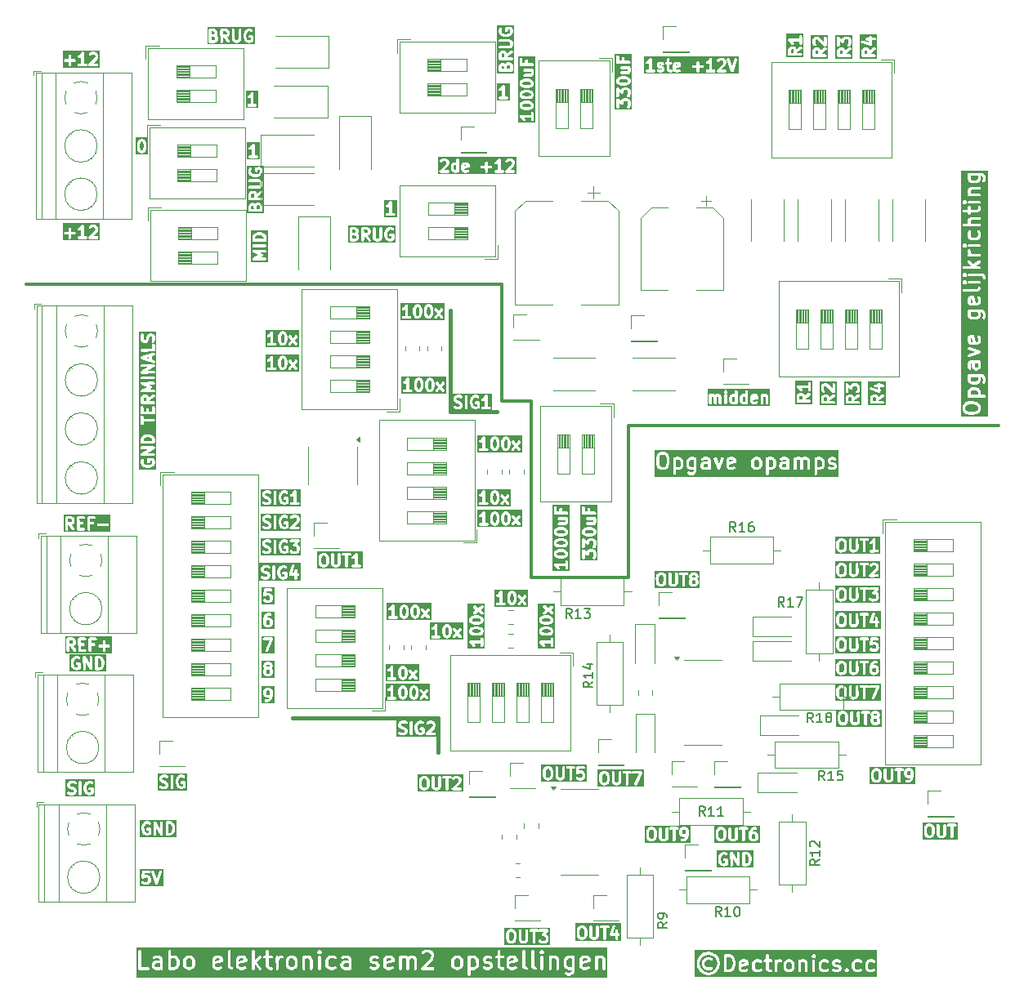
<source format=gbr>
%TF.GenerationSoftware,KiCad,Pcbnew,8.0.2*%
%TF.CreationDate,2025-04-19T11:58:39+02:00*%
%TF.ProjectId,Patje zuig men kloten,5061746a-6520-47a7-9569-67206d656e20,rev?*%
%TF.SameCoordinates,Original*%
%TF.FileFunction,Legend,Top*%
%TF.FilePolarity,Positive*%
%FSLAX46Y46*%
G04 Gerber Fmt 4.6, Leading zero omitted, Abs format (unit mm)*
G04 Created by KiCad (PCBNEW 8.0.2) date 2025-04-19 11:58:39*
%MOMM*%
%LPD*%
G01*
G04 APERTURE LIST*
%ADD10C,0.400000*%
%ADD11C,0.300000*%
%ADD12C,0.150000*%
%ADD13C,0.120000*%
G04 APERTURE END LIST*
D10*
X137445750Y-83058000D02*
X142208250Y-83058000D01*
D11*
X145796000Y-100203000D02*
X155829000Y-100203000D01*
X142748000Y-69850000D02*
X142748000Y-81915000D01*
D10*
X136144000Y-114808000D02*
X136144000Y-118364000D01*
D11*
X155829000Y-100203000D02*
X155829000Y-84455000D01*
X121285000Y-69850000D02*
X142748000Y-69850000D01*
X142748000Y-81915000D02*
X145796000Y-81915000D01*
D10*
X121031000Y-114808000D02*
X136144000Y-114808000D01*
D11*
X93408500Y-69850000D02*
X121221500Y-69850000D01*
D10*
X137382250Y-83058000D02*
X137382250Y-72517000D01*
D11*
X145796000Y-81915000D02*
X145796000Y-100203000D01*
X155829000Y-84455000D02*
X194183000Y-84455000D01*
G36*
X178892377Y-81558281D02*
G01*
X178916576Y-81581246D01*
X178948304Y-81641892D01*
X178949116Y-81778971D01*
X178948149Y-81784454D01*
X178949176Y-81789091D01*
X178949943Y-81918604D01*
X178618667Y-81919380D01*
X178617065Y-81648866D01*
X178646621Y-81586938D01*
X178669586Y-81562739D01*
X178730764Y-81530734D01*
X178831623Y-81529285D01*
X178892377Y-81558281D01*
G37*
G36*
X179969542Y-82366917D02*
G01*
X178169542Y-82366917D01*
X178169542Y-81609774D01*
X178319542Y-81609774D01*
X178322424Y-82096181D01*
X178344822Y-82150253D01*
X178386206Y-82191637D01*
X178440278Y-82214035D01*
X178469542Y-82216917D01*
X179698806Y-82214035D01*
X179752878Y-82191637D01*
X179794262Y-82150253D01*
X179816660Y-82096181D01*
X179816660Y-82037653D01*
X179794262Y-81983581D01*
X179752878Y-81942197D01*
X179698806Y-81919799D01*
X179669542Y-81916917D01*
X179247231Y-81917907D01*
X179246886Y-81859788D01*
X179777883Y-81484945D01*
X179809336Y-81435587D01*
X179819507Y-81377952D01*
X179806848Y-81320810D01*
X179773284Y-81272862D01*
X179723926Y-81241409D01*
X179666291Y-81231238D01*
X179609149Y-81243897D01*
X179583523Y-81258318D01*
X179218362Y-81516093D01*
X179172177Y-81427811D01*
X179165692Y-81412153D01*
X179160986Y-81406419D01*
X179159470Y-81403521D01*
X179156477Y-81400925D01*
X179147037Y-81389423D01*
X179085452Y-81330981D01*
X179075796Y-81319847D01*
X179069628Y-81315964D01*
X179067163Y-81313625D01*
X179063503Y-81312109D01*
X179050910Y-81304182D01*
X178954620Y-81258225D01*
X178952878Y-81256483D01*
X178938429Y-81250498D01*
X178909161Y-81236529D01*
X178903783Y-81236146D01*
X178898806Y-81234085D01*
X178869542Y-81231203D01*
X178719793Y-81233353D01*
X178716876Y-81232381D01*
X178698983Y-81233652D01*
X178668850Y-81234085D01*
X178663871Y-81236147D01*
X178658496Y-81236529D01*
X178631032Y-81247039D01*
X178516151Y-81307138D01*
X178500492Y-81313625D01*
X178494758Y-81318330D01*
X178491860Y-81319847D01*
X178489264Y-81322839D01*
X178477762Y-81332280D01*
X178419319Y-81393865D01*
X178408186Y-81403521D01*
X178404303Y-81409688D01*
X178401964Y-81412154D01*
X178400448Y-81415812D01*
X178392521Y-81428406D01*
X178346565Y-81524694D01*
X178344822Y-81526438D01*
X178338831Y-81540899D01*
X178324869Y-81570155D01*
X178324487Y-81575529D01*
X178322424Y-81580510D01*
X178319542Y-81609774D01*
X178169542Y-81609774D01*
X178169542Y-80238346D01*
X178319542Y-80238346D01*
X178322424Y-81010467D01*
X178344822Y-81064539D01*
X178386206Y-81105923D01*
X178440278Y-81128321D01*
X178498806Y-81128321D01*
X178552878Y-81105923D01*
X178594262Y-81064539D01*
X178616660Y-81010467D01*
X178619542Y-80981203D01*
X178617990Y-80565585D01*
X178827658Y-80747375D01*
X178843349Y-80763066D01*
X178847956Y-80764974D01*
X178851831Y-80768334D01*
X178874912Y-80776140D01*
X178897421Y-80785464D01*
X178902480Y-80785464D01*
X178907273Y-80787085D01*
X178931582Y-80785464D01*
X178955949Y-80785464D01*
X178960624Y-80783527D01*
X178965669Y-80783191D01*
X178987504Y-80772392D01*
X179010021Y-80763066D01*
X179013597Y-80759489D01*
X179018132Y-80757247D01*
X179034175Y-80738911D01*
X179051405Y-80721682D01*
X179053341Y-80717007D01*
X179056673Y-80713200D01*
X179064479Y-80690118D01*
X179073803Y-80667610D01*
X179074505Y-80660472D01*
X179075424Y-80657758D01*
X179075161Y-80653818D01*
X179076685Y-80638346D01*
X179074767Y-80504836D01*
X179103764Y-80444081D01*
X179126729Y-80419882D01*
X179187576Y-80388050D01*
X179402332Y-80386085D01*
X179463806Y-80415424D01*
X179488006Y-80438389D01*
X179519791Y-80499148D01*
X179521896Y-80770938D01*
X179492462Y-80832611D01*
X179430536Y-80897868D01*
X179408139Y-80951940D01*
X179408139Y-81010466D01*
X179430536Y-81064538D01*
X179471922Y-81105924D01*
X179525994Y-81128321D01*
X179584520Y-81128321D01*
X179638592Y-81105924D01*
X179661323Y-81087269D01*
X179719769Y-81025680D01*
X179730900Y-81016027D01*
X179734780Y-81009862D01*
X179737121Y-81007396D01*
X179738637Y-81003735D01*
X179746565Y-80991141D01*
X179792519Y-80894852D01*
X179794262Y-80893110D01*
X179800247Y-80878660D01*
X179814216Y-80849392D01*
X179814597Y-80844016D01*
X179816660Y-80839038D01*
X179819542Y-80809774D01*
X179817062Y-80489584D01*
X179818364Y-80485679D01*
X179816868Y-80464637D01*
X179816660Y-80437653D01*
X179814597Y-80432674D01*
X179814216Y-80427299D01*
X179803706Y-80399835D01*
X179743609Y-80284960D01*
X179737121Y-80269296D01*
X179732413Y-80263560D01*
X179730899Y-80260665D01*
X179727909Y-80258072D01*
X179718466Y-80246566D01*
X179656881Y-80188124D01*
X179647225Y-80176990D01*
X179641057Y-80173107D01*
X179638592Y-80170768D01*
X179634932Y-80169252D01*
X179622339Y-80161325D01*
X179526049Y-80115368D01*
X179524307Y-80113626D01*
X179509858Y-80107641D01*
X179480590Y-80093672D01*
X179475212Y-80093289D01*
X179470235Y-80091228D01*
X179440971Y-80088346D01*
X179177711Y-80090754D01*
X179174019Y-80089524D01*
X179153590Y-80090975D01*
X179125993Y-80091228D01*
X179121014Y-80093290D01*
X179115639Y-80093672D01*
X179088175Y-80104182D01*
X178973294Y-80164281D01*
X178957635Y-80170768D01*
X178951901Y-80175473D01*
X178949003Y-80176990D01*
X178946407Y-80179982D01*
X178934905Y-80189423D01*
X178876462Y-80251008D01*
X178865329Y-80260664D01*
X178861446Y-80266831D01*
X178859107Y-80269297D01*
X178857591Y-80272955D01*
X178849664Y-80285549D01*
X178820130Y-80347429D01*
X178568568Y-80129316D01*
X178552878Y-80113626D01*
X178548270Y-80111717D01*
X178544396Y-80108358D01*
X178521314Y-80100551D01*
X178498806Y-80091228D01*
X178493747Y-80091228D01*
X178488954Y-80089607D01*
X178464645Y-80091228D01*
X178440278Y-80091228D01*
X178435602Y-80093164D01*
X178430558Y-80093501D01*
X178408722Y-80104299D01*
X178386206Y-80113626D01*
X178382629Y-80117202D01*
X178378095Y-80119445D01*
X178362051Y-80137780D01*
X178344822Y-80155010D01*
X178342885Y-80159684D01*
X178339554Y-80163492D01*
X178331747Y-80186573D01*
X178322424Y-80209082D01*
X178321721Y-80216219D01*
X178320803Y-80218934D01*
X178321065Y-80222873D01*
X178319542Y-80238346D01*
X178169542Y-80238346D01*
X178169542Y-79938346D01*
X179969542Y-79938346D01*
X179969542Y-82366917D01*
G37*
G36*
X132547631Y-109685620D02*
G01*
X132571830Y-109708584D01*
X132609905Y-109781366D01*
X132660596Y-109975147D01*
X132662872Y-110223893D01*
X132616404Y-110418751D01*
X132576287Y-110502808D01*
X132553324Y-110527006D01*
X132491775Y-110559204D01*
X132447655Y-110560090D01*
X132387674Y-110531463D01*
X132363476Y-110508499D01*
X132325400Y-110435719D01*
X132274709Y-110241937D01*
X132272433Y-109993190D01*
X132318902Y-109798331D01*
X132359017Y-109714278D01*
X132381982Y-109690079D01*
X132443532Y-109657879D01*
X132487649Y-109656993D01*
X132547631Y-109685620D01*
G37*
G36*
X134138638Y-111008542D02*
G01*
X130683117Y-111008542D01*
X130683117Y-109832638D01*
X130833117Y-109832638D01*
X130837265Y-109891019D01*
X130863440Y-109943368D01*
X130907655Y-109981714D01*
X130963177Y-110000222D01*
X131021558Y-109996074D01*
X131049021Y-109985564D01*
X131163900Y-109925464D01*
X131175761Y-109920551D01*
X131177262Y-110560518D01*
X130952675Y-110561424D01*
X130898603Y-110583822D01*
X130857219Y-110625206D01*
X130834821Y-110679278D01*
X130834821Y-110737806D01*
X130857219Y-110791878D01*
X130898603Y-110833262D01*
X130952675Y-110855660D01*
X130981939Y-110858542D01*
X131696917Y-110855660D01*
X131750989Y-110833262D01*
X131792373Y-110791878D01*
X131814771Y-110737806D01*
X131814771Y-110679278D01*
X131792373Y-110625206D01*
X131750989Y-110583822D01*
X131696917Y-110561424D01*
X131667653Y-110558542D01*
X131474446Y-110559320D01*
X131473054Y-109965685D01*
X131974796Y-109965685D01*
X131977331Y-110242839D01*
X131974973Y-110258691D01*
X131977642Y-110276738D01*
X131977678Y-110280664D01*
X131978525Y-110282708D01*
X131979275Y-110287780D01*
X132036277Y-110505685D01*
X132037265Y-110519590D01*
X132045636Y-110541466D01*
X132046311Y-110544043D01*
X132046956Y-110544914D01*
X132047775Y-110547053D01*
X132107876Y-110661935D01*
X132114361Y-110677592D01*
X132119065Y-110683324D01*
X132120583Y-110686225D01*
X132123577Y-110688821D01*
X132133016Y-110700323D01*
X132194609Y-110758774D01*
X132204258Y-110769899D01*
X132210419Y-110773777D01*
X132212889Y-110776121D01*
X132216552Y-110777638D01*
X132229143Y-110785564D01*
X132325431Y-110831519D01*
X132327174Y-110833262D01*
X132341626Y-110839248D01*
X132370892Y-110853216D01*
X132376267Y-110853597D01*
X132381246Y-110855660D01*
X132410510Y-110858542D01*
X132503939Y-110856666D01*
X132506033Y-110857364D01*
X132520545Y-110856332D01*
X132554060Y-110855660D01*
X132559038Y-110853597D01*
X132564414Y-110853216D01*
X132591877Y-110842707D01*
X132706763Y-110782604D01*
X132722417Y-110776121D01*
X132728148Y-110771417D01*
X132731049Y-110769900D01*
X132733646Y-110766905D01*
X132745148Y-110757466D01*
X132803594Y-110695877D01*
X132814725Y-110686224D01*
X132818605Y-110680059D01*
X132820946Y-110677593D01*
X132822462Y-110673932D01*
X132830390Y-110661338D01*
X132881619Y-110553996D01*
X132888995Y-110544043D01*
X132896809Y-110522170D01*
X132898041Y-110519589D01*
X132898117Y-110518506D01*
X132898888Y-110516351D01*
X132951653Y-110295087D01*
X132957628Y-110280664D01*
X132959411Y-110262555D01*
X132960333Y-110258691D01*
X132960007Y-110256503D01*
X132960510Y-110251400D01*
X132957974Y-109974245D01*
X132960333Y-109958394D01*
X132957663Y-109940346D01*
X132957628Y-109936421D01*
X132956780Y-109934376D01*
X132956031Y-109929305D01*
X132953615Y-109920068D01*
X133060954Y-109920068D01*
X133076749Y-109976424D01*
X133092562Y-110001215D01*
X133335816Y-110309062D01*
X133076749Y-110640660D01*
X133060954Y-110697016D01*
X133067927Y-110755125D01*
X133096606Y-110806144D01*
X133142628Y-110842303D01*
X133198984Y-110858098D01*
X133257093Y-110851125D01*
X133308112Y-110822446D01*
X133328458Y-110801215D01*
X133525457Y-110549061D01*
X133741480Y-110822446D01*
X133792499Y-110851125D01*
X133850608Y-110858098D01*
X133906964Y-110842303D01*
X133952986Y-110806144D01*
X133981665Y-110755125D01*
X133988638Y-110697016D01*
X133972843Y-110640660D01*
X133957030Y-110615869D01*
X133713775Y-110308021D01*
X133972843Y-109976424D01*
X133988638Y-109920068D01*
X133981665Y-109861959D01*
X133952986Y-109810940D01*
X133906964Y-109774781D01*
X133850608Y-109758986D01*
X133792499Y-109765959D01*
X133741480Y-109794638D01*
X133721134Y-109815869D01*
X133524134Y-110068022D01*
X133308112Y-109794638D01*
X133257093Y-109765959D01*
X133198984Y-109758986D01*
X133142628Y-109774781D01*
X133096606Y-109810940D01*
X133067927Y-109861959D01*
X133060954Y-109920068D01*
X132953615Y-109920068D01*
X132899028Y-109711399D01*
X132898041Y-109697496D01*
X132889669Y-109675622D01*
X132888995Y-109673042D01*
X132888348Y-109672169D01*
X132887531Y-109670033D01*
X132827431Y-109555150D01*
X132820946Y-109539492D01*
X132816241Y-109533759D01*
X132814725Y-109530861D01*
X132811731Y-109528265D01*
X132802291Y-109516762D01*
X132740706Y-109458320D01*
X132731050Y-109447186D01*
X132724882Y-109443303D01*
X132722417Y-109440964D01*
X132718757Y-109439448D01*
X132706164Y-109431521D01*
X132609874Y-109385564D01*
X132608132Y-109383822D01*
X132593683Y-109377837D01*
X132564415Y-109363868D01*
X132559037Y-109363485D01*
X132554060Y-109361424D01*
X132524796Y-109358542D01*
X132431364Y-109360417D01*
X132429271Y-109359720D01*
X132414757Y-109360751D01*
X132381246Y-109361424D01*
X132376268Y-109363485D01*
X132370891Y-109363868D01*
X132343428Y-109374378D01*
X132228547Y-109434478D01*
X132212889Y-109440964D01*
X132207155Y-109445669D01*
X132204257Y-109447186D01*
X132201661Y-109450178D01*
X132190159Y-109459619D01*
X132131717Y-109521203D01*
X132120583Y-109530860D01*
X132116700Y-109537027D01*
X132114361Y-109539493D01*
X132112845Y-109543152D01*
X132104918Y-109555746D01*
X132053686Y-109663088D01*
X132046311Y-109673042D01*
X132038497Y-109694913D01*
X132037265Y-109697495D01*
X132037188Y-109698577D01*
X132036418Y-109700733D01*
X131983652Y-109921997D01*
X131977678Y-109936421D01*
X131975894Y-109954529D01*
X131974973Y-109958394D01*
X131975298Y-109960581D01*
X131974796Y-109965685D01*
X131473054Y-109965685D01*
X131472015Y-109522441D01*
X131474796Y-109508384D01*
X131471948Y-109494148D01*
X131471914Y-109479278D01*
X131466230Y-109465557D01*
X131463318Y-109450995D01*
X131455140Y-109438783D01*
X131449516Y-109425206D01*
X131439014Y-109414704D01*
X131430751Y-109402365D01*
X131418523Y-109394213D01*
X131408132Y-109383822D01*
X131394410Y-109378138D01*
X131382053Y-109369900D01*
X131367638Y-109367048D01*
X131354060Y-109361424D01*
X131339207Y-109361424D01*
X131324638Y-109358542D01*
X131310228Y-109361424D01*
X131295532Y-109361424D01*
X131281811Y-109367107D01*
X131267249Y-109370020D01*
X131255037Y-109378197D01*
X131241460Y-109383822D01*
X131230958Y-109394323D01*
X131218619Y-109402587D01*
X131200182Y-109425099D01*
X131200076Y-109425206D01*
X131200056Y-109425253D01*
X131199988Y-109425337D01*
X131101744Y-109576687D01*
X131012241Y-109668934D01*
X130889971Y-109732901D01*
X130851625Y-109777116D01*
X130833117Y-109832638D01*
X130683117Y-109832638D01*
X130683117Y-109208542D01*
X134138638Y-109208542D01*
X134138638Y-111008542D01*
G37*
G36*
X101068224Y-65288542D02*
G01*
X97213964Y-65288542D01*
X97213964Y-64502136D01*
X97363964Y-64502136D01*
X97363964Y-64560664D01*
X97386362Y-64614736D01*
X97427746Y-64656120D01*
X97481818Y-64678518D01*
X97511082Y-64681400D01*
X97820076Y-64680456D01*
X97821107Y-65017806D01*
X97843505Y-65071878D01*
X97884889Y-65113262D01*
X97938961Y-65135660D01*
X97997489Y-65135660D01*
X98051561Y-65113262D01*
X98092945Y-65071878D01*
X98115343Y-65017806D01*
X98118225Y-64988542D01*
X98117281Y-64679548D01*
X98454632Y-64678518D01*
X98508704Y-64656120D01*
X98550088Y-64614736D01*
X98572486Y-64560664D01*
X98572486Y-64502136D01*
X98550088Y-64448064D01*
X98508704Y-64406680D01*
X98454632Y-64384282D01*
X98425368Y-64381400D01*
X98116373Y-64382343D01*
X98115550Y-64112638D01*
X98790831Y-64112638D01*
X98794979Y-64171019D01*
X98821154Y-64223368D01*
X98865369Y-64261714D01*
X98920891Y-64280222D01*
X98979272Y-64276074D01*
X99006735Y-64265564D01*
X99121614Y-64205464D01*
X99133475Y-64200551D01*
X99134976Y-64840518D01*
X98910389Y-64841424D01*
X98856317Y-64863822D01*
X98814933Y-64905206D01*
X98792535Y-64959278D01*
X98792535Y-65017806D01*
X98814933Y-65071878D01*
X98856317Y-65113262D01*
X98910389Y-65135660D01*
X98939653Y-65138542D01*
X99654631Y-65135660D01*
X99708703Y-65113262D01*
X99750087Y-65071878D01*
X99772485Y-65017806D01*
X99772485Y-64959279D01*
X99878249Y-64959279D01*
X99878249Y-65017805D01*
X99900646Y-65071877D01*
X99942032Y-65113263D01*
X99973706Y-65126382D01*
X99996103Y-65135660D01*
X100025367Y-65138542D01*
X100797488Y-65135660D01*
X100851560Y-65113262D01*
X100892944Y-65071878D01*
X100915342Y-65017806D01*
X100915342Y-64959278D01*
X100892944Y-64905206D01*
X100851560Y-64863822D01*
X100797488Y-64841424D01*
X100768224Y-64838542D01*
X100384602Y-64839973D01*
X100798656Y-64423522D01*
X100803047Y-64421328D01*
X100818130Y-64403936D01*
X100835802Y-64386163D01*
X100837864Y-64381183D01*
X100841395Y-64377113D01*
X100853383Y-64350262D01*
X100908281Y-64177709D01*
X100915342Y-64160664D01*
X100916076Y-64153209D01*
X100917046Y-64150161D01*
X100916765Y-64146211D01*
X100918224Y-64131400D01*
X100916348Y-64037969D01*
X100917046Y-64035876D01*
X100916014Y-64021363D01*
X100915342Y-63987850D01*
X100913279Y-63982871D01*
X100912898Y-63977496D01*
X100902388Y-63950032D01*
X100842287Y-63835150D01*
X100835803Y-63819494D01*
X100831097Y-63813759D01*
X100829580Y-63810860D01*
X100826586Y-63808264D01*
X100817148Y-63796763D01*
X100755564Y-63738321D01*
X100745907Y-63727186D01*
X100739739Y-63723303D01*
X100737275Y-63720965D01*
X100733616Y-63719449D01*
X100721021Y-63711521D01*
X100624731Y-63665564D01*
X100622989Y-63663822D01*
X100608540Y-63657837D01*
X100579272Y-63643868D01*
X100573894Y-63643485D01*
X100568917Y-63641424D01*
X100539653Y-63638542D01*
X100276393Y-63640950D01*
X100272701Y-63639720D01*
X100252272Y-63641171D01*
X100224675Y-63641424D01*
X100219696Y-63643486D01*
X100214321Y-63643868D01*
X100186857Y-63654378D01*
X100071976Y-63714477D01*
X100056317Y-63720964D01*
X100050583Y-63725669D01*
X100047685Y-63727186D01*
X100045089Y-63730178D01*
X100033587Y-63739619D01*
X99957789Y-63819493D01*
X99935392Y-63873565D01*
X99935392Y-63932091D01*
X99957789Y-63986163D01*
X99999175Y-64027549D01*
X100053247Y-64049946D01*
X100111773Y-64049946D01*
X100165845Y-64027549D01*
X100188576Y-64008894D01*
X100225411Y-63970078D01*
X100286258Y-63938246D01*
X100501014Y-63936281D01*
X100562488Y-63965621D01*
X100586686Y-63988584D01*
X100618886Y-64050135D01*
X100619943Y-64102757D01*
X100582986Y-64218918D01*
X99900646Y-64905207D01*
X99878249Y-64959279D01*
X99772485Y-64959279D01*
X99772485Y-64959278D01*
X99750087Y-64905206D01*
X99708703Y-64863822D01*
X99654631Y-64841424D01*
X99625367Y-64838542D01*
X99432160Y-64839320D01*
X99429729Y-63802441D01*
X99432510Y-63788384D01*
X99429662Y-63774148D01*
X99429628Y-63759278D01*
X99423944Y-63745557D01*
X99421032Y-63730995D01*
X99412854Y-63718783D01*
X99407230Y-63705206D01*
X99396728Y-63694704D01*
X99388465Y-63682365D01*
X99376237Y-63674213D01*
X99365846Y-63663822D01*
X99352124Y-63658138D01*
X99339767Y-63649900D01*
X99325352Y-63647048D01*
X99311774Y-63641424D01*
X99296921Y-63641424D01*
X99282352Y-63638542D01*
X99267942Y-63641424D01*
X99253246Y-63641424D01*
X99239525Y-63647107D01*
X99224963Y-63650020D01*
X99212751Y-63658197D01*
X99199174Y-63663822D01*
X99188672Y-63674323D01*
X99176333Y-63682587D01*
X99157896Y-63705099D01*
X99157790Y-63705206D01*
X99157770Y-63705253D01*
X99157702Y-63705337D01*
X99059458Y-63856687D01*
X98969955Y-63948934D01*
X98847685Y-64012901D01*
X98809339Y-64057116D01*
X98790831Y-64112638D01*
X98115550Y-64112638D01*
X98115343Y-64044993D01*
X98092945Y-63990921D01*
X98051561Y-63949537D01*
X97997489Y-63927139D01*
X97938961Y-63927139D01*
X97884889Y-63949537D01*
X97843505Y-63990921D01*
X97821107Y-64044993D01*
X97818225Y-64074257D01*
X97819168Y-64383251D01*
X97481818Y-64384282D01*
X97427746Y-64406680D01*
X97386362Y-64448064D01*
X97363964Y-64502136D01*
X97213964Y-64502136D01*
X97213964Y-63488542D01*
X101068224Y-63488542D01*
X101068224Y-65288542D01*
G37*
G36*
X100592082Y-122946542D02*
G01*
X97534939Y-122946542D01*
X97534939Y-121675114D01*
X97684939Y-121675114D01*
X97686814Y-121768545D01*
X97686117Y-121770639D01*
X97687148Y-121785147D01*
X97687821Y-121818664D01*
X97689884Y-121823644D01*
X97690266Y-121829019D01*
X97700775Y-121856483D01*
X97760876Y-121971365D01*
X97767361Y-121987020D01*
X97772065Y-121992752D01*
X97773583Y-121995653D01*
X97776576Y-121998249D01*
X97786016Y-122009751D01*
X97847604Y-122068196D01*
X97857257Y-122079327D01*
X97863421Y-122083207D01*
X97865889Y-122085549D01*
X97869549Y-122087065D01*
X97882142Y-122094992D01*
X97989484Y-122146223D01*
X97999438Y-122153599D01*
X98021307Y-122161411D01*
X98023891Y-122162645D01*
X98024974Y-122162721D01*
X98027130Y-122163492D01*
X98230864Y-122212077D01*
X98314917Y-122252193D01*
X98339114Y-122275155D01*
X98371315Y-122336707D01*
X98372201Y-122380824D01*
X98343573Y-122440807D01*
X98320609Y-122465007D01*
X98259763Y-122496837D01*
X98036946Y-122498876D01*
X97853699Y-122440577D01*
X97795319Y-122444727D01*
X97742972Y-122470901D01*
X97704624Y-122515116D01*
X97686116Y-122570640D01*
X97690266Y-122629020D01*
X97716440Y-122681367D01*
X97760655Y-122719715D01*
X97787506Y-122731703D01*
X97960064Y-122786601D01*
X97977104Y-122793660D01*
X97984556Y-122794393D01*
X97987609Y-122795365D01*
X97991562Y-122795083D01*
X98006368Y-122796542D01*
X98269626Y-122794133D01*
X98273319Y-122795364D01*
X98293747Y-122793912D01*
X98321346Y-122793660D01*
X98326324Y-122791597D01*
X98331700Y-122791216D01*
X98359163Y-122780707D01*
X98474052Y-122720603D01*
X98489704Y-122714120D01*
X98495433Y-122709417D01*
X98498335Y-122707900D01*
X98500932Y-122704904D01*
X98512435Y-122695465D01*
X98570877Y-122633878D01*
X98582009Y-122624225D01*
X98585890Y-122618057D01*
X98588232Y-122615591D01*
X98589748Y-122611930D01*
X98597674Y-122599339D01*
X98643629Y-122503050D01*
X98645373Y-122501307D01*
X98651360Y-122486852D01*
X98665327Y-122457589D01*
X98665708Y-122452213D01*
X98667771Y-122447235D01*
X98670653Y-122417971D01*
X98668777Y-122324539D01*
X98669475Y-122322446D01*
X98668443Y-122307932D01*
X98667771Y-122274421D01*
X98665709Y-122269443D01*
X98665327Y-122264066D01*
X98654817Y-122236603D01*
X98594716Y-122121721D01*
X98588232Y-122106066D01*
X98583526Y-122100331D01*
X98582009Y-122097432D01*
X98579015Y-122094835D01*
X98569577Y-122083335D01*
X98507993Y-122024893D01*
X98498336Y-122013758D01*
X98492168Y-122009875D01*
X98489704Y-122007537D01*
X98486045Y-122006021D01*
X98473450Y-121998093D01*
X98366107Y-121946861D01*
X98356154Y-121939486D01*
X98334282Y-121931672D01*
X98331701Y-121930440D01*
X98330618Y-121930363D01*
X98328463Y-121929593D01*
X98124728Y-121881008D01*
X98040675Y-121840892D01*
X98016475Y-121817927D01*
X97984276Y-121756378D01*
X97983390Y-121712260D01*
X98012017Y-121652278D01*
X98034982Y-121628079D01*
X98095830Y-121596246D01*
X98318649Y-121594207D01*
X98501892Y-121652507D01*
X98560272Y-121648358D01*
X98612619Y-121622185D01*
X98650967Y-121577970D01*
X98669475Y-121522446D01*
X98665326Y-121464066D01*
X98656564Y-121446542D01*
X98884939Y-121446542D01*
X98887821Y-122675806D01*
X98910219Y-122729878D01*
X98951603Y-122771262D01*
X99005675Y-122793660D01*
X99064203Y-122793660D01*
X99118275Y-122771262D01*
X99159659Y-122729878D01*
X99182057Y-122675806D01*
X99184939Y-122646542D01*
X99183331Y-121960828D01*
X99399225Y-121960828D01*
X99401581Y-122124904D01*
X99399402Y-122139548D01*
X99402048Y-122157442D01*
X99402107Y-122161521D01*
X99402954Y-122163565D01*
X99403704Y-122168637D01*
X99460706Y-122386542D01*
X99461694Y-122400447D01*
X99470065Y-122422323D01*
X99470740Y-122424900D01*
X99471385Y-122425771D01*
X99472204Y-122427910D01*
X99532305Y-122542794D01*
X99538790Y-122558449D01*
X99543494Y-122564181D01*
X99545012Y-122567082D01*
X99548006Y-122569678D01*
X99557445Y-122581180D01*
X99657972Y-122678717D01*
X99659297Y-122681367D01*
X99672548Y-122692859D01*
X99694460Y-122714120D01*
X99699438Y-122716182D01*
X99703512Y-122719715D01*
X99730363Y-122731703D01*
X99902921Y-122786601D01*
X99919961Y-122793660D01*
X99927413Y-122794393D01*
X99930466Y-122795365D01*
X99934419Y-122795083D01*
X99949225Y-122796542D01*
X100065881Y-122794199D01*
X100082271Y-122795365D01*
X100089478Y-122793726D01*
X100092775Y-122793660D01*
X100096432Y-122792144D01*
X100110945Y-122788845D01*
X100261027Y-122736518D01*
X100264202Y-122736518D01*
X100281087Y-122729524D01*
X100309224Y-122719714D01*
X100313294Y-122716183D01*
X100318274Y-122714121D01*
X100341005Y-122695466D01*
X100416803Y-122615593D01*
X100439200Y-122561520D01*
X100439200Y-122561518D01*
X100442082Y-122532257D01*
X100439200Y-122102993D01*
X100416802Y-122048921D01*
X100375418Y-122007537D01*
X100321346Y-121985139D01*
X100292082Y-121982257D01*
X100034247Y-121985139D01*
X99980175Y-122007537D01*
X99938791Y-122048921D01*
X99916393Y-122102993D01*
X99916393Y-122161521D01*
X99938791Y-122215593D01*
X99980175Y-122256977D01*
X100034247Y-122279375D01*
X100063511Y-122282257D01*
X100143083Y-122281367D01*
X100144296Y-122462161D01*
X100044597Y-122496921D01*
X99977870Y-122498261D01*
X99860889Y-122461044D01*
X99788833Y-122391130D01*
X99749829Y-122316576D01*
X99699086Y-122122595D01*
X99697141Y-121987163D01*
X99743331Y-121793474D01*
X99783146Y-121710051D01*
X99855566Y-121635409D01*
X99967812Y-121596275D01*
X100082734Y-121594624D01*
X100195320Y-121648359D01*
X100253700Y-121652507D01*
X100309223Y-121634000D01*
X100353438Y-121595653D01*
X100379613Y-121543304D01*
X100383761Y-121484924D01*
X100365254Y-121429402D01*
X100326907Y-121385186D01*
X100302022Y-121369521D01*
X100205733Y-121323565D01*
X100203990Y-121321822D01*
X100189528Y-121315831D01*
X100160273Y-121301869D01*
X100154898Y-121301487D01*
X100149918Y-121299424D01*
X100120654Y-121296542D01*
X99948645Y-121299012D01*
X99930464Y-121297720D01*
X99923173Y-121299377D01*
X99919961Y-121299424D01*
X99916298Y-121300941D01*
X99901791Y-121304240D01*
X99751708Y-121356567D01*
X99748532Y-121356567D01*
X99731645Y-121363561D01*
X99703511Y-121373371D01*
X99699439Y-121376902D01*
X99694460Y-121378965D01*
X99671729Y-121397620D01*
X99558600Y-121514217D01*
X99545012Y-121526003D01*
X99541032Y-121532324D01*
X99538790Y-121534636D01*
X99537274Y-121538295D01*
X99529347Y-121550889D01*
X99478115Y-121658231D01*
X99470740Y-121668185D01*
X99462926Y-121690056D01*
X99461694Y-121692638D01*
X99461617Y-121693720D01*
X99460847Y-121695876D01*
X99408081Y-121917140D01*
X99402107Y-121931564D01*
X99400323Y-121949672D01*
X99399402Y-121953537D01*
X99399727Y-121955724D01*
X99399225Y-121960828D01*
X99183331Y-121960828D01*
X99182057Y-121417278D01*
X99159659Y-121363206D01*
X99118275Y-121321822D01*
X99064203Y-121299424D01*
X99005675Y-121299424D01*
X98951603Y-121321822D01*
X98910219Y-121363206D01*
X98887821Y-121417278D01*
X98884939Y-121446542D01*
X98656564Y-121446542D01*
X98639152Y-121411719D01*
X98594938Y-121373371D01*
X98568087Y-121361383D01*
X98395534Y-121306484D01*
X98378489Y-121299424D01*
X98371034Y-121298689D01*
X98367986Y-121297720D01*
X98364036Y-121298000D01*
X98349225Y-121296542D01*
X98085963Y-121298950D01*
X98082271Y-121297720D01*
X98061842Y-121299171D01*
X98034246Y-121299424D01*
X98029268Y-121301485D01*
X98023891Y-121301868D01*
X97996428Y-121312378D01*
X97881547Y-121372478D01*
X97865889Y-121378964D01*
X97860155Y-121383669D01*
X97857257Y-121385186D01*
X97854661Y-121388178D01*
X97843159Y-121397619D01*
X97784717Y-121459203D01*
X97773583Y-121468860D01*
X97769700Y-121475027D01*
X97767361Y-121477493D01*
X97765845Y-121481152D01*
X97757918Y-121493746D01*
X97711961Y-121590035D01*
X97710219Y-121591778D01*
X97704234Y-121606226D01*
X97690265Y-121635495D01*
X97689882Y-121640872D01*
X97687821Y-121645850D01*
X97684939Y-121675114D01*
X97534939Y-121675114D01*
X97534939Y-121146542D01*
X100592082Y-121146542D01*
X100592082Y-122946542D01*
G37*
G36*
X108414273Y-125823039D02*
G01*
X108486330Y-125892952D01*
X108525334Y-125967508D01*
X108576077Y-126161489D01*
X108578022Y-126296920D01*
X108531832Y-126490610D01*
X108492017Y-126574033D01*
X108419598Y-126648673D01*
X108307635Y-126687709D01*
X108189876Y-126688786D01*
X108187760Y-125786192D01*
X108295363Y-125785207D01*
X108414273Y-125823039D01*
G37*
G36*
X109025939Y-127137542D02*
G01*
X105225939Y-127137542D01*
X105225939Y-126151828D01*
X105375939Y-126151828D01*
X105378295Y-126315904D01*
X105376116Y-126330548D01*
X105378762Y-126348442D01*
X105378821Y-126352521D01*
X105379668Y-126354565D01*
X105380418Y-126359637D01*
X105437420Y-126577542D01*
X105438408Y-126591447D01*
X105446779Y-126613323D01*
X105447454Y-126615900D01*
X105448099Y-126616771D01*
X105448918Y-126618910D01*
X105509019Y-126733794D01*
X105515504Y-126749449D01*
X105520208Y-126755181D01*
X105521726Y-126758082D01*
X105524720Y-126760678D01*
X105534159Y-126772180D01*
X105634686Y-126869717D01*
X105636011Y-126872367D01*
X105649262Y-126883859D01*
X105671174Y-126905120D01*
X105676152Y-126907182D01*
X105680226Y-126910715D01*
X105707077Y-126922703D01*
X105879635Y-126977601D01*
X105896675Y-126984660D01*
X105904127Y-126985393D01*
X105907180Y-126986365D01*
X105911133Y-126986083D01*
X105925939Y-126987542D01*
X106042595Y-126985199D01*
X106058985Y-126986365D01*
X106066192Y-126984726D01*
X106069489Y-126984660D01*
X106073146Y-126983144D01*
X106087659Y-126979845D01*
X106237741Y-126927518D01*
X106240916Y-126927518D01*
X106257801Y-126920524D01*
X106285938Y-126910714D01*
X106290008Y-126907183D01*
X106294988Y-126905121D01*
X106317719Y-126886466D01*
X106393517Y-126806593D01*
X106415914Y-126752520D01*
X106418796Y-126723257D01*
X106415914Y-126293993D01*
X106393516Y-126239921D01*
X106352132Y-126198537D01*
X106298060Y-126176139D01*
X106268796Y-126173257D01*
X106010961Y-126176139D01*
X105956889Y-126198537D01*
X105915505Y-126239921D01*
X105893107Y-126293993D01*
X105893107Y-126352521D01*
X105915505Y-126406593D01*
X105956889Y-126447977D01*
X106010961Y-126470375D01*
X106040225Y-126473257D01*
X106119797Y-126472367D01*
X106121010Y-126653161D01*
X106021311Y-126687921D01*
X105954584Y-126689261D01*
X105837603Y-126652044D01*
X105765547Y-126582130D01*
X105726543Y-126507576D01*
X105675800Y-126313595D01*
X105673855Y-126178163D01*
X105720045Y-125984474D01*
X105759860Y-125901051D01*
X105832280Y-125826409D01*
X105944526Y-125787275D01*
X106059448Y-125785624D01*
X106172034Y-125839359D01*
X106230414Y-125843507D01*
X106285937Y-125825000D01*
X106330152Y-125786653D01*
X106356327Y-125734304D01*
X106360475Y-125675924D01*
X106347681Y-125637542D01*
X106633082Y-125637542D01*
X106635964Y-126866806D01*
X106658362Y-126920878D01*
X106699746Y-126962262D01*
X106753818Y-126984660D01*
X106812346Y-126984660D01*
X106866418Y-126962262D01*
X106907802Y-126920878D01*
X106930200Y-126866806D01*
X106933082Y-126837542D01*
X106931581Y-126197445D01*
X107336676Y-126903013D01*
X107344076Y-126920878D01*
X107350784Y-126927586D01*
X107355581Y-126935941D01*
X107371352Y-126948154D01*
X107385460Y-126962262D01*
X107394295Y-126965921D01*
X107401855Y-126971776D01*
X107421097Y-126977023D01*
X107439532Y-126984660D01*
X107449096Y-126984660D01*
X107458318Y-126987175D01*
X107478104Y-126984660D01*
X107498060Y-126984660D01*
X107506894Y-126981000D01*
X107516379Y-126979795D01*
X107533701Y-126969896D01*
X107552132Y-126962262D01*
X107558892Y-126955501D01*
X107567195Y-126950757D01*
X107579408Y-126934985D01*
X107593516Y-126920878D01*
X107597175Y-126912042D01*
X107603030Y-126904483D01*
X107608277Y-126885241D01*
X107615914Y-126866806D01*
X107617388Y-126851834D01*
X107618429Y-126848019D01*
X107618054Y-126845072D01*
X107618796Y-126837542D01*
X107615983Y-125637542D01*
X107890225Y-125637542D01*
X107893107Y-126866806D01*
X107915505Y-126920878D01*
X107956889Y-126962262D01*
X108010961Y-126984660D01*
X108040225Y-126987542D01*
X108324646Y-126984939D01*
X108344699Y-126986365D01*
X108352071Y-126984688D01*
X108355203Y-126984660D01*
X108358861Y-126983144D01*
X108373372Y-126979845D01*
X108523458Y-126927518D01*
X108526632Y-126927518D01*
X108543510Y-126920526D01*
X108571653Y-126910715D01*
X108575724Y-126907183D01*
X108580704Y-126905121D01*
X108603434Y-126886466D01*
X108716565Y-126769865D01*
X108730152Y-126758082D01*
X108734131Y-126751760D01*
X108736374Y-126749449D01*
X108737889Y-126745789D01*
X108745817Y-126733196D01*
X108797047Y-126625855D01*
X108804424Y-126615900D01*
X108812238Y-126594027D01*
X108813470Y-126591446D01*
X108813546Y-126590363D01*
X108814317Y-126588208D01*
X108867082Y-126366944D01*
X108873057Y-126352521D01*
X108874840Y-126334412D01*
X108875762Y-126330548D01*
X108875436Y-126328360D01*
X108875939Y-126323257D01*
X108873582Y-126159180D01*
X108875762Y-126144537D01*
X108873115Y-126126642D01*
X108873057Y-126122564D01*
X108872209Y-126120519D01*
X108871460Y-126115448D01*
X108814457Y-125897542D01*
X108813470Y-125883639D01*
X108805098Y-125861762D01*
X108804424Y-125859185D01*
X108803778Y-125858313D01*
X108802960Y-125856175D01*
X108742858Y-125741290D01*
X108736374Y-125725636D01*
X108731669Y-125719903D01*
X108730152Y-125717003D01*
X108727158Y-125714406D01*
X108717719Y-125702905D01*
X108617191Y-125605366D01*
X108615867Y-125602718D01*
X108602624Y-125591232D01*
X108580704Y-125569964D01*
X108575722Y-125567900D01*
X108571653Y-125564371D01*
X108544802Y-125552382D01*
X108372246Y-125497483D01*
X108355203Y-125490424D01*
X108347748Y-125489689D01*
X108344700Y-125488720D01*
X108340750Y-125489000D01*
X108325939Y-125487542D01*
X108010961Y-125490424D01*
X107956889Y-125512822D01*
X107915505Y-125554206D01*
X107893107Y-125608278D01*
X107890225Y-125637542D01*
X107615983Y-125637542D01*
X107615914Y-125608278D01*
X107593516Y-125554206D01*
X107552132Y-125512822D01*
X107498060Y-125490424D01*
X107439532Y-125490424D01*
X107385460Y-125512822D01*
X107344076Y-125554206D01*
X107321678Y-125608278D01*
X107318796Y-125637542D01*
X107320296Y-126277638D01*
X106915201Y-125572070D01*
X106907802Y-125554206D01*
X106901093Y-125547497D01*
X106896297Y-125539143D01*
X106880525Y-125526929D01*
X106866418Y-125512822D01*
X106857582Y-125509162D01*
X106850023Y-125503308D01*
X106830778Y-125498059D01*
X106812346Y-125490424D01*
X106802784Y-125490424D01*
X106793559Y-125487908D01*
X106773768Y-125490424D01*
X106753818Y-125490424D01*
X106744984Y-125494083D01*
X106735499Y-125495289D01*
X106718176Y-125505187D01*
X106699746Y-125512822D01*
X106692985Y-125519582D01*
X106684683Y-125524327D01*
X106672469Y-125540098D01*
X106658362Y-125554206D01*
X106654702Y-125563041D01*
X106648848Y-125570601D01*
X106643599Y-125589845D01*
X106635964Y-125608278D01*
X106634490Y-125623244D01*
X106633448Y-125627065D01*
X106633823Y-125630016D01*
X106633082Y-125637542D01*
X106347681Y-125637542D01*
X106341968Y-125620402D01*
X106303621Y-125576186D01*
X106278736Y-125560521D01*
X106182447Y-125514565D01*
X106180704Y-125512822D01*
X106166242Y-125506831D01*
X106136987Y-125492869D01*
X106131612Y-125492487D01*
X106126632Y-125490424D01*
X106097368Y-125487542D01*
X105925359Y-125490012D01*
X105907178Y-125488720D01*
X105899887Y-125490377D01*
X105896675Y-125490424D01*
X105893012Y-125491941D01*
X105878505Y-125495240D01*
X105728422Y-125547567D01*
X105725246Y-125547567D01*
X105708359Y-125554561D01*
X105680225Y-125564371D01*
X105676153Y-125567902D01*
X105671174Y-125569965D01*
X105648443Y-125588620D01*
X105535314Y-125705217D01*
X105521726Y-125717003D01*
X105517746Y-125723324D01*
X105515504Y-125725636D01*
X105513988Y-125729295D01*
X105506061Y-125741889D01*
X105454829Y-125849231D01*
X105447454Y-125859185D01*
X105439640Y-125881056D01*
X105438408Y-125883638D01*
X105438331Y-125884720D01*
X105437561Y-125886876D01*
X105384795Y-126108140D01*
X105378821Y-126122564D01*
X105377037Y-126140672D01*
X105376116Y-126144537D01*
X105376441Y-126146724D01*
X105375939Y-126151828D01*
X105225939Y-126151828D01*
X105225939Y-125337542D01*
X109025939Y-125337542D01*
X109025939Y-127137542D01*
G37*
G36*
X145597753Y-51152595D02*
G01*
X145681807Y-51192711D01*
X145706005Y-51215674D01*
X145738204Y-51277224D01*
X145739090Y-51321342D01*
X145710462Y-51381325D01*
X145687500Y-51405522D01*
X145614719Y-51443598D01*
X145420937Y-51494289D01*
X145172191Y-51496565D01*
X144977331Y-51450096D01*
X144893277Y-51409980D01*
X144869078Y-51387016D01*
X144836879Y-51325467D01*
X144835993Y-51281349D01*
X144864621Y-51221367D01*
X144887584Y-51197169D01*
X144960365Y-51159093D01*
X145154147Y-51108402D01*
X145402894Y-51106126D01*
X145597753Y-51152595D01*
G37*
G36*
X145597753Y-50009738D02*
G01*
X145681807Y-50049854D01*
X145706005Y-50072817D01*
X145738204Y-50134367D01*
X145739090Y-50178485D01*
X145710462Y-50238468D01*
X145687500Y-50262665D01*
X145614719Y-50300741D01*
X145420937Y-50351432D01*
X145172191Y-50353708D01*
X144977331Y-50307239D01*
X144893277Y-50267123D01*
X144869078Y-50244159D01*
X144836879Y-50182610D01*
X144835993Y-50138492D01*
X144864621Y-50078510D01*
X144887584Y-50054312D01*
X144960365Y-50016236D01*
X145154147Y-49965545D01*
X145402894Y-49963269D01*
X145597753Y-50009738D01*
G37*
G36*
X145597753Y-48866881D02*
G01*
X145681807Y-48906997D01*
X145706005Y-48929960D01*
X145738204Y-48991510D01*
X145739090Y-49035628D01*
X145710462Y-49095611D01*
X145687500Y-49119808D01*
X145614719Y-49157884D01*
X145420937Y-49208575D01*
X145172191Y-49210851D01*
X144977331Y-49164382D01*
X144893277Y-49124266D01*
X144869078Y-49101302D01*
X144836879Y-49039753D01*
X144835993Y-48995635D01*
X144864621Y-48935653D01*
X144887584Y-48911455D01*
X144960365Y-48873379D01*
X145154147Y-48822688D01*
X145402894Y-48820412D01*
X145597753Y-48866881D01*
G37*
G36*
X146187542Y-53085882D02*
G01*
X144387542Y-53085882D01*
X144387542Y-52444361D01*
X144537542Y-52444361D01*
X144540424Y-52458770D01*
X144540424Y-52473467D01*
X144546107Y-52487187D01*
X144549020Y-52501750D01*
X144557198Y-52513962D01*
X144562822Y-52527539D01*
X144573320Y-52538037D01*
X144581586Y-52550380D01*
X144604099Y-52568816D01*
X144604206Y-52568923D01*
X144604253Y-52568942D01*
X144604337Y-52569011D01*
X144755687Y-52667254D01*
X144847934Y-52756757D01*
X144911901Y-52879028D01*
X144956116Y-52917375D01*
X145011639Y-52935882D01*
X145070019Y-52931734D01*
X145122368Y-52905559D01*
X145160715Y-52861344D01*
X145179222Y-52805822D01*
X145175074Y-52747442D01*
X145164564Y-52719978D01*
X145104461Y-52605092D01*
X145099550Y-52593237D01*
X145739518Y-52591736D01*
X145740424Y-52816324D01*
X145762822Y-52870396D01*
X145804206Y-52911780D01*
X145858278Y-52934178D01*
X145916806Y-52934178D01*
X145970878Y-52911780D01*
X146012262Y-52870396D01*
X146034660Y-52816324D01*
X146037542Y-52787060D01*
X146034660Y-52072082D01*
X146012262Y-52018010D01*
X145970878Y-51976626D01*
X145916806Y-51954228D01*
X145858278Y-51954228D01*
X145804206Y-51976626D01*
X145762822Y-52018010D01*
X145740424Y-52072082D01*
X145737542Y-52101346D01*
X145738320Y-52294552D01*
X144701441Y-52296983D01*
X144687384Y-52294203D01*
X144673148Y-52297050D01*
X144658278Y-52297085D01*
X144644557Y-52302768D01*
X144629995Y-52305681D01*
X144617782Y-52313859D01*
X144604206Y-52319483D01*
X144593707Y-52329981D01*
X144581365Y-52338247D01*
X144573211Y-52350477D01*
X144562822Y-52360867D01*
X144557138Y-52374588D01*
X144548900Y-52386946D01*
X144546048Y-52401360D01*
X144540424Y-52414939D01*
X144540424Y-52429792D01*
X144537542Y-52444361D01*
X144387542Y-52444361D01*
X144387542Y-51244203D01*
X144537542Y-51244203D01*
X144539417Y-51337633D01*
X144538720Y-51339727D01*
X144539751Y-51354240D01*
X144540424Y-51387753D01*
X144542485Y-51392730D01*
X144542868Y-51398108D01*
X144553378Y-51425571D01*
X144613480Y-51540456D01*
X144619965Y-51556111D01*
X144624668Y-51561841D01*
X144626186Y-51564743D01*
X144629180Y-51567340D01*
X144638620Y-51578842D01*
X144700206Y-51637284D01*
X144709860Y-51648416D01*
X144716027Y-51652297D01*
X144718494Y-51654639D01*
X144722154Y-51656155D01*
X144734746Y-51664081D01*
X144842086Y-51715311D01*
X144852042Y-51722688D01*
X144873914Y-51730502D01*
X144876496Y-51731734D01*
X144877578Y-51731810D01*
X144879734Y-51732581D01*
X145100997Y-51785346D01*
X145115421Y-51791321D01*
X145133529Y-51793104D01*
X145137394Y-51794026D01*
X145139581Y-51793700D01*
X145144685Y-51794203D01*
X145421839Y-51791667D01*
X145437691Y-51794026D01*
X145455738Y-51791356D01*
X145459664Y-51791321D01*
X145461708Y-51790473D01*
X145466780Y-51789724D01*
X145684685Y-51732721D01*
X145698590Y-51731734D01*
X145720466Y-51723362D01*
X145723043Y-51722688D01*
X145723914Y-51722042D01*
X145726053Y-51721224D01*
X145840933Y-51661124D01*
X145856591Y-51654639D01*
X145862325Y-51649933D01*
X145865225Y-51648416D01*
X145867821Y-51645422D01*
X145879322Y-51635984D01*
X145937763Y-51574400D01*
X145948900Y-51564742D01*
X145952782Y-51558574D01*
X145955120Y-51556111D01*
X145956634Y-51552454D01*
X145964565Y-51539856D01*
X146010519Y-51443567D01*
X146012262Y-51441825D01*
X146018247Y-51427375D01*
X146032216Y-51398107D01*
X146032597Y-51392731D01*
X146034660Y-51387753D01*
X146037542Y-51358489D01*
X146035666Y-51265058D01*
X146036364Y-51262965D01*
X146035332Y-51248452D01*
X146034660Y-51214939D01*
X146032597Y-51209960D01*
X146032216Y-51204585D01*
X146021706Y-51177122D01*
X145961603Y-51062234D01*
X145955120Y-51046581D01*
X145950417Y-51040851D01*
X145948900Y-51037950D01*
X145945904Y-51035352D01*
X145936465Y-51023850D01*
X145874880Y-50965408D01*
X145865225Y-50954276D01*
X145859057Y-50950394D01*
X145856591Y-50948053D01*
X145852929Y-50946536D01*
X145840339Y-50938611D01*
X145732996Y-50887379D01*
X145723043Y-50880004D01*
X145701171Y-50872190D01*
X145698590Y-50870958D01*
X145697507Y-50870881D01*
X145695352Y-50870111D01*
X145474087Y-50817345D01*
X145459664Y-50811371D01*
X145441555Y-50809587D01*
X145437691Y-50808666D01*
X145435503Y-50808991D01*
X145430400Y-50808489D01*
X145153245Y-50811024D01*
X145137394Y-50808666D01*
X145119346Y-50811335D01*
X145115421Y-50811371D01*
X145113376Y-50812218D01*
X145108305Y-50812968D01*
X144890399Y-50869970D01*
X144876496Y-50870958D01*
X144854619Y-50879329D01*
X144852042Y-50880004D01*
X144851170Y-50880649D01*
X144849032Y-50881468D01*
X144734150Y-50941568D01*
X144718494Y-50948053D01*
X144712759Y-50952758D01*
X144709860Y-50954276D01*
X144707264Y-50957269D01*
X144695763Y-50966708D01*
X144637321Y-51028291D01*
X144626186Y-51037949D01*
X144622303Y-51044116D01*
X144619965Y-51046581D01*
X144618449Y-51050239D01*
X144610521Y-51062835D01*
X144564564Y-51159124D01*
X144562822Y-51160867D01*
X144556837Y-51175315D01*
X144542868Y-51204584D01*
X144542485Y-51209961D01*
X144540424Y-51214939D01*
X144537542Y-51244203D01*
X144387542Y-51244203D01*
X144387542Y-50101346D01*
X144537542Y-50101346D01*
X144539417Y-50194776D01*
X144538720Y-50196870D01*
X144539751Y-50211383D01*
X144540424Y-50244896D01*
X144542485Y-50249873D01*
X144542868Y-50255251D01*
X144553378Y-50282714D01*
X144613480Y-50397599D01*
X144619965Y-50413254D01*
X144624668Y-50418984D01*
X144626186Y-50421886D01*
X144629180Y-50424483D01*
X144638620Y-50435985D01*
X144700206Y-50494427D01*
X144709860Y-50505559D01*
X144716027Y-50509440D01*
X144718494Y-50511782D01*
X144722154Y-50513298D01*
X144734746Y-50521224D01*
X144842086Y-50572454D01*
X144852042Y-50579831D01*
X144873914Y-50587645D01*
X144876496Y-50588877D01*
X144877578Y-50588953D01*
X144879734Y-50589724D01*
X145100997Y-50642489D01*
X145115421Y-50648464D01*
X145133529Y-50650247D01*
X145137394Y-50651169D01*
X145139581Y-50650843D01*
X145144685Y-50651346D01*
X145421839Y-50648810D01*
X145437691Y-50651169D01*
X145455738Y-50648499D01*
X145459664Y-50648464D01*
X145461708Y-50647616D01*
X145466780Y-50646867D01*
X145684685Y-50589864D01*
X145698590Y-50588877D01*
X145720466Y-50580505D01*
X145723043Y-50579831D01*
X145723914Y-50579185D01*
X145726053Y-50578367D01*
X145840933Y-50518267D01*
X145856591Y-50511782D01*
X145862325Y-50507076D01*
X145865225Y-50505559D01*
X145867821Y-50502565D01*
X145879322Y-50493127D01*
X145937763Y-50431543D01*
X145948900Y-50421885D01*
X145952782Y-50415717D01*
X145955120Y-50413254D01*
X145956634Y-50409597D01*
X145964565Y-50396999D01*
X146010519Y-50300710D01*
X146012262Y-50298968D01*
X146018247Y-50284518D01*
X146032216Y-50255250D01*
X146032597Y-50249874D01*
X146034660Y-50244896D01*
X146037542Y-50215632D01*
X146035666Y-50122201D01*
X146036364Y-50120108D01*
X146035332Y-50105595D01*
X146034660Y-50072082D01*
X146032597Y-50067103D01*
X146032216Y-50061728D01*
X146021706Y-50034265D01*
X145961603Y-49919377D01*
X145955120Y-49903724D01*
X145950417Y-49897994D01*
X145948900Y-49895093D01*
X145945904Y-49892495D01*
X145936465Y-49880993D01*
X145874880Y-49822551D01*
X145865225Y-49811419D01*
X145859057Y-49807537D01*
X145856591Y-49805196D01*
X145852929Y-49803679D01*
X145840339Y-49795754D01*
X145732996Y-49744522D01*
X145723043Y-49737147D01*
X145701171Y-49729333D01*
X145698590Y-49728101D01*
X145697507Y-49728024D01*
X145695352Y-49727254D01*
X145474087Y-49674488D01*
X145459664Y-49668514D01*
X145441555Y-49666730D01*
X145437691Y-49665809D01*
X145435503Y-49666134D01*
X145430400Y-49665632D01*
X145153245Y-49668167D01*
X145137394Y-49665809D01*
X145119346Y-49668478D01*
X145115421Y-49668514D01*
X145113376Y-49669361D01*
X145108305Y-49670111D01*
X144890399Y-49727113D01*
X144876496Y-49728101D01*
X144854619Y-49736472D01*
X144852042Y-49737147D01*
X144851170Y-49737792D01*
X144849032Y-49738611D01*
X144734150Y-49798711D01*
X144718494Y-49805196D01*
X144712759Y-49809901D01*
X144709860Y-49811419D01*
X144707264Y-49814412D01*
X144695763Y-49823851D01*
X144637321Y-49885434D01*
X144626186Y-49895092D01*
X144622303Y-49901259D01*
X144619965Y-49903724D01*
X144618449Y-49907382D01*
X144610521Y-49919978D01*
X144564564Y-50016267D01*
X144562822Y-50018010D01*
X144556837Y-50032458D01*
X144542868Y-50061727D01*
X144542485Y-50067104D01*
X144540424Y-50072082D01*
X144537542Y-50101346D01*
X144387542Y-50101346D01*
X144387542Y-48958489D01*
X144537542Y-48958489D01*
X144539417Y-49051919D01*
X144538720Y-49054013D01*
X144539751Y-49068526D01*
X144540424Y-49102039D01*
X144542485Y-49107016D01*
X144542868Y-49112394D01*
X144553378Y-49139857D01*
X144613480Y-49254742D01*
X144619965Y-49270397D01*
X144624668Y-49276127D01*
X144626186Y-49279029D01*
X144629180Y-49281626D01*
X144638620Y-49293128D01*
X144700206Y-49351570D01*
X144709860Y-49362702D01*
X144716027Y-49366583D01*
X144718494Y-49368925D01*
X144722154Y-49370441D01*
X144734746Y-49378367D01*
X144842086Y-49429597D01*
X144852042Y-49436974D01*
X144873914Y-49444788D01*
X144876496Y-49446020D01*
X144877578Y-49446096D01*
X144879734Y-49446867D01*
X145100997Y-49499632D01*
X145115421Y-49505607D01*
X145133529Y-49507390D01*
X145137394Y-49508312D01*
X145139581Y-49507986D01*
X145144685Y-49508489D01*
X145421839Y-49505953D01*
X145437691Y-49508312D01*
X145455738Y-49505642D01*
X145459664Y-49505607D01*
X145461708Y-49504759D01*
X145466780Y-49504010D01*
X145684685Y-49447007D01*
X145698590Y-49446020D01*
X145720466Y-49437648D01*
X145723043Y-49436974D01*
X145723914Y-49436328D01*
X145726053Y-49435510D01*
X145840933Y-49375410D01*
X145856591Y-49368925D01*
X145862325Y-49364219D01*
X145865225Y-49362702D01*
X145867821Y-49359708D01*
X145879322Y-49350270D01*
X145937763Y-49288686D01*
X145948900Y-49279028D01*
X145952782Y-49272860D01*
X145955120Y-49270397D01*
X145956634Y-49266740D01*
X145964565Y-49254142D01*
X146010519Y-49157853D01*
X146012262Y-49156111D01*
X146018247Y-49141661D01*
X146032216Y-49112393D01*
X146032597Y-49107017D01*
X146034660Y-49102039D01*
X146037542Y-49072775D01*
X146035666Y-48979344D01*
X146036364Y-48977251D01*
X146035332Y-48962738D01*
X146034660Y-48929225D01*
X146032597Y-48924246D01*
X146032216Y-48918871D01*
X146021706Y-48891408D01*
X145961603Y-48776520D01*
X145955120Y-48760867D01*
X145950417Y-48755137D01*
X145948900Y-48752236D01*
X145945904Y-48749638D01*
X145936465Y-48738136D01*
X145874880Y-48679694D01*
X145865225Y-48668562D01*
X145859057Y-48664680D01*
X145856591Y-48662339D01*
X145852929Y-48660822D01*
X145840339Y-48652897D01*
X145732996Y-48601665D01*
X145723043Y-48594290D01*
X145701171Y-48586476D01*
X145698590Y-48585244D01*
X145697507Y-48585167D01*
X145695352Y-48584397D01*
X145474087Y-48531631D01*
X145459664Y-48525657D01*
X145441555Y-48523873D01*
X145437691Y-48522952D01*
X145435503Y-48523277D01*
X145430400Y-48522775D01*
X145153245Y-48525310D01*
X145137394Y-48522952D01*
X145119346Y-48525621D01*
X145115421Y-48525657D01*
X145113376Y-48526504D01*
X145108305Y-48527254D01*
X144890399Y-48584256D01*
X144876496Y-48585244D01*
X144854619Y-48593615D01*
X144852042Y-48594290D01*
X144851170Y-48594935D01*
X144849032Y-48595754D01*
X144734150Y-48655854D01*
X144718494Y-48662339D01*
X144712759Y-48667044D01*
X144709860Y-48668562D01*
X144707264Y-48671555D01*
X144695763Y-48680994D01*
X144637321Y-48742577D01*
X144626186Y-48752235D01*
X144622303Y-48758402D01*
X144619965Y-48760867D01*
X144618449Y-48764525D01*
X144610521Y-48777121D01*
X144564564Y-48873410D01*
X144562822Y-48875153D01*
X144556837Y-48889601D01*
X144542868Y-48918870D01*
X144542485Y-48924247D01*
X144540424Y-48929225D01*
X144537542Y-48958489D01*
X144387542Y-48958489D01*
X144387542Y-47614940D01*
X144940424Y-47614940D01*
X144940424Y-47673468D01*
X144962822Y-47727540D01*
X145004206Y-47768924D01*
X145058278Y-47791322D01*
X145087542Y-47794204D01*
X145708590Y-47792045D01*
X145738010Y-47848282D01*
X145739459Y-47949143D01*
X145720045Y-47989820D01*
X145684091Y-48008629D01*
X145058278Y-48011371D01*
X145004206Y-48033769D01*
X144962822Y-48075153D01*
X144940424Y-48129225D01*
X144940424Y-48187753D01*
X144962822Y-48241825D01*
X145004206Y-48283209D01*
X145058278Y-48305607D01*
X145087542Y-48308489D01*
X145692929Y-48305836D01*
X145697352Y-48307311D01*
X145719755Y-48305719D01*
X145745378Y-48305607D01*
X145750355Y-48303545D01*
X145755733Y-48303163D01*
X145783196Y-48292653D01*
X145891177Y-48236162D01*
X145904684Y-48231660D01*
X145912133Y-48225199D01*
X145922368Y-48219845D01*
X145934694Y-48205632D01*
X145948899Y-48193313D01*
X145958217Y-48178509D01*
X145960715Y-48175630D01*
X145961485Y-48173318D01*
X145964564Y-48168428D01*
X146010519Y-48072139D01*
X146012262Y-48070397D01*
X146018248Y-48055944D01*
X146032216Y-48026679D01*
X146032597Y-48021303D01*
X146034660Y-48016325D01*
X146037542Y-47987061D01*
X146035391Y-47837311D01*
X146036364Y-47834394D01*
X146035092Y-47816501D01*
X146034660Y-47786368D01*
X146032597Y-47781389D01*
X146032216Y-47776014D01*
X146021706Y-47748551D01*
X146011245Y-47728556D01*
X146012262Y-47727540D01*
X146034660Y-47673468D01*
X146034660Y-47614940D01*
X146012262Y-47560868D01*
X145970878Y-47519484D01*
X145916806Y-47497086D01*
X145887542Y-47494204D01*
X145058278Y-47497086D01*
X145004206Y-47519484D01*
X144962822Y-47560868D01*
X144940424Y-47614940D01*
X144387542Y-47614940D01*
X144387542Y-46501347D01*
X144537542Y-46501347D01*
X144540424Y-47102039D01*
X144562822Y-47156111D01*
X144604206Y-47197495D01*
X144658278Y-47219893D01*
X144687542Y-47222775D01*
X145916806Y-47219893D01*
X145970878Y-47197495D01*
X146012262Y-47156111D01*
X146034660Y-47102039D01*
X146034660Y-47043511D01*
X146012262Y-46989439D01*
X145970878Y-46948055D01*
X145916806Y-46925657D01*
X145887542Y-46922775D01*
X145407971Y-46923899D01*
X145406089Y-46643511D01*
X145383691Y-46589439D01*
X145342307Y-46548055D01*
X145288235Y-46525657D01*
X145229707Y-46525657D01*
X145175635Y-46548055D01*
X145134251Y-46589439D01*
X145111853Y-46643511D01*
X145108971Y-46672775D01*
X145110661Y-46924596D01*
X144836834Y-46925238D01*
X144834660Y-46472083D01*
X144812262Y-46418011D01*
X144770878Y-46376627D01*
X144716806Y-46354229D01*
X144658278Y-46354229D01*
X144604206Y-46376627D01*
X144562822Y-46418011D01*
X144540424Y-46472083D01*
X144537542Y-46501347D01*
X144387542Y-46501347D01*
X144387542Y-46204229D01*
X146187542Y-46204229D01*
X146187542Y-53085882D01*
G37*
G36*
X137119631Y-105367620D02*
G01*
X137143830Y-105390584D01*
X137181905Y-105463366D01*
X137232596Y-105657147D01*
X137234872Y-105905893D01*
X137188404Y-106100751D01*
X137148287Y-106184808D01*
X137125324Y-106209006D01*
X137063775Y-106241204D01*
X137019655Y-106242090D01*
X136959674Y-106213463D01*
X136935476Y-106190499D01*
X136897400Y-106117719D01*
X136846709Y-105923937D01*
X136844433Y-105675190D01*
X136890902Y-105480331D01*
X136931017Y-105396278D01*
X136953982Y-105372079D01*
X137015532Y-105339879D01*
X137059649Y-105338993D01*
X137119631Y-105367620D01*
G37*
G36*
X138710638Y-106690542D02*
G01*
X135255117Y-106690542D01*
X135255117Y-105514638D01*
X135405117Y-105514638D01*
X135409265Y-105573019D01*
X135435440Y-105625368D01*
X135479655Y-105663714D01*
X135535177Y-105682222D01*
X135593558Y-105678074D01*
X135621021Y-105667564D01*
X135735900Y-105607464D01*
X135747761Y-105602551D01*
X135749262Y-106242518D01*
X135524675Y-106243424D01*
X135470603Y-106265822D01*
X135429219Y-106307206D01*
X135406821Y-106361278D01*
X135406821Y-106419806D01*
X135429219Y-106473878D01*
X135470603Y-106515262D01*
X135524675Y-106537660D01*
X135553939Y-106540542D01*
X136268917Y-106537660D01*
X136322989Y-106515262D01*
X136364373Y-106473878D01*
X136386771Y-106419806D01*
X136386771Y-106361278D01*
X136364373Y-106307206D01*
X136322989Y-106265822D01*
X136268917Y-106243424D01*
X136239653Y-106240542D01*
X136046446Y-106241320D01*
X136045054Y-105647685D01*
X136546796Y-105647685D01*
X136549331Y-105924839D01*
X136546973Y-105940691D01*
X136549642Y-105958738D01*
X136549678Y-105962664D01*
X136550525Y-105964708D01*
X136551275Y-105969780D01*
X136608277Y-106187685D01*
X136609265Y-106201590D01*
X136617636Y-106223466D01*
X136618311Y-106226043D01*
X136618956Y-106226914D01*
X136619775Y-106229053D01*
X136679876Y-106343935D01*
X136686361Y-106359592D01*
X136691065Y-106365324D01*
X136692583Y-106368225D01*
X136695577Y-106370821D01*
X136705016Y-106382323D01*
X136766609Y-106440774D01*
X136776258Y-106451899D01*
X136782419Y-106455777D01*
X136784889Y-106458121D01*
X136788552Y-106459638D01*
X136801143Y-106467564D01*
X136897431Y-106513519D01*
X136899174Y-106515262D01*
X136913626Y-106521248D01*
X136942892Y-106535216D01*
X136948267Y-106535597D01*
X136953246Y-106537660D01*
X136982510Y-106540542D01*
X137075939Y-106538666D01*
X137078033Y-106539364D01*
X137092545Y-106538332D01*
X137126060Y-106537660D01*
X137131038Y-106535597D01*
X137136414Y-106535216D01*
X137163877Y-106524707D01*
X137278763Y-106464604D01*
X137294417Y-106458121D01*
X137300148Y-106453417D01*
X137303049Y-106451900D01*
X137305646Y-106448905D01*
X137317148Y-106439466D01*
X137375594Y-106377877D01*
X137386725Y-106368224D01*
X137390605Y-106362059D01*
X137392946Y-106359593D01*
X137394462Y-106355932D01*
X137402390Y-106343338D01*
X137453619Y-106235996D01*
X137460995Y-106226043D01*
X137468809Y-106204170D01*
X137470041Y-106201589D01*
X137470117Y-106200506D01*
X137470888Y-106198351D01*
X137523653Y-105977087D01*
X137529628Y-105962664D01*
X137531411Y-105944555D01*
X137532333Y-105940691D01*
X137532007Y-105938503D01*
X137532510Y-105933400D01*
X137529974Y-105656245D01*
X137532333Y-105640394D01*
X137529663Y-105622346D01*
X137529628Y-105618421D01*
X137528780Y-105616376D01*
X137528031Y-105611305D01*
X137525615Y-105602068D01*
X137632954Y-105602068D01*
X137648749Y-105658424D01*
X137664562Y-105683215D01*
X137907816Y-105991062D01*
X137648749Y-106322660D01*
X137632954Y-106379016D01*
X137639927Y-106437125D01*
X137668606Y-106488144D01*
X137714628Y-106524303D01*
X137770984Y-106540098D01*
X137829093Y-106533125D01*
X137880112Y-106504446D01*
X137900458Y-106483215D01*
X138097457Y-106231061D01*
X138313480Y-106504446D01*
X138364499Y-106533125D01*
X138422608Y-106540098D01*
X138478964Y-106524303D01*
X138524986Y-106488144D01*
X138553665Y-106437125D01*
X138560638Y-106379016D01*
X138544843Y-106322660D01*
X138529030Y-106297869D01*
X138285775Y-105990021D01*
X138544843Y-105658424D01*
X138560638Y-105602068D01*
X138553665Y-105543959D01*
X138524986Y-105492940D01*
X138478964Y-105456781D01*
X138422608Y-105440986D01*
X138364499Y-105447959D01*
X138313480Y-105476638D01*
X138293134Y-105497869D01*
X138096134Y-105750022D01*
X137880112Y-105476638D01*
X137829093Y-105447959D01*
X137770984Y-105440986D01*
X137714628Y-105456781D01*
X137668606Y-105492940D01*
X137639927Y-105543959D01*
X137632954Y-105602068D01*
X137525615Y-105602068D01*
X137471028Y-105393399D01*
X137470041Y-105379496D01*
X137461669Y-105357622D01*
X137460995Y-105355042D01*
X137460348Y-105354169D01*
X137459531Y-105352033D01*
X137399431Y-105237150D01*
X137392946Y-105221492D01*
X137388241Y-105215759D01*
X137386725Y-105212861D01*
X137383731Y-105210265D01*
X137374291Y-105198762D01*
X137312706Y-105140320D01*
X137303050Y-105129186D01*
X137296882Y-105125303D01*
X137294417Y-105122964D01*
X137290757Y-105121448D01*
X137278164Y-105113521D01*
X137181874Y-105067564D01*
X137180132Y-105065822D01*
X137165683Y-105059837D01*
X137136415Y-105045868D01*
X137131037Y-105045485D01*
X137126060Y-105043424D01*
X137096796Y-105040542D01*
X137003364Y-105042417D01*
X137001271Y-105041720D01*
X136986757Y-105042751D01*
X136953246Y-105043424D01*
X136948268Y-105045485D01*
X136942891Y-105045868D01*
X136915428Y-105056378D01*
X136800547Y-105116478D01*
X136784889Y-105122964D01*
X136779155Y-105127669D01*
X136776257Y-105129186D01*
X136773661Y-105132178D01*
X136762159Y-105141619D01*
X136703717Y-105203203D01*
X136692583Y-105212860D01*
X136688700Y-105219027D01*
X136686361Y-105221493D01*
X136684845Y-105225152D01*
X136676918Y-105237746D01*
X136625686Y-105345088D01*
X136618311Y-105355042D01*
X136610497Y-105376913D01*
X136609265Y-105379495D01*
X136609188Y-105380577D01*
X136608418Y-105382733D01*
X136555652Y-105603997D01*
X136549678Y-105618421D01*
X136547894Y-105636529D01*
X136546973Y-105640394D01*
X136547298Y-105642581D01*
X136546796Y-105647685D01*
X136045054Y-105647685D01*
X136044015Y-105204441D01*
X136046796Y-105190384D01*
X136043948Y-105176148D01*
X136043914Y-105161278D01*
X136038230Y-105147557D01*
X136035318Y-105132995D01*
X136027140Y-105120783D01*
X136021516Y-105107206D01*
X136011014Y-105096704D01*
X136002751Y-105084365D01*
X135990523Y-105076213D01*
X135980132Y-105065822D01*
X135966410Y-105060138D01*
X135954053Y-105051900D01*
X135939638Y-105049048D01*
X135926060Y-105043424D01*
X135911207Y-105043424D01*
X135896638Y-105040542D01*
X135882228Y-105043424D01*
X135867532Y-105043424D01*
X135853811Y-105049107D01*
X135839249Y-105052020D01*
X135827037Y-105060197D01*
X135813460Y-105065822D01*
X135802958Y-105076323D01*
X135790619Y-105084587D01*
X135772182Y-105107099D01*
X135772076Y-105107206D01*
X135772056Y-105107253D01*
X135771988Y-105107337D01*
X135673744Y-105258687D01*
X135584241Y-105350934D01*
X135461971Y-105414901D01*
X135423625Y-105459116D01*
X135405117Y-105514638D01*
X135255117Y-105514638D01*
X135255117Y-104890542D01*
X138710638Y-104890542D01*
X138710638Y-106690542D01*
G37*
G36*
X117486771Y-51572542D02*
G01*
X116205117Y-51572542D01*
X116205117Y-50396638D01*
X116355117Y-50396638D01*
X116359265Y-50455019D01*
X116385440Y-50507368D01*
X116429655Y-50545714D01*
X116485177Y-50564222D01*
X116543558Y-50560074D01*
X116571021Y-50549564D01*
X116685900Y-50489464D01*
X116697761Y-50484551D01*
X116699262Y-51124518D01*
X116474675Y-51125424D01*
X116420603Y-51147822D01*
X116379219Y-51189206D01*
X116356821Y-51243278D01*
X116356821Y-51301806D01*
X116379219Y-51355878D01*
X116420603Y-51397262D01*
X116474675Y-51419660D01*
X116503939Y-51422542D01*
X117218917Y-51419660D01*
X117272989Y-51397262D01*
X117314373Y-51355878D01*
X117336771Y-51301806D01*
X117336771Y-51243278D01*
X117314373Y-51189206D01*
X117272989Y-51147822D01*
X117218917Y-51125424D01*
X117189653Y-51122542D01*
X116996446Y-51123320D01*
X116994015Y-50086441D01*
X116996796Y-50072384D01*
X116993948Y-50058148D01*
X116993914Y-50043278D01*
X116988230Y-50029557D01*
X116985318Y-50014995D01*
X116977140Y-50002783D01*
X116971516Y-49989206D01*
X116961014Y-49978704D01*
X116952751Y-49966365D01*
X116940523Y-49958213D01*
X116930132Y-49947822D01*
X116916410Y-49942138D01*
X116904053Y-49933900D01*
X116889638Y-49931048D01*
X116876060Y-49925424D01*
X116861207Y-49925424D01*
X116846638Y-49922542D01*
X116832228Y-49925424D01*
X116817532Y-49925424D01*
X116803811Y-49931107D01*
X116789249Y-49934020D01*
X116777037Y-49942197D01*
X116763460Y-49947822D01*
X116752958Y-49958323D01*
X116740619Y-49966587D01*
X116722182Y-49989099D01*
X116722076Y-49989206D01*
X116722056Y-49989253D01*
X116721988Y-49989337D01*
X116623744Y-50140687D01*
X116534241Y-50232934D01*
X116411971Y-50296901D01*
X116373625Y-50341116D01*
X116355117Y-50396638D01*
X116205117Y-50396638D01*
X116205117Y-49772542D01*
X117486771Y-49772542D01*
X117486771Y-51572542D01*
G37*
G36*
X168160273Y-128998039D02*
G01*
X168232330Y-129067952D01*
X168271334Y-129142508D01*
X168322077Y-129336489D01*
X168324022Y-129471920D01*
X168277832Y-129665610D01*
X168238017Y-129749033D01*
X168165598Y-129823673D01*
X168053635Y-129862709D01*
X167935876Y-129863786D01*
X167933760Y-128961192D01*
X168041363Y-128960207D01*
X168160273Y-128998039D01*
G37*
G36*
X168771939Y-130312542D02*
G01*
X164971939Y-130312542D01*
X164971939Y-129326828D01*
X165121939Y-129326828D01*
X165124295Y-129490904D01*
X165122116Y-129505548D01*
X165124762Y-129523442D01*
X165124821Y-129527521D01*
X165125668Y-129529565D01*
X165126418Y-129534637D01*
X165183420Y-129752542D01*
X165184408Y-129766447D01*
X165192779Y-129788323D01*
X165193454Y-129790900D01*
X165194099Y-129791771D01*
X165194918Y-129793910D01*
X165255019Y-129908794D01*
X165261504Y-129924449D01*
X165266208Y-129930181D01*
X165267726Y-129933082D01*
X165270720Y-129935678D01*
X165280159Y-129947180D01*
X165380686Y-130044717D01*
X165382011Y-130047367D01*
X165395262Y-130058859D01*
X165417174Y-130080120D01*
X165422152Y-130082182D01*
X165426226Y-130085715D01*
X165453077Y-130097703D01*
X165625635Y-130152601D01*
X165642675Y-130159660D01*
X165650127Y-130160393D01*
X165653180Y-130161365D01*
X165657133Y-130161083D01*
X165671939Y-130162542D01*
X165788595Y-130160199D01*
X165804985Y-130161365D01*
X165812192Y-130159726D01*
X165815489Y-130159660D01*
X165819146Y-130158144D01*
X165833659Y-130154845D01*
X165983741Y-130102518D01*
X165986916Y-130102518D01*
X166003801Y-130095524D01*
X166031938Y-130085714D01*
X166036008Y-130082183D01*
X166040988Y-130080121D01*
X166063719Y-130061466D01*
X166139517Y-129981593D01*
X166161914Y-129927520D01*
X166164796Y-129898257D01*
X166161914Y-129468993D01*
X166139516Y-129414921D01*
X166098132Y-129373537D01*
X166044060Y-129351139D01*
X166014796Y-129348257D01*
X165756961Y-129351139D01*
X165702889Y-129373537D01*
X165661505Y-129414921D01*
X165639107Y-129468993D01*
X165639107Y-129527521D01*
X165661505Y-129581593D01*
X165702889Y-129622977D01*
X165756961Y-129645375D01*
X165786225Y-129648257D01*
X165865797Y-129647367D01*
X165867010Y-129828161D01*
X165767311Y-129862921D01*
X165700584Y-129864261D01*
X165583603Y-129827044D01*
X165511547Y-129757130D01*
X165472543Y-129682576D01*
X165421800Y-129488595D01*
X165419855Y-129353163D01*
X165466045Y-129159474D01*
X165505860Y-129076051D01*
X165578280Y-129001409D01*
X165690526Y-128962275D01*
X165805448Y-128960624D01*
X165918034Y-129014359D01*
X165976414Y-129018507D01*
X166031937Y-129000000D01*
X166076152Y-128961653D01*
X166102327Y-128909304D01*
X166106475Y-128850924D01*
X166093681Y-128812542D01*
X166379082Y-128812542D01*
X166381964Y-130041806D01*
X166404362Y-130095878D01*
X166445746Y-130137262D01*
X166499818Y-130159660D01*
X166558346Y-130159660D01*
X166612418Y-130137262D01*
X166653802Y-130095878D01*
X166676200Y-130041806D01*
X166679082Y-130012542D01*
X166677581Y-129372445D01*
X167082676Y-130078013D01*
X167090076Y-130095878D01*
X167096784Y-130102586D01*
X167101581Y-130110941D01*
X167117352Y-130123154D01*
X167131460Y-130137262D01*
X167140295Y-130140921D01*
X167147855Y-130146776D01*
X167167097Y-130152023D01*
X167185532Y-130159660D01*
X167195096Y-130159660D01*
X167204318Y-130162175D01*
X167224104Y-130159660D01*
X167244060Y-130159660D01*
X167252894Y-130156000D01*
X167262379Y-130154795D01*
X167279701Y-130144896D01*
X167298132Y-130137262D01*
X167304892Y-130130501D01*
X167313195Y-130125757D01*
X167325408Y-130109985D01*
X167339516Y-130095878D01*
X167343175Y-130087042D01*
X167349030Y-130079483D01*
X167354277Y-130060241D01*
X167361914Y-130041806D01*
X167363388Y-130026834D01*
X167364429Y-130023019D01*
X167364054Y-130020072D01*
X167364796Y-130012542D01*
X167361983Y-128812542D01*
X167636225Y-128812542D01*
X167639107Y-130041806D01*
X167661505Y-130095878D01*
X167702889Y-130137262D01*
X167756961Y-130159660D01*
X167786225Y-130162542D01*
X168070646Y-130159939D01*
X168090699Y-130161365D01*
X168098071Y-130159688D01*
X168101203Y-130159660D01*
X168104861Y-130158144D01*
X168119372Y-130154845D01*
X168269458Y-130102518D01*
X168272632Y-130102518D01*
X168289510Y-130095526D01*
X168317653Y-130085715D01*
X168321724Y-130082183D01*
X168326704Y-130080121D01*
X168349434Y-130061466D01*
X168462565Y-129944865D01*
X168476152Y-129933082D01*
X168480131Y-129926760D01*
X168482374Y-129924449D01*
X168483889Y-129920789D01*
X168491817Y-129908196D01*
X168543047Y-129800855D01*
X168550424Y-129790900D01*
X168558238Y-129769027D01*
X168559470Y-129766446D01*
X168559546Y-129765363D01*
X168560317Y-129763208D01*
X168613082Y-129541944D01*
X168619057Y-129527521D01*
X168620840Y-129509412D01*
X168621762Y-129505548D01*
X168621436Y-129503360D01*
X168621939Y-129498257D01*
X168619582Y-129334180D01*
X168621762Y-129319537D01*
X168619115Y-129301642D01*
X168619057Y-129297564D01*
X168618209Y-129295519D01*
X168617460Y-129290448D01*
X168560457Y-129072542D01*
X168559470Y-129058639D01*
X168551098Y-129036762D01*
X168550424Y-129034185D01*
X168549778Y-129033313D01*
X168548960Y-129031175D01*
X168488858Y-128916290D01*
X168482374Y-128900636D01*
X168477669Y-128894903D01*
X168476152Y-128892003D01*
X168473158Y-128889406D01*
X168463719Y-128877905D01*
X168363191Y-128780366D01*
X168361867Y-128777718D01*
X168348624Y-128766232D01*
X168326704Y-128744964D01*
X168321722Y-128742900D01*
X168317653Y-128739371D01*
X168290802Y-128727382D01*
X168118246Y-128672483D01*
X168101203Y-128665424D01*
X168093748Y-128664689D01*
X168090700Y-128663720D01*
X168086750Y-128664000D01*
X168071939Y-128662542D01*
X167756961Y-128665424D01*
X167702889Y-128687822D01*
X167661505Y-128729206D01*
X167639107Y-128783278D01*
X167636225Y-128812542D01*
X167361983Y-128812542D01*
X167361914Y-128783278D01*
X167339516Y-128729206D01*
X167298132Y-128687822D01*
X167244060Y-128665424D01*
X167185532Y-128665424D01*
X167131460Y-128687822D01*
X167090076Y-128729206D01*
X167067678Y-128783278D01*
X167064796Y-128812542D01*
X167066296Y-129452638D01*
X166661201Y-128747070D01*
X166653802Y-128729206D01*
X166647093Y-128722497D01*
X166642297Y-128714143D01*
X166626525Y-128701929D01*
X166612418Y-128687822D01*
X166603582Y-128684162D01*
X166596023Y-128678308D01*
X166576778Y-128673059D01*
X166558346Y-128665424D01*
X166548784Y-128665424D01*
X166539559Y-128662908D01*
X166519768Y-128665424D01*
X166499818Y-128665424D01*
X166490984Y-128669083D01*
X166481499Y-128670289D01*
X166464176Y-128680187D01*
X166445746Y-128687822D01*
X166438985Y-128694582D01*
X166430683Y-128699327D01*
X166418469Y-128715098D01*
X166404362Y-128729206D01*
X166400702Y-128738041D01*
X166394848Y-128745601D01*
X166389599Y-128764845D01*
X166381964Y-128783278D01*
X166380490Y-128798244D01*
X166379448Y-128802065D01*
X166379823Y-128805016D01*
X166379082Y-128812542D01*
X166093681Y-128812542D01*
X166087968Y-128795402D01*
X166049621Y-128751186D01*
X166024736Y-128735521D01*
X165928447Y-128689565D01*
X165926704Y-128687822D01*
X165912242Y-128681831D01*
X165882987Y-128667869D01*
X165877612Y-128667487D01*
X165872632Y-128665424D01*
X165843368Y-128662542D01*
X165671359Y-128665012D01*
X165653178Y-128663720D01*
X165645887Y-128665377D01*
X165642675Y-128665424D01*
X165639012Y-128666941D01*
X165624505Y-128670240D01*
X165474422Y-128722567D01*
X165471246Y-128722567D01*
X165454359Y-128729561D01*
X165426225Y-128739371D01*
X165422153Y-128742902D01*
X165417174Y-128744965D01*
X165394443Y-128763620D01*
X165281314Y-128880217D01*
X165267726Y-128892003D01*
X165263746Y-128898324D01*
X165261504Y-128900636D01*
X165259988Y-128904295D01*
X165252061Y-128916889D01*
X165200829Y-129024231D01*
X165193454Y-129034185D01*
X165185640Y-129056056D01*
X165184408Y-129058638D01*
X165184331Y-129059720D01*
X165183561Y-129061876D01*
X165130795Y-129283140D01*
X165124821Y-129297564D01*
X165123037Y-129315672D01*
X165122116Y-129319537D01*
X165122441Y-129321724D01*
X165121939Y-129326828D01*
X164971939Y-129326828D01*
X164971939Y-128512542D01*
X168771939Y-128512542D01*
X168771939Y-130312542D01*
G37*
G36*
X187144429Y-126068320D02*
G01*
X187215092Y-126136881D01*
X187258001Y-126300913D01*
X187260436Y-126663471D01*
X187217944Y-126841654D01*
X187152527Y-126909077D01*
X187089778Y-126941904D01*
X186932008Y-126943668D01*
X186871448Y-126914764D01*
X186800785Y-126846203D01*
X186757876Y-126682170D01*
X186755441Y-126319611D01*
X186797933Y-126141430D01*
X186863349Y-126074008D01*
X186926101Y-126041179D01*
X187083867Y-126039415D01*
X187144429Y-126068320D01*
G37*
G36*
X189990772Y-127391542D02*
G01*
X186307939Y-127391542D01*
X186307939Y-126291542D01*
X186457939Y-126291542D01*
X186460563Y-126682389D01*
X186458116Y-126698833D01*
X186460795Y-126716948D01*
X186460821Y-126720806D01*
X186461668Y-126722850D01*
X186462418Y-126727922D01*
X186517964Y-126940262D01*
X186517964Y-126949377D01*
X186524435Y-126964999D01*
X186529454Y-126984186D01*
X186536093Y-126993147D01*
X186540361Y-127003449D01*
X186559016Y-127026180D01*
X186675620Y-127139315D01*
X186687401Y-127152899D01*
X186693719Y-127156876D01*
X186696033Y-127159121D01*
X186699694Y-127160637D01*
X186712286Y-127168564D01*
X186808574Y-127214519D01*
X186810317Y-127216262D01*
X186824769Y-127222248D01*
X186854035Y-127236216D01*
X186859410Y-127236597D01*
X186864389Y-127238660D01*
X186893653Y-127241542D01*
X187100075Y-127239234D01*
X187103463Y-127240364D01*
X187122956Y-127238978D01*
X187151489Y-127238660D01*
X187156467Y-127236597D01*
X187161843Y-127236216D01*
X187189307Y-127225706D01*
X187304191Y-127165604D01*
X187319845Y-127159121D01*
X187325576Y-127154417D01*
X187328477Y-127152900D01*
X187331074Y-127149905D01*
X187342576Y-127140466D01*
X187444402Y-127035517D01*
X187451580Y-127031211D01*
X187461272Y-127018130D01*
X187475517Y-127003449D01*
X187479784Y-126993147D01*
X187486424Y-126984186D01*
X187496317Y-126956494D01*
X187549082Y-126735229D01*
X187555057Y-126720806D01*
X187556840Y-126702697D01*
X187557762Y-126698833D01*
X187557436Y-126696645D01*
X187557939Y-126691542D01*
X187555314Y-126300694D01*
X187557762Y-126284251D01*
X187555082Y-126266135D01*
X187555057Y-126262278D01*
X187554209Y-126260233D01*
X187553460Y-126255162D01*
X187497914Y-126042822D01*
X187497914Y-126033708D01*
X187491442Y-126018085D01*
X187486424Y-125998899D01*
X187479784Y-125989937D01*
X187475517Y-125979636D01*
X187456862Y-125956905D01*
X187389495Y-125891542D01*
X187772225Y-125891542D01*
X187774955Y-126839552D01*
X187773403Y-126844209D01*
X187775034Y-126867176D01*
X187775107Y-126892235D01*
X187777168Y-126897212D01*
X187777551Y-126902590D01*
X187788061Y-126930053D01*
X187848162Y-127044935D01*
X187854647Y-127060592D01*
X187859351Y-127066324D01*
X187860869Y-127069225D01*
X187863863Y-127071821D01*
X187873302Y-127083323D01*
X187934895Y-127141774D01*
X187944544Y-127152899D01*
X187950705Y-127156777D01*
X187953175Y-127159121D01*
X187956838Y-127160638D01*
X187969429Y-127168564D01*
X188065717Y-127214519D01*
X188067460Y-127216262D01*
X188081912Y-127222248D01*
X188111178Y-127236216D01*
X188116553Y-127236597D01*
X188121532Y-127238660D01*
X188150796Y-127241542D01*
X188357218Y-127239234D01*
X188360606Y-127240364D01*
X188380099Y-127238978D01*
X188408632Y-127238660D01*
X188413610Y-127236597D01*
X188418986Y-127236216D01*
X188446450Y-127225706D01*
X188561334Y-127165604D01*
X188576988Y-127159121D01*
X188582719Y-127154417D01*
X188585620Y-127152900D01*
X188588217Y-127149905D01*
X188599719Y-127140466D01*
X188658166Y-127078876D01*
X188669295Y-127069225D01*
X188673175Y-127063060D01*
X188675517Y-127060593D01*
X188677033Y-127056930D01*
X188684960Y-127044339D01*
X188730915Y-126948050D01*
X188732659Y-126946307D01*
X188738646Y-126931852D01*
X188752613Y-126902589D01*
X188752994Y-126897213D01*
X188755057Y-126892235D01*
X188757939Y-126862971D01*
X188755057Y-125862278D01*
X188860821Y-125862278D01*
X188860821Y-125920806D01*
X188883219Y-125974878D01*
X188924603Y-126016262D01*
X188978675Y-126038660D01*
X189007939Y-126041542D01*
X189201145Y-126040763D01*
X189203678Y-127120806D01*
X189226076Y-127174878D01*
X189267460Y-127216262D01*
X189321532Y-127238660D01*
X189380060Y-127238660D01*
X189434132Y-127216262D01*
X189475516Y-127174878D01*
X189497914Y-127120806D01*
X189500796Y-127091542D01*
X189498329Y-126039565D01*
X189722918Y-126038660D01*
X189776990Y-126016262D01*
X189818374Y-125974878D01*
X189840772Y-125920806D01*
X189840772Y-125862278D01*
X189818374Y-125808206D01*
X189776990Y-125766822D01*
X189722918Y-125744424D01*
X189693654Y-125741542D01*
X188978675Y-125744424D01*
X188924603Y-125766822D01*
X188883219Y-125808206D01*
X188860821Y-125862278D01*
X188755057Y-125862278D01*
X188732659Y-125808206D01*
X188691275Y-125766822D01*
X188637203Y-125744424D01*
X188578675Y-125744424D01*
X188524603Y-125766822D01*
X188483219Y-125808206D01*
X188460821Y-125862278D01*
X188457939Y-125891542D01*
X188460622Y-126823445D01*
X188430859Y-126885807D01*
X188407895Y-126910005D01*
X188346921Y-126941904D01*
X188189151Y-126943668D01*
X188127960Y-126914463D01*
X188103762Y-126891499D01*
X188072133Y-126831041D01*
X188069343Y-125862278D01*
X188046945Y-125808206D01*
X188005561Y-125766822D01*
X187951489Y-125744424D01*
X187892961Y-125744424D01*
X187838889Y-125766822D01*
X187797505Y-125808206D01*
X187775107Y-125862278D01*
X187772225Y-125891542D01*
X187389495Y-125891542D01*
X187340262Y-125843774D01*
X187328478Y-125830186D01*
X187322156Y-125826206D01*
X187319845Y-125823964D01*
X187316186Y-125822448D01*
X187303593Y-125814521D01*
X187207304Y-125768565D01*
X187205561Y-125766822D01*
X187191099Y-125760831D01*
X187161844Y-125746869D01*
X187156469Y-125746487D01*
X187151489Y-125744424D01*
X187122225Y-125741542D01*
X186915802Y-125743849D01*
X186912414Y-125742720D01*
X186892919Y-125744105D01*
X186864389Y-125744424D01*
X186859411Y-125746485D01*
X186854034Y-125746868D01*
X186826571Y-125757378D01*
X186711688Y-125817479D01*
X186696033Y-125823964D01*
X186690300Y-125828668D01*
X186687400Y-125830186D01*
X186684803Y-125833180D01*
X186673302Y-125842619D01*
X186571475Y-125947567D01*
X186564298Y-125951874D01*
X186554605Y-125964954D01*
X186540361Y-125979636D01*
X186536093Y-125989937D01*
X186529454Y-125998899D01*
X186519561Y-126026590D01*
X186466795Y-126247854D01*
X186460821Y-126262278D01*
X186459037Y-126280386D01*
X186458116Y-126284251D01*
X186458441Y-126286438D01*
X186457939Y-126291542D01*
X186307939Y-126291542D01*
X186307939Y-125591542D01*
X189990772Y-125591542D01*
X189990772Y-127391542D01*
G37*
G36*
X132547631Y-111717620D02*
G01*
X132571830Y-111740584D01*
X132609905Y-111813366D01*
X132660596Y-112007147D01*
X132662872Y-112255893D01*
X132616404Y-112450751D01*
X132576287Y-112534808D01*
X132553324Y-112559006D01*
X132491775Y-112591204D01*
X132447655Y-112592090D01*
X132387674Y-112563463D01*
X132363476Y-112540499D01*
X132325400Y-112467719D01*
X132274709Y-112273937D01*
X132272433Y-112025190D01*
X132318902Y-111830331D01*
X132359017Y-111746278D01*
X132381982Y-111722079D01*
X132443532Y-111689879D01*
X132487649Y-111688993D01*
X132547631Y-111717620D01*
G37*
G36*
X133690488Y-111717620D02*
G01*
X133714687Y-111740584D01*
X133752762Y-111813366D01*
X133803453Y-112007147D01*
X133805729Y-112255893D01*
X133759261Y-112450751D01*
X133719144Y-112534808D01*
X133696181Y-112559006D01*
X133634632Y-112591204D01*
X133590512Y-112592090D01*
X133530531Y-112563463D01*
X133506333Y-112540499D01*
X133468257Y-112467719D01*
X133417566Y-112273937D01*
X133415290Y-112025190D01*
X133461759Y-111830331D01*
X133501874Y-111746278D01*
X133524839Y-111722079D01*
X133586389Y-111689879D01*
X133630506Y-111688993D01*
X133690488Y-111717620D01*
G37*
G36*
X135281495Y-113040542D02*
G01*
X130683117Y-113040542D01*
X130683117Y-111864638D01*
X130833117Y-111864638D01*
X130837265Y-111923019D01*
X130863440Y-111975368D01*
X130907655Y-112013714D01*
X130963177Y-112032222D01*
X131021558Y-112028074D01*
X131049021Y-112017564D01*
X131163900Y-111957464D01*
X131175761Y-111952551D01*
X131177262Y-112592518D01*
X130952675Y-112593424D01*
X130898603Y-112615822D01*
X130857219Y-112657206D01*
X130834821Y-112711278D01*
X130834821Y-112769806D01*
X130857219Y-112823878D01*
X130898603Y-112865262D01*
X130952675Y-112887660D01*
X130981939Y-112890542D01*
X131696917Y-112887660D01*
X131750989Y-112865262D01*
X131792373Y-112823878D01*
X131814771Y-112769806D01*
X131814771Y-112711278D01*
X131792373Y-112657206D01*
X131750989Y-112615822D01*
X131696917Y-112593424D01*
X131667653Y-112590542D01*
X131474446Y-112591320D01*
X131473054Y-111997685D01*
X131974796Y-111997685D01*
X131977331Y-112274839D01*
X131974973Y-112290691D01*
X131977642Y-112308738D01*
X131977678Y-112312664D01*
X131978525Y-112314708D01*
X131979275Y-112319780D01*
X132036277Y-112537685D01*
X132037265Y-112551590D01*
X132045636Y-112573466D01*
X132046311Y-112576043D01*
X132046956Y-112576914D01*
X132047775Y-112579053D01*
X132107876Y-112693935D01*
X132114361Y-112709592D01*
X132119065Y-112715324D01*
X132120583Y-112718225D01*
X132123577Y-112720821D01*
X132133016Y-112732323D01*
X132194609Y-112790774D01*
X132204258Y-112801899D01*
X132210419Y-112805777D01*
X132212889Y-112808121D01*
X132216552Y-112809638D01*
X132229143Y-112817564D01*
X132325431Y-112863519D01*
X132327174Y-112865262D01*
X132341626Y-112871248D01*
X132370892Y-112885216D01*
X132376267Y-112885597D01*
X132381246Y-112887660D01*
X132410510Y-112890542D01*
X132503939Y-112888666D01*
X132506033Y-112889364D01*
X132520545Y-112888332D01*
X132554060Y-112887660D01*
X132559038Y-112885597D01*
X132564414Y-112885216D01*
X132591877Y-112874707D01*
X132706763Y-112814604D01*
X132722417Y-112808121D01*
X132728148Y-112803417D01*
X132731049Y-112801900D01*
X132733646Y-112798905D01*
X132745148Y-112789466D01*
X132803594Y-112727877D01*
X132814725Y-112718224D01*
X132818605Y-112712059D01*
X132820946Y-112709593D01*
X132822462Y-112705932D01*
X132830390Y-112693338D01*
X132881619Y-112585996D01*
X132888995Y-112576043D01*
X132896809Y-112554170D01*
X132898041Y-112551589D01*
X132898117Y-112550506D01*
X132898888Y-112548351D01*
X132951653Y-112327087D01*
X132957628Y-112312664D01*
X132959411Y-112294555D01*
X132960333Y-112290691D01*
X132960007Y-112288503D01*
X132960510Y-112283400D01*
X132957974Y-112006245D01*
X132959248Y-111997685D01*
X133117653Y-111997685D01*
X133120188Y-112274839D01*
X133117830Y-112290691D01*
X133120499Y-112308738D01*
X133120535Y-112312664D01*
X133121382Y-112314708D01*
X133122132Y-112319780D01*
X133179134Y-112537685D01*
X133180122Y-112551590D01*
X133188493Y-112573466D01*
X133189168Y-112576043D01*
X133189813Y-112576914D01*
X133190632Y-112579053D01*
X133250733Y-112693935D01*
X133257218Y-112709592D01*
X133261922Y-112715324D01*
X133263440Y-112718225D01*
X133266434Y-112720821D01*
X133275873Y-112732323D01*
X133337466Y-112790774D01*
X133347115Y-112801899D01*
X133353276Y-112805777D01*
X133355746Y-112808121D01*
X133359409Y-112809638D01*
X133372000Y-112817564D01*
X133468288Y-112863519D01*
X133470031Y-112865262D01*
X133484483Y-112871248D01*
X133513749Y-112885216D01*
X133519124Y-112885597D01*
X133524103Y-112887660D01*
X133553367Y-112890542D01*
X133646796Y-112888666D01*
X133648890Y-112889364D01*
X133663402Y-112888332D01*
X133696917Y-112887660D01*
X133701895Y-112885597D01*
X133707271Y-112885216D01*
X133734734Y-112874707D01*
X133849620Y-112814604D01*
X133865274Y-112808121D01*
X133871005Y-112803417D01*
X133873906Y-112801900D01*
X133876503Y-112798905D01*
X133888005Y-112789466D01*
X133946451Y-112727877D01*
X133957582Y-112718224D01*
X133961462Y-112712059D01*
X133963803Y-112709593D01*
X133965319Y-112705932D01*
X133973247Y-112693338D01*
X134024476Y-112585996D01*
X134031852Y-112576043D01*
X134039666Y-112554170D01*
X134040898Y-112551589D01*
X134040974Y-112550506D01*
X134041745Y-112548351D01*
X134094510Y-112327087D01*
X134100485Y-112312664D01*
X134102268Y-112294555D01*
X134103190Y-112290691D01*
X134102864Y-112288503D01*
X134103367Y-112283400D01*
X134100831Y-112006245D01*
X134103190Y-111990394D01*
X134100520Y-111972346D01*
X134100485Y-111968421D01*
X134099637Y-111966376D01*
X134098888Y-111961305D01*
X134096472Y-111952068D01*
X134203811Y-111952068D01*
X134219606Y-112008424D01*
X134235419Y-112033215D01*
X134478673Y-112341062D01*
X134219606Y-112672660D01*
X134203811Y-112729016D01*
X134210784Y-112787125D01*
X134239463Y-112838144D01*
X134285485Y-112874303D01*
X134341841Y-112890098D01*
X134399950Y-112883125D01*
X134450969Y-112854446D01*
X134471315Y-112833215D01*
X134668314Y-112581061D01*
X134884337Y-112854446D01*
X134935356Y-112883125D01*
X134993465Y-112890098D01*
X135049821Y-112874303D01*
X135095843Y-112838144D01*
X135124522Y-112787125D01*
X135131495Y-112729016D01*
X135115700Y-112672660D01*
X135099887Y-112647869D01*
X134856632Y-112340021D01*
X135115700Y-112008424D01*
X135131495Y-111952068D01*
X135124522Y-111893959D01*
X135095843Y-111842940D01*
X135049821Y-111806781D01*
X134993465Y-111790986D01*
X134935356Y-111797959D01*
X134884337Y-111826638D01*
X134863991Y-111847869D01*
X134666991Y-112100022D01*
X134450969Y-111826638D01*
X134399950Y-111797959D01*
X134341841Y-111790986D01*
X134285485Y-111806781D01*
X134239463Y-111842940D01*
X134210784Y-111893959D01*
X134203811Y-111952068D01*
X134096472Y-111952068D01*
X134041885Y-111743399D01*
X134040898Y-111729496D01*
X134032526Y-111707622D01*
X134031852Y-111705042D01*
X134031205Y-111704169D01*
X134030388Y-111702033D01*
X133970288Y-111587150D01*
X133963803Y-111571492D01*
X133959098Y-111565759D01*
X133957582Y-111562861D01*
X133954588Y-111560265D01*
X133945148Y-111548762D01*
X133883563Y-111490320D01*
X133873907Y-111479186D01*
X133867739Y-111475303D01*
X133865274Y-111472964D01*
X133861614Y-111471448D01*
X133849021Y-111463521D01*
X133752731Y-111417564D01*
X133750989Y-111415822D01*
X133736540Y-111409837D01*
X133707272Y-111395868D01*
X133701894Y-111395485D01*
X133696917Y-111393424D01*
X133667653Y-111390542D01*
X133574221Y-111392417D01*
X133572128Y-111391720D01*
X133557614Y-111392751D01*
X133524103Y-111393424D01*
X133519125Y-111395485D01*
X133513748Y-111395868D01*
X133486285Y-111406378D01*
X133371404Y-111466478D01*
X133355746Y-111472964D01*
X133350012Y-111477669D01*
X133347114Y-111479186D01*
X133344518Y-111482178D01*
X133333016Y-111491619D01*
X133274574Y-111553203D01*
X133263440Y-111562860D01*
X133259557Y-111569027D01*
X133257218Y-111571493D01*
X133255702Y-111575152D01*
X133247775Y-111587746D01*
X133196543Y-111695088D01*
X133189168Y-111705042D01*
X133181354Y-111726913D01*
X133180122Y-111729495D01*
X133180045Y-111730577D01*
X133179275Y-111732733D01*
X133126509Y-111953997D01*
X133120535Y-111968421D01*
X133118751Y-111986529D01*
X133117830Y-111990394D01*
X133118155Y-111992581D01*
X133117653Y-111997685D01*
X132959248Y-111997685D01*
X132960333Y-111990394D01*
X132957663Y-111972346D01*
X132957628Y-111968421D01*
X132956780Y-111966376D01*
X132956031Y-111961305D01*
X132899028Y-111743399D01*
X132898041Y-111729496D01*
X132889669Y-111707622D01*
X132888995Y-111705042D01*
X132888348Y-111704169D01*
X132887531Y-111702033D01*
X132827431Y-111587150D01*
X132820946Y-111571492D01*
X132816241Y-111565759D01*
X132814725Y-111562861D01*
X132811731Y-111560265D01*
X132802291Y-111548762D01*
X132740706Y-111490320D01*
X132731050Y-111479186D01*
X132724882Y-111475303D01*
X132722417Y-111472964D01*
X132718757Y-111471448D01*
X132706164Y-111463521D01*
X132609874Y-111417564D01*
X132608132Y-111415822D01*
X132593683Y-111409837D01*
X132564415Y-111395868D01*
X132559037Y-111395485D01*
X132554060Y-111393424D01*
X132524796Y-111390542D01*
X132431364Y-111392417D01*
X132429271Y-111391720D01*
X132414757Y-111392751D01*
X132381246Y-111393424D01*
X132376268Y-111395485D01*
X132370891Y-111395868D01*
X132343428Y-111406378D01*
X132228547Y-111466478D01*
X132212889Y-111472964D01*
X132207155Y-111477669D01*
X132204257Y-111479186D01*
X132201661Y-111482178D01*
X132190159Y-111491619D01*
X132131717Y-111553203D01*
X132120583Y-111562860D01*
X132116700Y-111569027D01*
X132114361Y-111571493D01*
X132112845Y-111575152D01*
X132104918Y-111587746D01*
X132053686Y-111695088D01*
X132046311Y-111705042D01*
X132038497Y-111726913D01*
X132037265Y-111729495D01*
X132037188Y-111730577D01*
X132036418Y-111732733D01*
X131983652Y-111953997D01*
X131977678Y-111968421D01*
X131975894Y-111986529D01*
X131974973Y-111990394D01*
X131975298Y-111992581D01*
X131974796Y-111997685D01*
X131473054Y-111997685D01*
X131472015Y-111554441D01*
X131474796Y-111540384D01*
X131471948Y-111526148D01*
X131471914Y-111511278D01*
X131466230Y-111497557D01*
X131463318Y-111482995D01*
X131455140Y-111470783D01*
X131449516Y-111457206D01*
X131439014Y-111446704D01*
X131430751Y-111434365D01*
X131418523Y-111426213D01*
X131408132Y-111415822D01*
X131394410Y-111410138D01*
X131382053Y-111401900D01*
X131367638Y-111399048D01*
X131354060Y-111393424D01*
X131339207Y-111393424D01*
X131324638Y-111390542D01*
X131310228Y-111393424D01*
X131295532Y-111393424D01*
X131281811Y-111399107D01*
X131267249Y-111402020D01*
X131255037Y-111410197D01*
X131241460Y-111415822D01*
X131230958Y-111426323D01*
X131218619Y-111434587D01*
X131200182Y-111457099D01*
X131200076Y-111457206D01*
X131200056Y-111457253D01*
X131199988Y-111457337D01*
X131101744Y-111608687D01*
X131012241Y-111700934D01*
X130889971Y-111764901D01*
X130851625Y-111809116D01*
X130833117Y-111864638D01*
X130683117Y-111864638D01*
X130683117Y-111240542D01*
X135281495Y-111240542D01*
X135281495Y-113040542D01*
G37*
G36*
X165562429Y-126414320D02*
G01*
X165633092Y-126482881D01*
X165676001Y-126646913D01*
X165678436Y-127009471D01*
X165635944Y-127187654D01*
X165570527Y-127255077D01*
X165507778Y-127287904D01*
X165350008Y-127289668D01*
X165289448Y-127260764D01*
X165218785Y-127192203D01*
X165175876Y-127028170D01*
X165173441Y-126665611D01*
X165215933Y-126487430D01*
X165281349Y-126420008D01*
X165344101Y-126387179D01*
X165501867Y-126385415D01*
X165562429Y-126414320D01*
G37*
G36*
X168934489Y-126871764D02*
G01*
X168958687Y-126894727D01*
X168990520Y-126955576D01*
X168992485Y-127170332D01*
X168963145Y-127231807D01*
X168940181Y-127256007D01*
X168879207Y-127287904D01*
X168721437Y-127289668D01*
X168660246Y-127260463D01*
X168636048Y-127237499D01*
X168604320Y-127176853D01*
X168603037Y-126960246D01*
X168631589Y-126900421D01*
X168654554Y-126876222D01*
X168715530Y-126844322D01*
X168873297Y-126842558D01*
X168934489Y-126871764D01*
G37*
G36*
X169440225Y-127737542D02*
G01*
X164725939Y-127737542D01*
X164725939Y-126637542D01*
X164875939Y-126637542D01*
X164878563Y-127028389D01*
X164876116Y-127044833D01*
X164878795Y-127062948D01*
X164878821Y-127066806D01*
X164879668Y-127068850D01*
X164880418Y-127073922D01*
X164935964Y-127286262D01*
X164935964Y-127295377D01*
X164942435Y-127310999D01*
X164947454Y-127330186D01*
X164954093Y-127339147D01*
X164958361Y-127349449D01*
X164977016Y-127372180D01*
X165093620Y-127485315D01*
X165105401Y-127498899D01*
X165111719Y-127502876D01*
X165114033Y-127505121D01*
X165117694Y-127506637D01*
X165130286Y-127514564D01*
X165226574Y-127560519D01*
X165228317Y-127562262D01*
X165242769Y-127568248D01*
X165272035Y-127582216D01*
X165277410Y-127582597D01*
X165282389Y-127584660D01*
X165311653Y-127587542D01*
X165518075Y-127585234D01*
X165521463Y-127586364D01*
X165540956Y-127584978D01*
X165569489Y-127584660D01*
X165574467Y-127582597D01*
X165579843Y-127582216D01*
X165607307Y-127571706D01*
X165722191Y-127511604D01*
X165737845Y-127505121D01*
X165743576Y-127500417D01*
X165746477Y-127498900D01*
X165749074Y-127495905D01*
X165760576Y-127486466D01*
X165862402Y-127381517D01*
X165869580Y-127377211D01*
X165879272Y-127364130D01*
X165893517Y-127349449D01*
X165897784Y-127339147D01*
X165904424Y-127330186D01*
X165914317Y-127302494D01*
X165967082Y-127081229D01*
X165973057Y-127066806D01*
X165974840Y-127048697D01*
X165975762Y-127044833D01*
X165975436Y-127042645D01*
X165975939Y-127037542D01*
X165973314Y-126646694D01*
X165975762Y-126630251D01*
X165973082Y-126612135D01*
X165973057Y-126608278D01*
X165972209Y-126606233D01*
X165971460Y-126601162D01*
X165915914Y-126388822D01*
X165915914Y-126379708D01*
X165909442Y-126364085D01*
X165904424Y-126344899D01*
X165897784Y-126335937D01*
X165893517Y-126325636D01*
X165874862Y-126302905D01*
X165807495Y-126237542D01*
X166190225Y-126237542D01*
X166192955Y-127185552D01*
X166191403Y-127190209D01*
X166193034Y-127213176D01*
X166193107Y-127238235D01*
X166195168Y-127243212D01*
X166195551Y-127248590D01*
X166206061Y-127276053D01*
X166266162Y-127390935D01*
X166272647Y-127406592D01*
X166277351Y-127412324D01*
X166278869Y-127415225D01*
X166281863Y-127417821D01*
X166291302Y-127429323D01*
X166352895Y-127487774D01*
X166362544Y-127498899D01*
X166368705Y-127502777D01*
X166371175Y-127505121D01*
X166374838Y-127506638D01*
X166387429Y-127514564D01*
X166483717Y-127560519D01*
X166485460Y-127562262D01*
X166499912Y-127568248D01*
X166529178Y-127582216D01*
X166534553Y-127582597D01*
X166539532Y-127584660D01*
X166568796Y-127587542D01*
X166775218Y-127585234D01*
X166778606Y-127586364D01*
X166798099Y-127584978D01*
X166826632Y-127584660D01*
X166831610Y-127582597D01*
X166836986Y-127582216D01*
X166864450Y-127571706D01*
X166979334Y-127511604D01*
X166994988Y-127505121D01*
X167000719Y-127500417D01*
X167003620Y-127498900D01*
X167006217Y-127495905D01*
X167017719Y-127486466D01*
X167076166Y-127424876D01*
X167087295Y-127415225D01*
X167091175Y-127409060D01*
X167093517Y-127406593D01*
X167095033Y-127402930D01*
X167102960Y-127390339D01*
X167148915Y-127294050D01*
X167150659Y-127292307D01*
X167156646Y-127277852D01*
X167170613Y-127248589D01*
X167170994Y-127243213D01*
X167173057Y-127238235D01*
X167175939Y-127208971D01*
X167173057Y-126208278D01*
X167278821Y-126208278D01*
X167278821Y-126266806D01*
X167301219Y-126320878D01*
X167342603Y-126362262D01*
X167396675Y-126384660D01*
X167425939Y-126387542D01*
X167619145Y-126386763D01*
X167621678Y-127466806D01*
X167644076Y-127520878D01*
X167685460Y-127562262D01*
X167739532Y-127584660D01*
X167798060Y-127584660D01*
X167852132Y-127562262D01*
X167893516Y-127520878D01*
X167915914Y-127466806D01*
X167918796Y-127437542D01*
X167917188Y-126751828D01*
X168304511Y-126751828D01*
X168307083Y-127186025D01*
X168305689Y-127190209D01*
X168307237Y-127212004D01*
X168307393Y-127238235D01*
X168309454Y-127243212D01*
X168309837Y-127248590D01*
X168320347Y-127276053D01*
X168380448Y-127390935D01*
X168386933Y-127406592D01*
X168391637Y-127412324D01*
X168393155Y-127415225D01*
X168396149Y-127417821D01*
X168405588Y-127429323D01*
X168467181Y-127487774D01*
X168476830Y-127498899D01*
X168482991Y-127502777D01*
X168485461Y-127505121D01*
X168489124Y-127506638D01*
X168501715Y-127514564D01*
X168598003Y-127560519D01*
X168599746Y-127562262D01*
X168614198Y-127568248D01*
X168643464Y-127582216D01*
X168648839Y-127582597D01*
X168653818Y-127584660D01*
X168683082Y-127587542D01*
X168889503Y-127585234D01*
X168892891Y-127586364D01*
X168912385Y-127584978D01*
X168940918Y-127584660D01*
X168945896Y-127582597D01*
X168951272Y-127582216D01*
X168978735Y-127571707D01*
X169093624Y-127511603D01*
X169109276Y-127505120D01*
X169115005Y-127500417D01*
X169117907Y-127498900D01*
X169120504Y-127495904D01*
X169132007Y-127486465D01*
X169190449Y-127424878D01*
X169201581Y-127415225D01*
X169205462Y-127409057D01*
X169207804Y-127406591D01*
X169209320Y-127402930D01*
X169217246Y-127390339D01*
X169263201Y-127294050D01*
X169264945Y-127292307D01*
X169270932Y-127277852D01*
X169284899Y-127248589D01*
X169285280Y-127243213D01*
X169287343Y-127238235D01*
X169290225Y-127208971D01*
X169287816Y-126945711D01*
X169289047Y-126942019D01*
X169287595Y-126921590D01*
X169287343Y-126893993D01*
X169285280Y-126889014D01*
X169284899Y-126883639D01*
X169274389Y-126856175D01*
X169214288Y-126741293D01*
X169207804Y-126725637D01*
X169203098Y-126719902D01*
X169201581Y-126717003D01*
X169198587Y-126714407D01*
X169189149Y-126702906D01*
X169127565Y-126644464D01*
X169117908Y-126633329D01*
X169111740Y-126629446D01*
X169109276Y-126627108D01*
X169105617Y-126625592D01*
X169093022Y-126617664D01*
X168996732Y-126571707D01*
X168994990Y-126569965D01*
X168980541Y-126563980D01*
X168951273Y-126550011D01*
X168945895Y-126549628D01*
X168940918Y-126547567D01*
X168911654Y-126544685D01*
X168705231Y-126546992D01*
X168701843Y-126545863D01*
X168682348Y-126547248D01*
X168674844Y-126547331D01*
X168734833Y-126454914D01*
X168768840Y-126419078D01*
X168829815Y-126387179D01*
X169055204Y-126384660D01*
X169109276Y-126362262D01*
X169150660Y-126320878D01*
X169173058Y-126266806D01*
X169173058Y-126208278D01*
X169150660Y-126154206D01*
X169109276Y-126112822D01*
X169055204Y-126090424D01*
X169025940Y-126087542D01*
X168819517Y-126089849D01*
X168816130Y-126088720D01*
X168796636Y-126090105D01*
X168768104Y-126090424D01*
X168763125Y-126092486D01*
X168757750Y-126092868D01*
X168730286Y-126103378D01*
X168615400Y-126163480D01*
X168599746Y-126169965D01*
X168594015Y-126174668D01*
X168591114Y-126176186D01*
X168588517Y-126179180D01*
X168577015Y-126188620D01*
X168527777Y-126240505D01*
X168519763Y-126245873D01*
X168501361Y-126268342D01*
X168501218Y-126268494D01*
X168501197Y-126268542D01*
X168501132Y-126268623D01*
X168387397Y-126443837D01*
X168376026Y-126459185D01*
X168374300Y-126464015D01*
X168373012Y-126466000D01*
X168372293Y-126469632D01*
X168366133Y-126486876D01*
X168313367Y-126708140D01*
X168307393Y-126722564D01*
X168305609Y-126740672D01*
X168304688Y-126744537D01*
X168305013Y-126746724D01*
X168304511Y-126751828D01*
X167917188Y-126751828D01*
X167916329Y-126385565D01*
X168140918Y-126384660D01*
X168194990Y-126362262D01*
X168236374Y-126320878D01*
X168258772Y-126266806D01*
X168258772Y-126208278D01*
X168236374Y-126154206D01*
X168194990Y-126112822D01*
X168140918Y-126090424D01*
X168111654Y-126087542D01*
X167396675Y-126090424D01*
X167342603Y-126112822D01*
X167301219Y-126154206D01*
X167278821Y-126208278D01*
X167173057Y-126208278D01*
X167150659Y-126154206D01*
X167109275Y-126112822D01*
X167055203Y-126090424D01*
X166996675Y-126090424D01*
X166942603Y-126112822D01*
X166901219Y-126154206D01*
X166878821Y-126208278D01*
X166875939Y-126237542D01*
X166878622Y-127169445D01*
X166848859Y-127231807D01*
X166825895Y-127256005D01*
X166764921Y-127287904D01*
X166607151Y-127289668D01*
X166545960Y-127260463D01*
X166521762Y-127237499D01*
X166490133Y-127177041D01*
X166487343Y-126208278D01*
X166464945Y-126154206D01*
X166423561Y-126112822D01*
X166369489Y-126090424D01*
X166310961Y-126090424D01*
X166256889Y-126112822D01*
X166215505Y-126154206D01*
X166193107Y-126208278D01*
X166190225Y-126237542D01*
X165807495Y-126237542D01*
X165758262Y-126189774D01*
X165746478Y-126176186D01*
X165740156Y-126172206D01*
X165737845Y-126169964D01*
X165734186Y-126168448D01*
X165721593Y-126160521D01*
X165625304Y-126114565D01*
X165623561Y-126112822D01*
X165609099Y-126106831D01*
X165579844Y-126092869D01*
X165574469Y-126092487D01*
X165569489Y-126090424D01*
X165540225Y-126087542D01*
X165333802Y-126089849D01*
X165330414Y-126088720D01*
X165310919Y-126090105D01*
X165282389Y-126090424D01*
X165277411Y-126092485D01*
X165272034Y-126092868D01*
X165244571Y-126103378D01*
X165129688Y-126163479D01*
X165114033Y-126169964D01*
X165108300Y-126174668D01*
X165105400Y-126176186D01*
X165102803Y-126179180D01*
X165091302Y-126188619D01*
X164989475Y-126293567D01*
X164982298Y-126297874D01*
X164972605Y-126310954D01*
X164958361Y-126325636D01*
X164954093Y-126335937D01*
X164947454Y-126344899D01*
X164937561Y-126372590D01*
X164884795Y-126593854D01*
X164878821Y-126608278D01*
X164877037Y-126626386D01*
X164876116Y-126630251D01*
X164876441Y-126632438D01*
X164875939Y-126637542D01*
X164725939Y-126637542D01*
X164725939Y-125937542D01*
X169440225Y-125937542D01*
X169440225Y-127737542D01*
G37*
G36*
X138008513Y-57480292D02*
G01*
X138009687Y-57980913D01*
X137852722Y-57982668D01*
X137791531Y-57953463D01*
X137767333Y-57930499D01*
X137735546Y-57869739D01*
X137733441Y-57597949D01*
X137762874Y-57536278D01*
X137785839Y-57512079D01*
X137846815Y-57480179D01*
X138004582Y-57478415D01*
X138008513Y-57480292D01*
G37*
G36*
X139073776Y-57497803D02*
G01*
X138819085Y-57549989D01*
X138819033Y-57541062D01*
X138839007Y-57499210D01*
X138875386Y-57480179D01*
X139033153Y-57478415D01*
X139073776Y-57497803D01*
G37*
G36*
X144228652Y-58430542D02*
G01*
X136088678Y-58430542D01*
X136088678Y-58101278D01*
X136238678Y-58101278D01*
X136238678Y-58159806D01*
X136240982Y-58165368D01*
X136261075Y-58213877D01*
X136302461Y-58255263D01*
X136334135Y-58268382D01*
X136356532Y-58277660D01*
X136385796Y-58280542D01*
X137157917Y-58277660D01*
X137211989Y-58255262D01*
X137253373Y-58213878D01*
X137275771Y-58159806D01*
X137275771Y-58101278D01*
X137253373Y-58047206D01*
X137211989Y-58005822D01*
X137157917Y-57983424D01*
X137128653Y-57980542D01*
X136745031Y-57981973D01*
X137159085Y-57565522D01*
X137163476Y-57563328D01*
X137167131Y-57559114D01*
X137435796Y-57559114D01*
X137438275Y-57879303D01*
X137436974Y-57883209D01*
X137438469Y-57904250D01*
X137438678Y-57931235D01*
X137440739Y-57936212D01*
X137441122Y-57941590D01*
X137451632Y-57969053D01*
X137511733Y-58083935D01*
X137518218Y-58099592D01*
X137522922Y-58105324D01*
X137524440Y-58108225D01*
X137527434Y-58110821D01*
X137536873Y-58122323D01*
X137598466Y-58180774D01*
X137608115Y-58191899D01*
X137614276Y-58195777D01*
X137616746Y-58198121D01*
X137620409Y-58199638D01*
X137633000Y-58207564D01*
X137729288Y-58253519D01*
X137731031Y-58255262D01*
X137745483Y-58261248D01*
X137774749Y-58275216D01*
X137780124Y-58275597D01*
X137785103Y-58277660D01*
X137814367Y-58280542D01*
X138020788Y-58278234D01*
X138024176Y-58279364D01*
X138043670Y-58277978D01*
X138072203Y-58277660D01*
X138077181Y-58275597D01*
X138082557Y-58275216D01*
X138103091Y-58267358D01*
X138127961Y-58277660D01*
X138186489Y-58277660D01*
X138240561Y-58255262D01*
X138281945Y-58213878D01*
X138304343Y-58159806D01*
X138307225Y-58130542D01*
X138305751Y-57501971D01*
X138521510Y-57501971D01*
X138522825Y-57724047D01*
X138521510Y-57730698D01*
X138522906Y-57737681D01*
X138524082Y-57936168D01*
X138522688Y-57940352D01*
X138524236Y-57962147D01*
X138524392Y-57988378D01*
X138526453Y-57993355D01*
X138526836Y-57998733D01*
X138537346Y-58026196D01*
X138593835Y-58134175D01*
X138598339Y-58147685D01*
X138604801Y-58155135D01*
X138610154Y-58165368D01*
X138624362Y-58177691D01*
X138636686Y-58191900D01*
X138651492Y-58201220D01*
X138654369Y-58203715D01*
X138656678Y-58204484D01*
X138661572Y-58207565D01*
X138757860Y-58253519D01*
X138759603Y-58255262D01*
X138774052Y-58261247D01*
X138803321Y-58275216D01*
X138808696Y-58275597D01*
X138813675Y-58277660D01*
X138842939Y-58280542D01*
X139049359Y-58278234D01*
X139052747Y-58279364D01*
X139072241Y-58277978D01*
X139100774Y-58277660D01*
X139105752Y-58275597D01*
X139111128Y-58275216D01*
X139138591Y-58264707D01*
X139277763Y-58191900D01*
X139316110Y-58147685D01*
X139334618Y-58092163D01*
X139330470Y-58033782D01*
X139304296Y-57981433D01*
X139260081Y-57943086D01*
X139204558Y-57924578D01*
X139146178Y-57928726D01*
X139118715Y-57939236D01*
X139039063Y-57980904D01*
X138881295Y-57982668D01*
X138840178Y-57963044D01*
X138821319Y-57926996D01*
X138820881Y-57853050D01*
X139258534Y-57763375D01*
X139272203Y-57763375D01*
X139285583Y-57757832D01*
X139300486Y-57754779D01*
X139312697Y-57746601D01*
X139326275Y-57740977D01*
X139336776Y-57730475D01*
X139349116Y-57722212D01*
X139357267Y-57709984D01*
X139367659Y-57699593D01*
X139373343Y-57685870D01*
X139381580Y-57673515D01*
X139384431Y-57659101D01*
X139390057Y-57645521D01*
X139390193Y-57644136D01*
X140524392Y-57644136D01*
X140524392Y-57702664D01*
X140546790Y-57756736D01*
X140588174Y-57798120D01*
X140642246Y-57820518D01*
X140671510Y-57823400D01*
X140980504Y-57822456D01*
X140981535Y-58159806D01*
X141003933Y-58213878D01*
X141045317Y-58255262D01*
X141099389Y-58277660D01*
X141157917Y-58277660D01*
X141211989Y-58255262D01*
X141253373Y-58213878D01*
X141275771Y-58159806D01*
X141278653Y-58130542D01*
X141277709Y-57821548D01*
X141615060Y-57820518D01*
X141669132Y-57798120D01*
X141710516Y-57756736D01*
X141732914Y-57702664D01*
X141732914Y-57644136D01*
X141710516Y-57590064D01*
X141669132Y-57548680D01*
X141615060Y-57526282D01*
X141585796Y-57523400D01*
X141276801Y-57524343D01*
X141275978Y-57254638D01*
X141951259Y-57254638D01*
X141955407Y-57313019D01*
X141981582Y-57365368D01*
X142025797Y-57403714D01*
X142081319Y-57422222D01*
X142139700Y-57418074D01*
X142167163Y-57407564D01*
X142282042Y-57347464D01*
X142293903Y-57342551D01*
X142295404Y-57982518D01*
X142070817Y-57983424D01*
X142016745Y-58005822D01*
X141975361Y-58047206D01*
X141952963Y-58101278D01*
X141952963Y-58159806D01*
X141975361Y-58213878D01*
X142016745Y-58255262D01*
X142070817Y-58277660D01*
X142100081Y-58280542D01*
X142815059Y-58277660D01*
X142869131Y-58255262D01*
X142910515Y-58213878D01*
X142932913Y-58159806D01*
X142932913Y-58101278D01*
X143038677Y-58101278D01*
X143038677Y-58159806D01*
X143040981Y-58165368D01*
X143061074Y-58213877D01*
X143102460Y-58255263D01*
X143134134Y-58268382D01*
X143156531Y-58277660D01*
X143185795Y-58280542D01*
X143957916Y-58277660D01*
X144011988Y-58255262D01*
X144053372Y-58213878D01*
X144075770Y-58159806D01*
X144075770Y-58101278D01*
X144053372Y-58047206D01*
X144011988Y-58005822D01*
X143957916Y-57983424D01*
X143928652Y-57980542D01*
X143545030Y-57981973D01*
X143959084Y-57565522D01*
X143963475Y-57563328D01*
X143978558Y-57545936D01*
X143996230Y-57528163D01*
X143998292Y-57523183D01*
X144001823Y-57519113D01*
X144013811Y-57492262D01*
X144068709Y-57319709D01*
X144075770Y-57302664D01*
X144076504Y-57295209D01*
X144077474Y-57292161D01*
X144077193Y-57288211D01*
X144078652Y-57273400D01*
X144076776Y-57179969D01*
X144077474Y-57177876D01*
X144076442Y-57163363D01*
X144075770Y-57129850D01*
X144073707Y-57124871D01*
X144073326Y-57119496D01*
X144062816Y-57092032D01*
X144002715Y-56977150D01*
X143996231Y-56961494D01*
X143991525Y-56955759D01*
X143990008Y-56952860D01*
X143987014Y-56950264D01*
X143977576Y-56938763D01*
X143915992Y-56880321D01*
X143906335Y-56869186D01*
X143900167Y-56865303D01*
X143897703Y-56862965D01*
X143894044Y-56861449D01*
X143881449Y-56853521D01*
X143785159Y-56807564D01*
X143783417Y-56805822D01*
X143768968Y-56799837D01*
X143739700Y-56785868D01*
X143734322Y-56785485D01*
X143729345Y-56783424D01*
X143700081Y-56780542D01*
X143436821Y-56782950D01*
X143433129Y-56781720D01*
X143412700Y-56783171D01*
X143385103Y-56783424D01*
X143380124Y-56785486D01*
X143374749Y-56785868D01*
X143347285Y-56796378D01*
X143232404Y-56856477D01*
X143216745Y-56862964D01*
X143211011Y-56867669D01*
X143208113Y-56869186D01*
X143205517Y-56872178D01*
X143194015Y-56881619D01*
X143118217Y-56961493D01*
X143095820Y-57015565D01*
X143095820Y-57074091D01*
X143118217Y-57128163D01*
X143159603Y-57169549D01*
X143213675Y-57191946D01*
X143272201Y-57191946D01*
X143326273Y-57169549D01*
X143349004Y-57150894D01*
X143385839Y-57112078D01*
X143446686Y-57080246D01*
X143661442Y-57078281D01*
X143722916Y-57107621D01*
X143747114Y-57130584D01*
X143779314Y-57192135D01*
X143780371Y-57244757D01*
X143743414Y-57360918D01*
X143061074Y-58047207D01*
X143047954Y-58078881D01*
X143038677Y-58101278D01*
X142932913Y-58101278D01*
X142910515Y-58047206D01*
X142869131Y-58005822D01*
X142815059Y-57983424D01*
X142785795Y-57980542D01*
X142592588Y-57981320D01*
X142590157Y-56944441D01*
X142592938Y-56930384D01*
X142590090Y-56916148D01*
X142590056Y-56901278D01*
X142584372Y-56887557D01*
X142581460Y-56872995D01*
X142573282Y-56860783D01*
X142567658Y-56847206D01*
X142557156Y-56836704D01*
X142548893Y-56824365D01*
X142536665Y-56816213D01*
X142526274Y-56805822D01*
X142512552Y-56800138D01*
X142500195Y-56791900D01*
X142485780Y-56789048D01*
X142472202Y-56783424D01*
X142457349Y-56783424D01*
X142442780Y-56780542D01*
X142428370Y-56783424D01*
X142413674Y-56783424D01*
X142399953Y-56789107D01*
X142385391Y-56792020D01*
X142373179Y-56800197D01*
X142359602Y-56805822D01*
X142349100Y-56816323D01*
X142336761Y-56824587D01*
X142318324Y-56847099D01*
X142318218Y-56847206D01*
X142318198Y-56847253D01*
X142318130Y-56847337D01*
X142219886Y-56998687D01*
X142130383Y-57090934D01*
X142008113Y-57154901D01*
X141969767Y-57199116D01*
X141951259Y-57254638D01*
X141275978Y-57254638D01*
X141275771Y-57186993D01*
X141253373Y-57132921D01*
X141211989Y-57091537D01*
X141157917Y-57069139D01*
X141099389Y-57069139D01*
X141045317Y-57091537D01*
X141003933Y-57132921D01*
X140981535Y-57186993D01*
X140978653Y-57216257D01*
X140979596Y-57525251D01*
X140642246Y-57526282D01*
X140588174Y-57548680D01*
X140546790Y-57590064D01*
X140524392Y-57644136D01*
X139390193Y-57644136D01*
X139392939Y-57616257D01*
X139392936Y-57616115D01*
X139392939Y-57616101D01*
X139392935Y-57616083D01*
X139391063Y-57522826D01*
X139391761Y-57520733D01*
X139390729Y-57506220D01*
X139390057Y-57472707D01*
X139387994Y-57467728D01*
X139387613Y-57462353D01*
X139377103Y-57434889D01*
X139320614Y-57326910D01*
X139316111Y-57313401D01*
X139309647Y-57305948D01*
X139304295Y-57295717D01*
X139290087Y-57283395D01*
X139277764Y-57269186D01*
X139262954Y-57259863D01*
X139260080Y-57257371D01*
X139257772Y-57256601D01*
X139252878Y-57253521D01*
X139156588Y-57207564D01*
X139154846Y-57205822D01*
X139140397Y-57199837D01*
X139111129Y-57185868D01*
X139105751Y-57185485D01*
X139100774Y-57183424D01*
X139071510Y-57180542D01*
X138865088Y-57182849D01*
X138861701Y-57181720D01*
X138842207Y-57183105D01*
X138813675Y-57183424D01*
X138808696Y-57185486D01*
X138803321Y-57185868D01*
X138775857Y-57196378D01*
X138667878Y-57252866D01*
X138654369Y-57257370D01*
X138646916Y-57263833D01*
X138636685Y-57269186D01*
X138624363Y-57283393D01*
X138610154Y-57295717D01*
X138600831Y-57310526D01*
X138598339Y-57313401D01*
X138597569Y-57315708D01*
X138594489Y-57320603D01*
X138548532Y-57416892D01*
X138546790Y-57418635D01*
X138540805Y-57433083D01*
X138526836Y-57462352D01*
X138526453Y-57467729D01*
X138524392Y-57472707D01*
X138521510Y-57501971D01*
X138305751Y-57501971D01*
X138305458Y-57377202D01*
X138306047Y-57368924D01*
X138305435Y-57367088D01*
X138304343Y-56901278D01*
X138281945Y-56847206D01*
X138240561Y-56805822D01*
X138186489Y-56783424D01*
X138127961Y-56783424D01*
X138073889Y-56805822D01*
X138032505Y-56847206D01*
X138010107Y-56901278D01*
X138007225Y-56930542D01*
X138007812Y-57180934D01*
X137836516Y-57182849D01*
X137833128Y-57181720D01*
X137813633Y-57183105D01*
X137785103Y-57183424D01*
X137780125Y-57185485D01*
X137774748Y-57185868D01*
X137747285Y-57196378D01*
X137632404Y-57256478D01*
X137616746Y-57262964D01*
X137611012Y-57267669D01*
X137608114Y-57269186D01*
X137605518Y-57272178D01*
X137594016Y-57281619D01*
X137535574Y-57343203D01*
X137524440Y-57352860D01*
X137520557Y-57359027D01*
X137518218Y-57361493D01*
X137516702Y-57365152D01*
X137508775Y-57377746D01*
X137462818Y-57474035D01*
X137461076Y-57475778D01*
X137455091Y-57490226D01*
X137441122Y-57519495D01*
X137440739Y-57524872D01*
X137438678Y-57529850D01*
X137435796Y-57559114D01*
X137167131Y-57559114D01*
X137178559Y-57545936D01*
X137196231Y-57528163D01*
X137198293Y-57523183D01*
X137201824Y-57519113D01*
X137213812Y-57492262D01*
X137268710Y-57319709D01*
X137275771Y-57302664D01*
X137276505Y-57295209D01*
X137277475Y-57292161D01*
X137277194Y-57288211D01*
X137278653Y-57273400D01*
X137276777Y-57179969D01*
X137277475Y-57177876D01*
X137276443Y-57163363D01*
X137275771Y-57129850D01*
X137273708Y-57124871D01*
X137273327Y-57119496D01*
X137262817Y-57092032D01*
X137202716Y-56977150D01*
X137196232Y-56961494D01*
X137191526Y-56955759D01*
X137190009Y-56952860D01*
X137187015Y-56950264D01*
X137177577Y-56938763D01*
X137115993Y-56880321D01*
X137106336Y-56869186D01*
X137100168Y-56865303D01*
X137097704Y-56862965D01*
X137094045Y-56861449D01*
X137081450Y-56853521D01*
X136985160Y-56807564D01*
X136983418Y-56805822D01*
X136968969Y-56799837D01*
X136939701Y-56785868D01*
X136934323Y-56785485D01*
X136929346Y-56783424D01*
X136900082Y-56780542D01*
X136636822Y-56782950D01*
X136633130Y-56781720D01*
X136612701Y-56783171D01*
X136585104Y-56783424D01*
X136580125Y-56785486D01*
X136574750Y-56785868D01*
X136547286Y-56796378D01*
X136432405Y-56856477D01*
X136416746Y-56862964D01*
X136411012Y-56867669D01*
X136408114Y-56869186D01*
X136405518Y-56872178D01*
X136394016Y-56881619D01*
X136318218Y-56961493D01*
X136295821Y-57015565D01*
X136295821Y-57074091D01*
X136318218Y-57128163D01*
X136359604Y-57169549D01*
X136413676Y-57191946D01*
X136472202Y-57191946D01*
X136526274Y-57169549D01*
X136549005Y-57150894D01*
X136585840Y-57112078D01*
X136646687Y-57080246D01*
X136861443Y-57078281D01*
X136922917Y-57107621D01*
X136947115Y-57130584D01*
X136979315Y-57192135D01*
X136980372Y-57244757D01*
X136943415Y-57360918D01*
X136261075Y-58047207D01*
X136247955Y-58078881D01*
X136238678Y-58101278D01*
X136088678Y-58101278D01*
X136088678Y-56630542D01*
X144228652Y-56630542D01*
X144228652Y-58430542D01*
G37*
G36*
X131837771Y-62875542D02*
G01*
X130556117Y-62875542D01*
X130556117Y-61699638D01*
X130706117Y-61699638D01*
X130710265Y-61758019D01*
X130736440Y-61810368D01*
X130780655Y-61848714D01*
X130836177Y-61867222D01*
X130894558Y-61863074D01*
X130922021Y-61852564D01*
X131036900Y-61792464D01*
X131048761Y-61787551D01*
X131050262Y-62427518D01*
X130825675Y-62428424D01*
X130771603Y-62450822D01*
X130730219Y-62492206D01*
X130707821Y-62546278D01*
X130707821Y-62604806D01*
X130730219Y-62658878D01*
X130771603Y-62700262D01*
X130825675Y-62722660D01*
X130854939Y-62725542D01*
X131569917Y-62722660D01*
X131623989Y-62700262D01*
X131665373Y-62658878D01*
X131687771Y-62604806D01*
X131687771Y-62546278D01*
X131665373Y-62492206D01*
X131623989Y-62450822D01*
X131569917Y-62428424D01*
X131540653Y-62425542D01*
X131347446Y-62426320D01*
X131345015Y-61389441D01*
X131347796Y-61375384D01*
X131344948Y-61361148D01*
X131344914Y-61346278D01*
X131339230Y-61332557D01*
X131336318Y-61317995D01*
X131328140Y-61305783D01*
X131322516Y-61292206D01*
X131312014Y-61281704D01*
X131303751Y-61269365D01*
X131291523Y-61261213D01*
X131281132Y-61250822D01*
X131267410Y-61245138D01*
X131255053Y-61236900D01*
X131240638Y-61234048D01*
X131227060Y-61228424D01*
X131212207Y-61228424D01*
X131197638Y-61225542D01*
X131183228Y-61228424D01*
X131168532Y-61228424D01*
X131154811Y-61234107D01*
X131140249Y-61237020D01*
X131128037Y-61245197D01*
X131114460Y-61250822D01*
X131103958Y-61261323D01*
X131091619Y-61269587D01*
X131073182Y-61292099D01*
X131073076Y-61292206D01*
X131073056Y-61292253D01*
X131072988Y-61292337D01*
X130974744Y-61443687D01*
X130885241Y-61535934D01*
X130762971Y-61599901D01*
X130724625Y-61644116D01*
X130706117Y-61699638D01*
X130556117Y-61699638D01*
X130556117Y-61075542D01*
X131837771Y-61075542D01*
X131837771Y-62875542D01*
G37*
G36*
X178062429Y-109174320D02*
G01*
X178133092Y-109242881D01*
X178176001Y-109406913D01*
X178178436Y-109769471D01*
X178135944Y-109947654D01*
X178070527Y-110015077D01*
X178007778Y-110047904D01*
X177850008Y-110049668D01*
X177789448Y-110020764D01*
X177718785Y-109952203D01*
X177675876Y-109788170D01*
X177673441Y-109425611D01*
X177715933Y-109247430D01*
X177781349Y-109180008D01*
X177844101Y-109147179D01*
X178001867Y-109145415D01*
X178062429Y-109174320D01*
G37*
G36*
X181434489Y-109631764D02*
G01*
X181458687Y-109654727D01*
X181490520Y-109715576D01*
X181492485Y-109930332D01*
X181463145Y-109991807D01*
X181440181Y-110016007D01*
X181379207Y-110047904D01*
X181221437Y-110049668D01*
X181160246Y-110020463D01*
X181136048Y-109997499D01*
X181104320Y-109936853D01*
X181103037Y-109720246D01*
X181131589Y-109660421D01*
X181154554Y-109636222D01*
X181215530Y-109604322D01*
X181373297Y-109602558D01*
X181434489Y-109631764D01*
G37*
G36*
X181940225Y-110497542D02*
G01*
X177225939Y-110497542D01*
X177225939Y-109397542D01*
X177375939Y-109397542D01*
X177378563Y-109788389D01*
X177376116Y-109804833D01*
X177378795Y-109822948D01*
X177378821Y-109826806D01*
X177379668Y-109828850D01*
X177380418Y-109833922D01*
X177435964Y-110046262D01*
X177435964Y-110055377D01*
X177442435Y-110070999D01*
X177447454Y-110090186D01*
X177454093Y-110099147D01*
X177458361Y-110109449D01*
X177477016Y-110132180D01*
X177593620Y-110245315D01*
X177605401Y-110258899D01*
X177611719Y-110262876D01*
X177614033Y-110265121D01*
X177617694Y-110266637D01*
X177630286Y-110274564D01*
X177726574Y-110320519D01*
X177728317Y-110322262D01*
X177742769Y-110328248D01*
X177772035Y-110342216D01*
X177777410Y-110342597D01*
X177782389Y-110344660D01*
X177811653Y-110347542D01*
X178018075Y-110345234D01*
X178021463Y-110346364D01*
X178040956Y-110344978D01*
X178069489Y-110344660D01*
X178074467Y-110342597D01*
X178079843Y-110342216D01*
X178107307Y-110331706D01*
X178222191Y-110271604D01*
X178237845Y-110265121D01*
X178243576Y-110260417D01*
X178246477Y-110258900D01*
X178249074Y-110255905D01*
X178260576Y-110246466D01*
X178362402Y-110141517D01*
X178369580Y-110137211D01*
X178379272Y-110124130D01*
X178393517Y-110109449D01*
X178397784Y-110099147D01*
X178404424Y-110090186D01*
X178414317Y-110062494D01*
X178467082Y-109841229D01*
X178473057Y-109826806D01*
X178474840Y-109808697D01*
X178475762Y-109804833D01*
X178475436Y-109802645D01*
X178475939Y-109797542D01*
X178473314Y-109406694D01*
X178475762Y-109390251D01*
X178473082Y-109372135D01*
X178473057Y-109368278D01*
X178472209Y-109366233D01*
X178471460Y-109361162D01*
X178415914Y-109148822D01*
X178415914Y-109139708D01*
X178409442Y-109124085D01*
X178404424Y-109104899D01*
X178397784Y-109095937D01*
X178393517Y-109085636D01*
X178374862Y-109062905D01*
X178307495Y-108997542D01*
X178690225Y-108997542D01*
X178692955Y-109945552D01*
X178691403Y-109950209D01*
X178693034Y-109973176D01*
X178693107Y-109998235D01*
X178695168Y-110003212D01*
X178695551Y-110008590D01*
X178706061Y-110036053D01*
X178766162Y-110150935D01*
X178772647Y-110166592D01*
X178777351Y-110172324D01*
X178778869Y-110175225D01*
X178781863Y-110177821D01*
X178791302Y-110189323D01*
X178852895Y-110247774D01*
X178862544Y-110258899D01*
X178868705Y-110262777D01*
X178871175Y-110265121D01*
X178874838Y-110266638D01*
X178887429Y-110274564D01*
X178983717Y-110320519D01*
X178985460Y-110322262D01*
X178999912Y-110328248D01*
X179029178Y-110342216D01*
X179034553Y-110342597D01*
X179039532Y-110344660D01*
X179068796Y-110347542D01*
X179275218Y-110345234D01*
X179278606Y-110346364D01*
X179298099Y-110344978D01*
X179326632Y-110344660D01*
X179331610Y-110342597D01*
X179336986Y-110342216D01*
X179364450Y-110331706D01*
X179479334Y-110271604D01*
X179494988Y-110265121D01*
X179500719Y-110260417D01*
X179503620Y-110258900D01*
X179506217Y-110255905D01*
X179517719Y-110246466D01*
X179576166Y-110184876D01*
X179587295Y-110175225D01*
X179591175Y-110169060D01*
X179593517Y-110166593D01*
X179595033Y-110162930D01*
X179602960Y-110150339D01*
X179648915Y-110054050D01*
X179650659Y-110052307D01*
X179656646Y-110037852D01*
X179670613Y-110008589D01*
X179670994Y-110003213D01*
X179673057Y-109998235D01*
X179675939Y-109968971D01*
X179673057Y-108968278D01*
X179778821Y-108968278D01*
X179778821Y-109026806D01*
X179801219Y-109080878D01*
X179842603Y-109122262D01*
X179896675Y-109144660D01*
X179925939Y-109147542D01*
X180119145Y-109146763D01*
X180121678Y-110226806D01*
X180144076Y-110280878D01*
X180185460Y-110322262D01*
X180239532Y-110344660D01*
X180298060Y-110344660D01*
X180352132Y-110322262D01*
X180393516Y-110280878D01*
X180415914Y-110226806D01*
X180418796Y-110197542D01*
X180417188Y-109511828D01*
X180804511Y-109511828D01*
X180807083Y-109946025D01*
X180805689Y-109950209D01*
X180807237Y-109972004D01*
X180807393Y-109998235D01*
X180809454Y-110003212D01*
X180809837Y-110008590D01*
X180820347Y-110036053D01*
X180880448Y-110150935D01*
X180886933Y-110166592D01*
X180891637Y-110172324D01*
X180893155Y-110175225D01*
X180896149Y-110177821D01*
X180905588Y-110189323D01*
X180967181Y-110247774D01*
X180976830Y-110258899D01*
X180982991Y-110262777D01*
X180985461Y-110265121D01*
X180989124Y-110266638D01*
X181001715Y-110274564D01*
X181098003Y-110320519D01*
X181099746Y-110322262D01*
X181114198Y-110328248D01*
X181143464Y-110342216D01*
X181148839Y-110342597D01*
X181153818Y-110344660D01*
X181183082Y-110347542D01*
X181389503Y-110345234D01*
X181392891Y-110346364D01*
X181412385Y-110344978D01*
X181440918Y-110344660D01*
X181445896Y-110342597D01*
X181451272Y-110342216D01*
X181478735Y-110331707D01*
X181593624Y-110271603D01*
X181609276Y-110265120D01*
X181615005Y-110260417D01*
X181617907Y-110258900D01*
X181620504Y-110255904D01*
X181632007Y-110246465D01*
X181690449Y-110184878D01*
X181701581Y-110175225D01*
X181705462Y-110169057D01*
X181707804Y-110166591D01*
X181709320Y-110162930D01*
X181717246Y-110150339D01*
X181763201Y-110054050D01*
X181764945Y-110052307D01*
X181770932Y-110037852D01*
X181784899Y-110008589D01*
X181785280Y-110003213D01*
X181787343Y-109998235D01*
X181790225Y-109968971D01*
X181787816Y-109705711D01*
X181789047Y-109702019D01*
X181787595Y-109681590D01*
X181787343Y-109653993D01*
X181785280Y-109649014D01*
X181784899Y-109643639D01*
X181774389Y-109616175D01*
X181714288Y-109501293D01*
X181707804Y-109485637D01*
X181703098Y-109479902D01*
X181701581Y-109477003D01*
X181698587Y-109474407D01*
X181689149Y-109462906D01*
X181627565Y-109404464D01*
X181617908Y-109393329D01*
X181611740Y-109389446D01*
X181609276Y-109387108D01*
X181605617Y-109385592D01*
X181593022Y-109377664D01*
X181496732Y-109331707D01*
X181494990Y-109329965D01*
X181480541Y-109323980D01*
X181451273Y-109310011D01*
X181445895Y-109309628D01*
X181440918Y-109307567D01*
X181411654Y-109304685D01*
X181205231Y-109306992D01*
X181201843Y-109305863D01*
X181182348Y-109307248D01*
X181174844Y-109307331D01*
X181234833Y-109214914D01*
X181268840Y-109179078D01*
X181329815Y-109147179D01*
X181555204Y-109144660D01*
X181609276Y-109122262D01*
X181650660Y-109080878D01*
X181673058Y-109026806D01*
X181673058Y-108968278D01*
X181650660Y-108914206D01*
X181609276Y-108872822D01*
X181555204Y-108850424D01*
X181525940Y-108847542D01*
X181319517Y-108849849D01*
X181316130Y-108848720D01*
X181296636Y-108850105D01*
X181268104Y-108850424D01*
X181263125Y-108852486D01*
X181257750Y-108852868D01*
X181230286Y-108863378D01*
X181115400Y-108923480D01*
X181099746Y-108929965D01*
X181094015Y-108934668D01*
X181091114Y-108936186D01*
X181088517Y-108939180D01*
X181077015Y-108948620D01*
X181027777Y-109000505D01*
X181019763Y-109005873D01*
X181001361Y-109028342D01*
X181001218Y-109028494D01*
X181001197Y-109028542D01*
X181001132Y-109028623D01*
X180887397Y-109203837D01*
X180876026Y-109219185D01*
X180874300Y-109224015D01*
X180873012Y-109226000D01*
X180872293Y-109229632D01*
X180866133Y-109246876D01*
X180813367Y-109468140D01*
X180807393Y-109482564D01*
X180805609Y-109500672D01*
X180804688Y-109504537D01*
X180805013Y-109506724D01*
X180804511Y-109511828D01*
X180417188Y-109511828D01*
X180416329Y-109145565D01*
X180640918Y-109144660D01*
X180694990Y-109122262D01*
X180736374Y-109080878D01*
X180758772Y-109026806D01*
X180758772Y-108968278D01*
X180736374Y-108914206D01*
X180694990Y-108872822D01*
X180640918Y-108850424D01*
X180611654Y-108847542D01*
X179896675Y-108850424D01*
X179842603Y-108872822D01*
X179801219Y-108914206D01*
X179778821Y-108968278D01*
X179673057Y-108968278D01*
X179650659Y-108914206D01*
X179609275Y-108872822D01*
X179555203Y-108850424D01*
X179496675Y-108850424D01*
X179442603Y-108872822D01*
X179401219Y-108914206D01*
X179378821Y-108968278D01*
X179375939Y-108997542D01*
X179378622Y-109929445D01*
X179348859Y-109991807D01*
X179325895Y-110016005D01*
X179264921Y-110047904D01*
X179107151Y-110049668D01*
X179045960Y-110020463D01*
X179021762Y-109997499D01*
X178990133Y-109937041D01*
X178987343Y-108968278D01*
X178964945Y-108914206D01*
X178923561Y-108872822D01*
X178869489Y-108850424D01*
X178810961Y-108850424D01*
X178756889Y-108872822D01*
X178715505Y-108914206D01*
X178693107Y-108968278D01*
X178690225Y-108997542D01*
X178307495Y-108997542D01*
X178258262Y-108949774D01*
X178246478Y-108936186D01*
X178240156Y-108932206D01*
X178237845Y-108929964D01*
X178234186Y-108928448D01*
X178221593Y-108920521D01*
X178125304Y-108874565D01*
X178123561Y-108872822D01*
X178109099Y-108866831D01*
X178079844Y-108852869D01*
X178074469Y-108852487D01*
X178069489Y-108850424D01*
X178040225Y-108847542D01*
X177833802Y-108849849D01*
X177830414Y-108848720D01*
X177810919Y-108850105D01*
X177782389Y-108850424D01*
X177777411Y-108852485D01*
X177772034Y-108852868D01*
X177744571Y-108863378D01*
X177629688Y-108923479D01*
X177614033Y-108929964D01*
X177608300Y-108934668D01*
X177605400Y-108936186D01*
X177602803Y-108939180D01*
X177591302Y-108948619D01*
X177489475Y-109053567D01*
X177482298Y-109057874D01*
X177472605Y-109070954D01*
X177458361Y-109085636D01*
X177454093Y-109095937D01*
X177447454Y-109104899D01*
X177437561Y-109132590D01*
X177384795Y-109353854D01*
X177378821Y-109368278D01*
X177377037Y-109386386D01*
X177376116Y-109390251D01*
X177376441Y-109392438D01*
X177375939Y-109397542D01*
X177225939Y-109397542D01*
X177225939Y-108697542D01*
X181940225Y-108697542D01*
X181940225Y-110497542D01*
G37*
G36*
X181662429Y-120314320D02*
G01*
X181733092Y-120382881D01*
X181776001Y-120546913D01*
X181778436Y-120909471D01*
X181735944Y-121087654D01*
X181670527Y-121155077D01*
X181607778Y-121187904D01*
X181450008Y-121189668D01*
X181389448Y-121160764D01*
X181318785Y-121092203D01*
X181275876Y-120928170D01*
X181273441Y-120565611D01*
X181315933Y-120387430D01*
X181381349Y-120320008D01*
X181444101Y-120287179D01*
X181601867Y-120285415D01*
X181662429Y-120314320D01*
G37*
G36*
X185034489Y-120314621D02*
G01*
X185058687Y-120337584D01*
X185090415Y-120398231D01*
X185091698Y-120614838D01*
X185063145Y-120674664D01*
X185040181Y-120698863D01*
X184979206Y-120730762D01*
X184821439Y-120732526D01*
X184760247Y-120703321D01*
X184736048Y-120680356D01*
X184704215Y-120619508D01*
X184702250Y-120404752D01*
X184731589Y-120343278D01*
X184754554Y-120319079D01*
X184815530Y-120287179D01*
X184973297Y-120285415D01*
X185034489Y-120314621D01*
G37*
G36*
X185540225Y-121637542D02*
G01*
X180825939Y-121637542D01*
X180825939Y-120537542D01*
X180975939Y-120537542D01*
X180978563Y-120928389D01*
X180976116Y-120944833D01*
X180978795Y-120962948D01*
X180978821Y-120966806D01*
X180979668Y-120968850D01*
X180980418Y-120973922D01*
X181035964Y-121186262D01*
X181035964Y-121195377D01*
X181042435Y-121210999D01*
X181047454Y-121230186D01*
X181054093Y-121239147D01*
X181058361Y-121249449D01*
X181077016Y-121272180D01*
X181193620Y-121385315D01*
X181205401Y-121398899D01*
X181211719Y-121402876D01*
X181214033Y-121405121D01*
X181217694Y-121406637D01*
X181230286Y-121414564D01*
X181326574Y-121460519D01*
X181328317Y-121462262D01*
X181342769Y-121468248D01*
X181372035Y-121482216D01*
X181377410Y-121482597D01*
X181382389Y-121484660D01*
X181411653Y-121487542D01*
X181618075Y-121485234D01*
X181621463Y-121486364D01*
X181640956Y-121484978D01*
X181669489Y-121484660D01*
X181674467Y-121482597D01*
X181679843Y-121482216D01*
X181707307Y-121471706D01*
X181822191Y-121411604D01*
X181837845Y-121405121D01*
X181843576Y-121400417D01*
X181846477Y-121398900D01*
X181849074Y-121395905D01*
X181860576Y-121386466D01*
X181962402Y-121281517D01*
X181969580Y-121277211D01*
X181979272Y-121264130D01*
X181993517Y-121249449D01*
X181997784Y-121239147D01*
X182004424Y-121230186D01*
X182014317Y-121202494D01*
X182067082Y-120981229D01*
X182073057Y-120966806D01*
X182074840Y-120948697D01*
X182075762Y-120944833D01*
X182075436Y-120942645D01*
X182075939Y-120937542D01*
X182073314Y-120546694D01*
X182075762Y-120530251D01*
X182073082Y-120512135D01*
X182073057Y-120508278D01*
X182072209Y-120506233D01*
X182071460Y-120501162D01*
X182015914Y-120288822D01*
X182015914Y-120279708D01*
X182009442Y-120264085D01*
X182004424Y-120244899D01*
X181997784Y-120235937D01*
X181993517Y-120225636D01*
X181974862Y-120202905D01*
X181907495Y-120137542D01*
X182290225Y-120137542D01*
X182292955Y-121085552D01*
X182291403Y-121090209D01*
X182293034Y-121113176D01*
X182293107Y-121138235D01*
X182295168Y-121143212D01*
X182295551Y-121148590D01*
X182306061Y-121176053D01*
X182366162Y-121290935D01*
X182372647Y-121306592D01*
X182377351Y-121312324D01*
X182378869Y-121315225D01*
X182381863Y-121317821D01*
X182391302Y-121329323D01*
X182452895Y-121387774D01*
X182462544Y-121398899D01*
X182468705Y-121402777D01*
X182471175Y-121405121D01*
X182474838Y-121406638D01*
X182487429Y-121414564D01*
X182583717Y-121460519D01*
X182585460Y-121462262D01*
X182599912Y-121468248D01*
X182629178Y-121482216D01*
X182634553Y-121482597D01*
X182639532Y-121484660D01*
X182668796Y-121487542D01*
X182875218Y-121485234D01*
X182878606Y-121486364D01*
X182898099Y-121484978D01*
X182926632Y-121484660D01*
X182931610Y-121482597D01*
X182936986Y-121482216D01*
X182964450Y-121471706D01*
X183079334Y-121411604D01*
X183094988Y-121405121D01*
X183100719Y-121400417D01*
X183103620Y-121398900D01*
X183106217Y-121395905D01*
X183117719Y-121386466D01*
X183176166Y-121324876D01*
X183187295Y-121315225D01*
X183191175Y-121309060D01*
X183193517Y-121306593D01*
X183195033Y-121302930D01*
X183202960Y-121290339D01*
X183248915Y-121194050D01*
X183250659Y-121192307D01*
X183256646Y-121177852D01*
X183270613Y-121148589D01*
X183270994Y-121143213D01*
X183273057Y-121138235D01*
X183275939Y-121108971D01*
X183273057Y-120108278D01*
X183378821Y-120108278D01*
X183378821Y-120166806D01*
X183401219Y-120220878D01*
X183442603Y-120262262D01*
X183496675Y-120284660D01*
X183525939Y-120287542D01*
X183719145Y-120286763D01*
X183721678Y-121366806D01*
X183744076Y-121420878D01*
X183785460Y-121462262D01*
X183839532Y-121484660D01*
X183898060Y-121484660D01*
X183952132Y-121462262D01*
X183993516Y-121420878D01*
X184015914Y-121366806D01*
X184018796Y-121337542D01*
X184016518Y-120366114D01*
X184404511Y-120366114D01*
X184406919Y-120629373D01*
X184405689Y-120633066D01*
X184407140Y-120653495D01*
X184407393Y-120681092D01*
X184409454Y-120686069D01*
X184409837Y-120691447D01*
X184420347Y-120718910D01*
X184480448Y-120833792D01*
X184486933Y-120849449D01*
X184491637Y-120855181D01*
X184493155Y-120858082D01*
X184496149Y-120860678D01*
X184505588Y-120872180D01*
X184567176Y-120930625D01*
X184576829Y-120941756D01*
X184582993Y-120945636D01*
X184585461Y-120947978D01*
X184589121Y-120949494D01*
X184601714Y-120957421D01*
X184698003Y-121003377D01*
X184699746Y-121005120D01*
X184714194Y-121011104D01*
X184743463Y-121025074D01*
X184748840Y-121025456D01*
X184753818Y-121027518D01*
X184783082Y-121030400D01*
X184989504Y-121028092D01*
X184992892Y-121029222D01*
X185012386Y-121027836D01*
X185019892Y-121027753D01*
X184959900Y-121120173D01*
X184925896Y-121156006D01*
X184864921Y-121187904D01*
X184639533Y-121190424D01*
X184585461Y-121212822D01*
X184544077Y-121254206D01*
X184521679Y-121308278D01*
X184521679Y-121366806D01*
X184544077Y-121420878D01*
X184585461Y-121462262D01*
X184639533Y-121484660D01*
X184668797Y-121487542D01*
X184875217Y-121485234D01*
X184878605Y-121486364D01*
X184898099Y-121484978D01*
X184926632Y-121484660D01*
X184931610Y-121482597D01*
X184936986Y-121482216D01*
X184964449Y-121471707D01*
X185079335Y-121411604D01*
X185094989Y-121405121D01*
X185100720Y-121400417D01*
X185103621Y-121398900D01*
X185106218Y-121395905D01*
X185117720Y-121386466D01*
X185166959Y-121334579D01*
X185174974Y-121329212D01*
X185193369Y-121306748D01*
X185193518Y-121306593D01*
X185193538Y-121306542D01*
X185193605Y-121306462D01*
X185307339Y-121131245D01*
X185318710Y-121115900D01*
X185320435Y-121111069D01*
X185321724Y-121109085D01*
X185322442Y-121105451D01*
X185328603Y-121088208D01*
X185381368Y-120866944D01*
X185387343Y-120852521D01*
X185389126Y-120834412D01*
X185390048Y-120830548D01*
X185389722Y-120828360D01*
X185390225Y-120823257D01*
X185387652Y-120389060D01*
X185389047Y-120384876D01*
X185387498Y-120363080D01*
X185387343Y-120336850D01*
X185385280Y-120331871D01*
X185384899Y-120326496D01*
X185374389Y-120299032D01*
X185314288Y-120184150D01*
X185307804Y-120168494D01*
X185303098Y-120162759D01*
X185301581Y-120159860D01*
X185298587Y-120157264D01*
X185289149Y-120145763D01*
X185227565Y-120087321D01*
X185217908Y-120076186D01*
X185211740Y-120072303D01*
X185209276Y-120069965D01*
X185205617Y-120068449D01*
X185193022Y-120060521D01*
X185096732Y-120014564D01*
X185094990Y-120012822D01*
X185080541Y-120006837D01*
X185051273Y-119992868D01*
X185045895Y-119992485D01*
X185040918Y-119990424D01*
X185011654Y-119987542D01*
X184805231Y-119989849D01*
X184801843Y-119988720D01*
X184782348Y-119990105D01*
X184753818Y-119990424D01*
X184748840Y-119992485D01*
X184743463Y-119992868D01*
X184716000Y-120003378D01*
X184601119Y-120063478D01*
X184585461Y-120069964D01*
X184579727Y-120074669D01*
X184576829Y-120076186D01*
X184574233Y-120079178D01*
X184562731Y-120088619D01*
X184504289Y-120150203D01*
X184493155Y-120159860D01*
X184489272Y-120166027D01*
X184486933Y-120168493D01*
X184485417Y-120172152D01*
X184477490Y-120184746D01*
X184431533Y-120281035D01*
X184429791Y-120282778D01*
X184423806Y-120297226D01*
X184409837Y-120326495D01*
X184409454Y-120331872D01*
X184407393Y-120336850D01*
X184404511Y-120366114D01*
X184016518Y-120366114D01*
X184016329Y-120285565D01*
X184240918Y-120284660D01*
X184294990Y-120262262D01*
X184336374Y-120220878D01*
X184358772Y-120166806D01*
X184358772Y-120108278D01*
X184336374Y-120054206D01*
X184294990Y-120012822D01*
X184240918Y-119990424D01*
X184211654Y-119987542D01*
X183496675Y-119990424D01*
X183442603Y-120012822D01*
X183401219Y-120054206D01*
X183378821Y-120108278D01*
X183273057Y-120108278D01*
X183250659Y-120054206D01*
X183209275Y-120012822D01*
X183155203Y-119990424D01*
X183096675Y-119990424D01*
X183042603Y-120012822D01*
X183001219Y-120054206D01*
X182978821Y-120108278D01*
X182975939Y-120137542D01*
X182978622Y-121069445D01*
X182948859Y-121131807D01*
X182925895Y-121156005D01*
X182864921Y-121187904D01*
X182707151Y-121189668D01*
X182645960Y-121160463D01*
X182621762Y-121137499D01*
X182590133Y-121077041D01*
X182587343Y-120108278D01*
X182564945Y-120054206D01*
X182523561Y-120012822D01*
X182469489Y-119990424D01*
X182410961Y-119990424D01*
X182356889Y-120012822D01*
X182315505Y-120054206D01*
X182293107Y-120108278D01*
X182290225Y-120137542D01*
X181907495Y-120137542D01*
X181858262Y-120089774D01*
X181846478Y-120076186D01*
X181840156Y-120072206D01*
X181837845Y-120069964D01*
X181834186Y-120068448D01*
X181821593Y-120060521D01*
X181725304Y-120014565D01*
X181723561Y-120012822D01*
X181709099Y-120006831D01*
X181679844Y-119992869D01*
X181674469Y-119992487D01*
X181669489Y-119990424D01*
X181640225Y-119987542D01*
X181433802Y-119989849D01*
X181430414Y-119988720D01*
X181410919Y-119990105D01*
X181382389Y-119990424D01*
X181377411Y-119992485D01*
X181372034Y-119992868D01*
X181344571Y-120003378D01*
X181229688Y-120063479D01*
X181214033Y-120069964D01*
X181208300Y-120074668D01*
X181205400Y-120076186D01*
X181202803Y-120079180D01*
X181191302Y-120088619D01*
X181089475Y-120193567D01*
X181082298Y-120197874D01*
X181072605Y-120210954D01*
X181058361Y-120225636D01*
X181054093Y-120235937D01*
X181047454Y-120244899D01*
X181037561Y-120272590D01*
X180984795Y-120493854D01*
X180978821Y-120508278D01*
X180977037Y-120526386D01*
X180976116Y-120530251D01*
X180976441Y-120532438D01*
X180975939Y-120537542D01*
X180825939Y-120537542D01*
X180825939Y-119837542D01*
X185540225Y-119837542D01*
X185540225Y-121637542D01*
G37*
G36*
X142072631Y-85936620D02*
G01*
X142096830Y-85959584D01*
X142134905Y-86032366D01*
X142185596Y-86226147D01*
X142187872Y-86474893D01*
X142141404Y-86669751D01*
X142101287Y-86753808D01*
X142078324Y-86778006D01*
X142016775Y-86810204D01*
X141972655Y-86811090D01*
X141912674Y-86782463D01*
X141888476Y-86759499D01*
X141850400Y-86686719D01*
X141799709Y-86492937D01*
X141797433Y-86244190D01*
X141843902Y-86049331D01*
X141884017Y-85965278D01*
X141906982Y-85941079D01*
X141968532Y-85908879D01*
X142012649Y-85907993D01*
X142072631Y-85936620D01*
G37*
G36*
X143215488Y-85936620D02*
G01*
X143239687Y-85959584D01*
X143277762Y-86032366D01*
X143328453Y-86226147D01*
X143330729Y-86474893D01*
X143284261Y-86669751D01*
X143244144Y-86753808D01*
X143221181Y-86778006D01*
X143159632Y-86810204D01*
X143115512Y-86811090D01*
X143055531Y-86782463D01*
X143031333Y-86759499D01*
X142993257Y-86686719D01*
X142942566Y-86492937D01*
X142940290Y-86244190D01*
X142986759Y-86049331D01*
X143026874Y-85965278D01*
X143049839Y-85941079D01*
X143111389Y-85908879D01*
X143155506Y-85907993D01*
X143215488Y-85936620D01*
G37*
G36*
X144806495Y-87259542D02*
G01*
X140208117Y-87259542D01*
X140208117Y-86083638D01*
X140358117Y-86083638D01*
X140362265Y-86142019D01*
X140388440Y-86194368D01*
X140432655Y-86232714D01*
X140488177Y-86251222D01*
X140546558Y-86247074D01*
X140574021Y-86236564D01*
X140688900Y-86176464D01*
X140700761Y-86171551D01*
X140702262Y-86811518D01*
X140477675Y-86812424D01*
X140423603Y-86834822D01*
X140382219Y-86876206D01*
X140359821Y-86930278D01*
X140359821Y-86988806D01*
X140382219Y-87042878D01*
X140423603Y-87084262D01*
X140477675Y-87106660D01*
X140506939Y-87109542D01*
X141221917Y-87106660D01*
X141275989Y-87084262D01*
X141317373Y-87042878D01*
X141339771Y-86988806D01*
X141339771Y-86930278D01*
X141317373Y-86876206D01*
X141275989Y-86834822D01*
X141221917Y-86812424D01*
X141192653Y-86809542D01*
X140999446Y-86810320D01*
X140998054Y-86216685D01*
X141499796Y-86216685D01*
X141502331Y-86493839D01*
X141499973Y-86509691D01*
X141502642Y-86527738D01*
X141502678Y-86531664D01*
X141503525Y-86533708D01*
X141504275Y-86538780D01*
X141561277Y-86756685D01*
X141562265Y-86770590D01*
X141570636Y-86792466D01*
X141571311Y-86795043D01*
X141571956Y-86795914D01*
X141572775Y-86798053D01*
X141632876Y-86912935D01*
X141639361Y-86928592D01*
X141644065Y-86934324D01*
X141645583Y-86937225D01*
X141648577Y-86939821D01*
X141658016Y-86951323D01*
X141719609Y-87009774D01*
X141729258Y-87020899D01*
X141735419Y-87024777D01*
X141737889Y-87027121D01*
X141741552Y-87028638D01*
X141754143Y-87036564D01*
X141850431Y-87082519D01*
X141852174Y-87084262D01*
X141866626Y-87090248D01*
X141895892Y-87104216D01*
X141901267Y-87104597D01*
X141906246Y-87106660D01*
X141935510Y-87109542D01*
X142028939Y-87107666D01*
X142031033Y-87108364D01*
X142045545Y-87107332D01*
X142079060Y-87106660D01*
X142084038Y-87104597D01*
X142089414Y-87104216D01*
X142116877Y-87093707D01*
X142231763Y-87033604D01*
X142247417Y-87027121D01*
X142253148Y-87022417D01*
X142256049Y-87020900D01*
X142258646Y-87017905D01*
X142270148Y-87008466D01*
X142328594Y-86946877D01*
X142339725Y-86937224D01*
X142343605Y-86931059D01*
X142345946Y-86928593D01*
X142347462Y-86924932D01*
X142355390Y-86912338D01*
X142406619Y-86804996D01*
X142413995Y-86795043D01*
X142421809Y-86773170D01*
X142423041Y-86770589D01*
X142423117Y-86769506D01*
X142423888Y-86767351D01*
X142476653Y-86546087D01*
X142482628Y-86531664D01*
X142484411Y-86513555D01*
X142485333Y-86509691D01*
X142485007Y-86507503D01*
X142485510Y-86502400D01*
X142482974Y-86225245D01*
X142484248Y-86216685D01*
X142642653Y-86216685D01*
X142645188Y-86493839D01*
X142642830Y-86509691D01*
X142645499Y-86527738D01*
X142645535Y-86531664D01*
X142646382Y-86533708D01*
X142647132Y-86538780D01*
X142704134Y-86756685D01*
X142705122Y-86770590D01*
X142713493Y-86792466D01*
X142714168Y-86795043D01*
X142714813Y-86795914D01*
X142715632Y-86798053D01*
X142775733Y-86912935D01*
X142782218Y-86928592D01*
X142786922Y-86934324D01*
X142788440Y-86937225D01*
X142791434Y-86939821D01*
X142800873Y-86951323D01*
X142862466Y-87009774D01*
X142872115Y-87020899D01*
X142878276Y-87024777D01*
X142880746Y-87027121D01*
X142884409Y-87028638D01*
X142897000Y-87036564D01*
X142993288Y-87082519D01*
X142995031Y-87084262D01*
X143009483Y-87090248D01*
X143038749Y-87104216D01*
X143044124Y-87104597D01*
X143049103Y-87106660D01*
X143078367Y-87109542D01*
X143171796Y-87107666D01*
X143173890Y-87108364D01*
X143188402Y-87107332D01*
X143221917Y-87106660D01*
X143226895Y-87104597D01*
X143232271Y-87104216D01*
X143259734Y-87093707D01*
X143374620Y-87033604D01*
X143390274Y-87027121D01*
X143396005Y-87022417D01*
X143398906Y-87020900D01*
X143401503Y-87017905D01*
X143413005Y-87008466D01*
X143471451Y-86946877D01*
X143482582Y-86937224D01*
X143486462Y-86931059D01*
X143488803Y-86928593D01*
X143490319Y-86924932D01*
X143498247Y-86912338D01*
X143549476Y-86804996D01*
X143556852Y-86795043D01*
X143564666Y-86773170D01*
X143565898Y-86770589D01*
X143565974Y-86769506D01*
X143566745Y-86767351D01*
X143619510Y-86546087D01*
X143625485Y-86531664D01*
X143627268Y-86513555D01*
X143628190Y-86509691D01*
X143627864Y-86507503D01*
X143628367Y-86502400D01*
X143625831Y-86225245D01*
X143628190Y-86209394D01*
X143625520Y-86191346D01*
X143625485Y-86187421D01*
X143624637Y-86185376D01*
X143623888Y-86180305D01*
X143621472Y-86171068D01*
X143728811Y-86171068D01*
X143744606Y-86227424D01*
X143760419Y-86252215D01*
X144003673Y-86560062D01*
X143744606Y-86891660D01*
X143728811Y-86948016D01*
X143735784Y-87006125D01*
X143764463Y-87057144D01*
X143810485Y-87093303D01*
X143866841Y-87109098D01*
X143924950Y-87102125D01*
X143975969Y-87073446D01*
X143996315Y-87052215D01*
X144193314Y-86800061D01*
X144409337Y-87073446D01*
X144460356Y-87102125D01*
X144518465Y-87109098D01*
X144574821Y-87093303D01*
X144620843Y-87057144D01*
X144649522Y-87006125D01*
X144656495Y-86948016D01*
X144640700Y-86891660D01*
X144624887Y-86866869D01*
X144381632Y-86559021D01*
X144640700Y-86227424D01*
X144656495Y-86171068D01*
X144649522Y-86112959D01*
X144620843Y-86061940D01*
X144574821Y-86025781D01*
X144518465Y-86009986D01*
X144460356Y-86016959D01*
X144409337Y-86045638D01*
X144388991Y-86066869D01*
X144191991Y-86319022D01*
X143975969Y-86045638D01*
X143924950Y-86016959D01*
X143866841Y-86009986D01*
X143810485Y-86025781D01*
X143764463Y-86061940D01*
X143735784Y-86112959D01*
X143728811Y-86171068D01*
X143621472Y-86171068D01*
X143566885Y-85962399D01*
X143565898Y-85948496D01*
X143557526Y-85926622D01*
X143556852Y-85924042D01*
X143556205Y-85923169D01*
X143555388Y-85921033D01*
X143495288Y-85806150D01*
X143488803Y-85790492D01*
X143484098Y-85784759D01*
X143482582Y-85781861D01*
X143479588Y-85779265D01*
X143470148Y-85767762D01*
X143408563Y-85709320D01*
X143398907Y-85698186D01*
X143392739Y-85694303D01*
X143390274Y-85691964D01*
X143386614Y-85690448D01*
X143374021Y-85682521D01*
X143277731Y-85636564D01*
X143275989Y-85634822D01*
X143261540Y-85628837D01*
X143232272Y-85614868D01*
X143226894Y-85614485D01*
X143221917Y-85612424D01*
X143192653Y-85609542D01*
X143099221Y-85611417D01*
X143097128Y-85610720D01*
X143082614Y-85611751D01*
X143049103Y-85612424D01*
X143044125Y-85614485D01*
X143038748Y-85614868D01*
X143011285Y-85625378D01*
X142896404Y-85685478D01*
X142880746Y-85691964D01*
X142875012Y-85696669D01*
X142872114Y-85698186D01*
X142869518Y-85701178D01*
X142858016Y-85710619D01*
X142799574Y-85772203D01*
X142788440Y-85781860D01*
X142784557Y-85788027D01*
X142782218Y-85790493D01*
X142780702Y-85794152D01*
X142772775Y-85806746D01*
X142721543Y-85914088D01*
X142714168Y-85924042D01*
X142706354Y-85945913D01*
X142705122Y-85948495D01*
X142705045Y-85949577D01*
X142704275Y-85951733D01*
X142651509Y-86172997D01*
X142645535Y-86187421D01*
X142643751Y-86205529D01*
X142642830Y-86209394D01*
X142643155Y-86211581D01*
X142642653Y-86216685D01*
X142484248Y-86216685D01*
X142485333Y-86209394D01*
X142482663Y-86191346D01*
X142482628Y-86187421D01*
X142481780Y-86185376D01*
X142481031Y-86180305D01*
X142424028Y-85962399D01*
X142423041Y-85948496D01*
X142414669Y-85926622D01*
X142413995Y-85924042D01*
X142413348Y-85923169D01*
X142412531Y-85921033D01*
X142352431Y-85806150D01*
X142345946Y-85790492D01*
X142341241Y-85784759D01*
X142339725Y-85781861D01*
X142336731Y-85779265D01*
X142327291Y-85767762D01*
X142265706Y-85709320D01*
X142256050Y-85698186D01*
X142249882Y-85694303D01*
X142247417Y-85691964D01*
X142243757Y-85690448D01*
X142231164Y-85682521D01*
X142134874Y-85636564D01*
X142133132Y-85634822D01*
X142118683Y-85628837D01*
X142089415Y-85614868D01*
X142084037Y-85614485D01*
X142079060Y-85612424D01*
X142049796Y-85609542D01*
X141956364Y-85611417D01*
X141954271Y-85610720D01*
X141939757Y-85611751D01*
X141906246Y-85612424D01*
X141901268Y-85614485D01*
X141895891Y-85614868D01*
X141868428Y-85625378D01*
X141753547Y-85685478D01*
X141737889Y-85691964D01*
X141732155Y-85696669D01*
X141729257Y-85698186D01*
X141726661Y-85701178D01*
X141715159Y-85710619D01*
X141656717Y-85772203D01*
X141645583Y-85781860D01*
X141641700Y-85788027D01*
X141639361Y-85790493D01*
X141637845Y-85794152D01*
X141629918Y-85806746D01*
X141578686Y-85914088D01*
X141571311Y-85924042D01*
X141563497Y-85945913D01*
X141562265Y-85948495D01*
X141562188Y-85949577D01*
X141561418Y-85951733D01*
X141508652Y-86172997D01*
X141502678Y-86187421D01*
X141500894Y-86205529D01*
X141499973Y-86209394D01*
X141500298Y-86211581D01*
X141499796Y-86216685D01*
X140998054Y-86216685D01*
X140997015Y-85773441D01*
X140999796Y-85759384D01*
X140996948Y-85745148D01*
X140996914Y-85730278D01*
X140991230Y-85716557D01*
X140988318Y-85701995D01*
X140980140Y-85689783D01*
X140974516Y-85676206D01*
X140964014Y-85665704D01*
X140955751Y-85653365D01*
X140943523Y-85645213D01*
X140933132Y-85634822D01*
X140919410Y-85629138D01*
X140907053Y-85620900D01*
X140892638Y-85618048D01*
X140879060Y-85612424D01*
X140864207Y-85612424D01*
X140849638Y-85609542D01*
X140835228Y-85612424D01*
X140820532Y-85612424D01*
X140806811Y-85618107D01*
X140792249Y-85621020D01*
X140780037Y-85629197D01*
X140766460Y-85634822D01*
X140755958Y-85645323D01*
X140743619Y-85653587D01*
X140725182Y-85676099D01*
X140725076Y-85676206D01*
X140725056Y-85676253D01*
X140724988Y-85676337D01*
X140626744Y-85827687D01*
X140537241Y-85919934D01*
X140414971Y-85983901D01*
X140376625Y-86028116D01*
X140358117Y-86083638D01*
X140208117Y-86083638D01*
X140208117Y-85459542D01*
X144806495Y-85459542D01*
X144806495Y-87259542D01*
G37*
G36*
X147629753Y-105635595D02*
G01*
X147713807Y-105675711D01*
X147738005Y-105698674D01*
X147770204Y-105760224D01*
X147771090Y-105804342D01*
X147742462Y-105864325D01*
X147719500Y-105888522D01*
X147646719Y-105926598D01*
X147452937Y-105977289D01*
X147204191Y-105979565D01*
X147009331Y-105933096D01*
X146925277Y-105892980D01*
X146901078Y-105870016D01*
X146868879Y-105808467D01*
X146867993Y-105764349D01*
X146896621Y-105704367D01*
X146919584Y-105680169D01*
X146992365Y-105642093D01*
X147186147Y-105591402D01*
X147434894Y-105589126D01*
X147629753Y-105635595D01*
G37*
G36*
X147629753Y-104492738D02*
G01*
X147713807Y-104532854D01*
X147738005Y-104555817D01*
X147770204Y-104617367D01*
X147771090Y-104661485D01*
X147742462Y-104721468D01*
X147719500Y-104745665D01*
X147646719Y-104783741D01*
X147452937Y-104834432D01*
X147204191Y-104836708D01*
X147009331Y-104790239D01*
X146925277Y-104750123D01*
X146901078Y-104727159D01*
X146868879Y-104665610D01*
X146867993Y-104621492D01*
X146896621Y-104561510D01*
X146919584Y-104537312D01*
X146992365Y-104499236D01*
X147186147Y-104448545D01*
X147434894Y-104446269D01*
X147629753Y-104492738D01*
G37*
G36*
X148219542Y-107568882D02*
G01*
X146419542Y-107568882D01*
X146419542Y-106927361D01*
X146569542Y-106927361D01*
X146572424Y-106941770D01*
X146572424Y-106956467D01*
X146578107Y-106970187D01*
X146581020Y-106984750D01*
X146589198Y-106996962D01*
X146594822Y-107010539D01*
X146605320Y-107021037D01*
X146613586Y-107033380D01*
X146636099Y-107051816D01*
X146636206Y-107051923D01*
X146636253Y-107051942D01*
X146636337Y-107052011D01*
X146787687Y-107150254D01*
X146879934Y-107239757D01*
X146943901Y-107362028D01*
X146988116Y-107400375D01*
X147043639Y-107418882D01*
X147102019Y-107414734D01*
X147154368Y-107388559D01*
X147192715Y-107344344D01*
X147211222Y-107288822D01*
X147207074Y-107230442D01*
X147196564Y-107202978D01*
X147136461Y-107088092D01*
X147131550Y-107076237D01*
X147771518Y-107074736D01*
X147772424Y-107299324D01*
X147794822Y-107353396D01*
X147836206Y-107394780D01*
X147890278Y-107417178D01*
X147948806Y-107417178D01*
X148002878Y-107394780D01*
X148044262Y-107353396D01*
X148066660Y-107299324D01*
X148069542Y-107270060D01*
X148066660Y-106555082D01*
X148044262Y-106501010D01*
X148002878Y-106459626D01*
X147948806Y-106437228D01*
X147890278Y-106437228D01*
X147836206Y-106459626D01*
X147794822Y-106501010D01*
X147772424Y-106555082D01*
X147769542Y-106584346D01*
X147770320Y-106777552D01*
X146733441Y-106779983D01*
X146719384Y-106777203D01*
X146705148Y-106780050D01*
X146690278Y-106780085D01*
X146676557Y-106785768D01*
X146661995Y-106788681D01*
X146649782Y-106796859D01*
X146636206Y-106802483D01*
X146625707Y-106812981D01*
X146613365Y-106821247D01*
X146605211Y-106833477D01*
X146594822Y-106843867D01*
X146589138Y-106857588D01*
X146580900Y-106869946D01*
X146578048Y-106884360D01*
X146572424Y-106897939D01*
X146572424Y-106912792D01*
X146569542Y-106927361D01*
X146419542Y-106927361D01*
X146419542Y-105727203D01*
X146569542Y-105727203D01*
X146571417Y-105820633D01*
X146570720Y-105822727D01*
X146571751Y-105837240D01*
X146572424Y-105870753D01*
X146574485Y-105875730D01*
X146574868Y-105881108D01*
X146585378Y-105908571D01*
X146645480Y-106023456D01*
X146651965Y-106039111D01*
X146656668Y-106044841D01*
X146658186Y-106047743D01*
X146661180Y-106050340D01*
X146670620Y-106061842D01*
X146732206Y-106120284D01*
X146741860Y-106131416D01*
X146748027Y-106135297D01*
X146750494Y-106137639D01*
X146754154Y-106139155D01*
X146766746Y-106147081D01*
X146874086Y-106198311D01*
X146884042Y-106205688D01*
X146905914Y-106213502D01*
X146908496Y-106214734D01*
X146909578Y-106214810D01*
X146911734Y-106215581D01*
X147132997Y-106268346D01*
X147147421Y-106274321D01*
X147165529Y-106276104D01*
X147169394Y-106277026D01*
X147171581Y-106276700D01*
X147176685Y-106277203D01*
X147453839Y-106274667D01*
X147469691Y-106277026D01*
X147487738Y-106274356D01*
X147491664Y-106274321D01*
X147493708Y-106273473D01*
X147498780Y-106272724D01*
X147716685Y-106215721D01*
X147730590Y-106214734D01*
X147752466Y-106206362D01*
X147755043Y-106205688D01*
X147755914Y-106205042D01*
X147758053Y-106204224D01*
X147872933Y-106144124D01*
X147888591Y-106137639D01*
X147894325Y-106132933D01*
X147897225Y-106131416D01*
X147899821Y-106128422D01*
X147911322Y-106118984D01*
X147969763Y-106057400D01*
X147980900Y-106047742D01*
X147984782Y-106041574D01*
X147987120Y-106039111D01*
X147988634Y-106035454D01*
X147996565Y-106022856D01*
X148042519Y-105926567D01*
X148044262Y-105924825D01*
X148050247Y-105910375D01*
X148064216Y-105881107D01*
X148064597Y-105875731D01*
X148066660Y-105870753D01*
X148069542Y-105841489D01*
X148067666Y-105748058D01*
X148068364Y-105745965D01*
X148067332Y-105731452D01*
X148066660Y-105697939D01*
X148064597Y-105692960D01*
X148064216Y-105687585D01*
X148053706Y-105660122D01*
X147993603Y-105545234D01*
X147987120Y-105529581D01*
X147982417Y-105523851D01*
X147980900Y-105520950D01*
X147977904Y-105518352D01*
X147968465Y-105506850D01*
X147906880Y-105448408D01*
X147897225Y-105437276D01*
X147891057Y-105433394D01*
X147888591Y-105431053D01*
X147884929Y-105429536D01*
X147872339Y-105421611D01*
X147764996Y-105370379D01*
X147755043Y-105363004D01*
X147733171Y-105355190D01*
X147730590Y-105353958D01*
X147729507Y-105353881D01*
X147727352Y-105353111D01*
X147506087Y-105300345D01*
X147491664Y-105294371D01*
X147473555Y-105292587D01*
X147469691Y-105291666D01*
X147467503Y-105291991D01*
X147462400Y-105291489D01*
X147185245Y-105294024D01*
X147169394Y-105291666D01*
X147151346Y-105294335D01*
X147147421Y-105294371D01*
X147145376Y-105295218D01*
X147140305Y-105295968D01*
X146922399Y-105352970D01*
X146908496Y-105353958D01*
X146886619Y-105362329D01*
X146884042Y-105363004D01*
X146883170Y-105363649D01*
X146881032Y-105364468D01*
X146766150Y-105424568D01*
X146750494Y-105431053D01*
X146744759Y-105435758D01*
X146741860Y-105437276D01*
X146739264Y-105440269D01*
X146727763Y-105449708D01*
X146669321Y-105511291D01*
X146658186Y-105520949D01*
X146654303Y-105527116D01*
X146651965Y-105529581D01*
X146650449Y-105533239D01*
X146642521Y-105545835D01*
X146596564Y-105642124D01*
X146594822Y-105643867D01*
X146588837Y-105658315D01*
X146574868Y-105687584D01*
X146574485Y-105692961D01*
X146572424Y-105697939D01*
X146569542Y-105727203D01*
X146419542Y-105727203D01*
X146419542Y-104584346D01*
X146569542Y-104584346D01*
X146571417Y-104677776D01*
X146570720Y-104679870D01*
X146571751Y-104694383D01*
X146572424Y-104727896D01*
X146574485Y-104732873D01*
X146574868Y-104738251D01*
X146585378Y-104765714D01*
X146645480Y-104880599D01*
X146651965Y-104896254D01*
X146656668Y-104901984D01*
X146658186Y-104904886D01*
X146661180Y-104907483D01*
X146670620Y-104918985D01*
X146732206Y-104977427D01*
X146741860Y-104988559D01*
X146748027Y-104992440D01*
X146750494Y-104994782D01*
X146754154Y-104996298D01*
X146766746Y-105004224D01*
X146874086Y-105055454D01*
X146884042Y-105062831D01*
X146905914Y-105070645D01*
X146908496Y-105071877D01*
X146909578Y-105071953D01*
X146911734Y-105072724D01*
X147132997Y-105125489D01*
X147147421Y-105131464D01*
X147165529Y-105133247D01*
X147169394Y-105134169D01*
X147171581Y-105133843D01*
X147176685Y-105134346D01*
X147453839Y-105131810D01*
X147469691Y-105134169D01*
X147487738Y-105131499D01*
X147491664Y-105131464D01*
X147493708Y-105130616D01*
X147498780Y-105129867D01*
X147716685Y-105072864D01*
X147730590Y-105071877D01*
X147752466Y-105063505D01*
X147755043Y-105062831D01*
X147755914Y-105062185D01*
X147758053Y-105061367D01*
X147872933Y-105001267D01*
X147888591Y-104994782D01*
X147894325Y-104990076D01*
X147897225Y-104988559D01*
X147899821Y-104985565D01*
X147911322Y-104976127D01*
X147969763Y-104914543D01*
X147980900Y-104904885D01*
X147984782Y-104898717D01*
X147987120Y-104896254D01*
X147988634Y-104892597D01*
X147996565Y-104879999D01*
X148042519Y-104783710D01*
X148044262Y-104781968D01*
X148050247Y-104767518D01*
X148064216Y-104738250D01*
X148064597Y-104732874D01*
X148066660Y-104727896D01*
X148069542Y-104698632D01*
X148067666Y-104605201D01*
X148068364Y-104603108D01*
X148067332Y-104588595D01*
X148066660Y-104555082D01*
X148064597Y-104550103D01*
X148064216Y-104544728D01*
X148053706Y-104517265D01*
X147993603Y-104402377D01*
X147987120Y-104386724D01*
X147982417Y-104380994D01*
X147980900Y-104378093D01*
X147977904Y-104375495D01*
X147968465Y-104363993D01*
X147906880Y-104305551D01*
X147897225Y-104294419D01*
X147891057Y-104290537D01*
X147888591Y-104288196D01*
X147884929Y-104286679D01*
X147872339Y-104278754D01*
X147764996Y-104227522D01*
X147755043Y-104220147D01*
X147733171Y-104212333D01*
X147730590Y-104211101D01*
X147729507Y-104211024D01*
X147727352Y-104210254D01*
X147506087Y-104157488D01*
X147491664Y-104151514D01*
X147473555Y-104149730D01*
X147469691Y-104148809D01*
X147467503Y-104149134D01*
X147462400Y-104148632D01*
X147185245Y-104151167D01*
X147169394Y-104148809D01*
X147151346Y-104151478D01*
X147147421Y-104151514D01*
X147145376Y-104152361D01*
X147140305Y-104153111D01*
X146922399Y-104210113D01*
X146908496Y-104211101D01*
X146886619Y-104219472D01*
X146884042Y-104220147D01*
X146883170Y-104220792D01*
X146881032Y-104221611D01*
X146766150Y-104281711D01*
X146750494Y-104288196D01*
X146744759Y-104292901D01*
X146741860Y-104294419D01*
X146739264Y-104297412D01*
X146727763Y-104306851D01*
X146669321Y-104368434D01*
X146658186Y-104378092D01*
X146654303Y-104384259D01*
X146651965Y-104386724D01*
X146650449Y-104390382D01*
X146642521Y-104402978D01*
X146596564Y-104499267D01*
X146594822Y-104501010D01*
X146588837Y-104515458D01*
X146574868Y-104544727D01*
X146574485Y-104550104D01*
X146572424Y-104555082D01*
X146569542Y-104584346D01*
X146419542Y-104584346D01*
X146419542Y-103258535D01*
X146969986Y-103258535D01*
X146976959Y-103316644D01*
X147005639Y-103367663D01*
X147026869Y-103388009D01*
X147279022Y-103585008D01*
X147005639Y-103801030D01*
X146976959Y-103852049D01*
X146969986Y-103910158D01*
X146985780Y-103966514D01*
X147021940Y-104012535D01*
X147072959Y-104041215D01*
X147131068Y-104048188D01*
X147187424Y-104032394D01*
X147212215Y-104016580D01*
X147520062Y-103773326D01*
X147851660Y-104032393D01*
X147908016Y-104048188D01*
X147966125Y-104041215D01*
X148017143Y-104012535D01*
X148053303Y-103966514D01*
X148069098Y-103910158D01*
X148062125Y-103852049D01*
X148033445Y-103801030D01*
X148012215Y-103780684D01*
X147760061Y-103583684D01*
X148033445Y-103367663D01*
X148062125Y-103316644D01*
X148069098Y-103258535D01*
X148053303Y-103202179D01*
X148017143Y-103156158D01*
X147966125Y-103127478D01*
X147908016Y-103120505D01*
X147851660Y-103136300D01*
X147826869Y-103152113D01*
X147519021Y-103395366D01*
X147187424Y-103136299D01*
X147131068Y-103120505D01*
X147072959Y-103127478D01*
X147021940Y-103156158D01*
X146985780Y-103202179D01*
X146969986Y-103258535D01*
X146419542Y-103258535D01*
X146419542Y-102970505D01*
X148219542Y-102970505D01*
X148219542Y-107568882D01*
G37*
G36*
X178062429Y-96474320D02*
G01*
X178133092Y-96542881D01*
X178176001Y-96706913D01*
X178178436Y-97069471D01*
X178135944Y-97247654D01*
X178070527Y-97315077D01*
X178007778Y-97347904D01*
X177850008Y-97349668D01*
X177789448Y-97320764D01*
X177718785Y-97252203D01*
X177675876Y-97088170D01*
X177673441Y-96725611D01*
X177715933Y-96547430D01*
X177781349Y-96480008D01*
X177844101Y-96447179D01*
X178001867Y-96445415D01*
X178062429Y-96474320D01*
G37*
G36*
X181937343Y-97797542D02*
G01*
X177225939Y-97797542D01*
X177225939Y-96697542D01*
X177375939Y-96697542D01*
X177378563Y-97088389D01*
X177376116Y-97104833D01*
X177378795Y-97122948D01*
X177378821Y-97126806D01*
X177379668Y-97128850D01*
X177380418Y-97133922D01*
X177435964Y-97346262D01*
X177435964Y-97355377D01*
X177442435Y-97370999D01*
X177447454Y-97390186D01*
X177454093Y-97399147D01*
X177458361Y-97409449D01*
X177477016Y-97432180D01*
X177593620Y-97545315D01*
X177605401Y-97558899D01*
X177611719Y-97562876D01*
X177614033Y-97565121D01*
X177617694Y-97566637D01*
X177630286Y-97574564D01*
X177726574Y-97620519D01*
X177728317Y-97622262D01*
X177742769Y-97628248D01*
X177772035Y-97642216D01*
X177777410Y-97642597D01*
X177782389Y-97644660D01*
X177811653Y-97647542D01*
X178018075Y-97645234D01*
X178021463Y-97646364D01*
X178040956Y-97644978D01*
X178069489Y-97644660D01*
X178074467Y-97642597D01*
X178079843Y-97642216D01*
X178107307Y-97631706D01*
X178222191Y-97571604D01*
X178237845Y-97565121D01*
X178243576Y-97560417D01*
X178246477Y-97558900D01*
X178249074Y-97555905D01*
X178260576Y-97546466D01*
X178362402Y-97441517D01*
X178369580Y-97437211D01*
X178379272Y-97424130D01*
X178393517Y-97409449D01*
X178397784Y-97399147D01*
X178404424Y-97390186D01*
X178414317Y-97362494D01*
X178467082Y-97141229D01*
X178473057Y-97126806D01*
X178474840Y-97108697D01*
X178475762Y-97104833D01*
X178475436Y-97102645D01*
X178475939Y-97097542D01*
X178473314Y-96706694D01*
X178475762Y-96690251D01*
X178473082Y-96672135D01*
X178473057Y-96668278D01*
X178472209Y-96666233D01*
X178471460Y-96661162D01*
X178415914Y-96448822D01*
X178415914Y-96439708D01*
X178409442Y-96424085D01*
X178404424Y-96404899D01*
X178397784Y-96395937D01*
X178393517Y-96385636D01*
X178374862Y-96362905D01*
X178307495Y-96297542D01*
X178690225Y-96297542D01*
X178692955Y-97245552D01*
X178691403Y-97250209D01*
X178693034Y-97273176D01*
X178693107Y-97298235D01*
X178695168Y-97303212D01*
X178695551Y-97308590D01*
X178706061Y-97336053D01*
X178766162Y-97450935D01*
X178772647Y-97466592D01*
X178777351Y-97472324D01*
X178778869Y-97475225D01*
X178781863Y-97477821D01*
X178791302Y-97489323D01*
X178852895Y-97547774D01*
X178862544Y-97558899D01*
X178868705Y-97562777D01*
X178871175Y-97565121D01*
X178874838Y-97566638D01*
X178887429Y-97574564D01*
X178983717Y-97620519D01*
X178985460Y-97622262D01*
X178999912Y-97628248D01*
X179029178Y-97642216D01*
X179034553Y-97642597D01*
X179039532Y-97644660D01*
X179068796Y-97647542D01*
X179275218Y-97645234D01*
X179278606Y-97646364D01*
X179298099Y-97644978D01*
X179326632Y-97644660D01*
X179331610Y-97642597D01*
X179336986Y-97642216D01*
X179364450Y-97631706D01*
X179479334Y-97571604D01*
X179494988Y-97565121D01*
X179500719Y-97560417D01*
X179503620Y-97558900D01*
X179506217Y-97555905D01*
X179517719Y-97546466D01*
X179576166Y-97484876D01*
X179587295Y-97475225D01*
X179591175Y-97469060D01*
X179593517Y-97466593D01*
X179595033Y-97462930D01*
X179602960Y-97450339D01*
X179648915Y-97354050D01*
X179650659Y-97352307D01*
X179656646Y-97337852D01*
X179670613Y-97308589D01*
X179670994Y-97303213D01*
X179673057Y-97298235D01*
X179675939Y-97268971D01*
X179673057Y-96268278D01*
X179778821Y-96268278D01*
X179778821Y-96326806D01*
X179801219Y-96380878D01*
X179842603Y-96422262D01*
X179896675Y-96444660D01*
X179925939Y-96447542D01*
X180119145Y-96446763D01*
X180121678Y-97526806D01*
X180144076Y-97580878D01*
X180185460Y-97622262D01*
X180239532Y-97644660D01*
X180298060Y-97644660D01*
X180352132Y-97622262D01*
X180393516Y-97580878D01*
X180415914Y-97526806D01*
X180418796Y-97497542D01*
X180416742Y-96621638D01*
X180805689Y-96621638D01*
X180809837Y-96680019D01*
X180836012Y-96732368D01*
X180880227Y-96770714D01*
X180935749Y-96789222D01*
X180994130Y-96785074D01*
X181021593Y-96774564D01*
X181136472Y-96714464D01*
X181148333Y-96709551D01*
X181149834Y-97349518D01*
X180925247Y-97350424D01*
X180871175Y-97372822D01*
X180829791Y-97414206D01*
X180807393Y-97468278D01*
X180807393Y-97526806D01*
X180829791Y-97580878D01*
X180871175Y-97622262D01*
X180925247Y-97644660D01*
X180954511Y-97647542D01*
X181669489Y-97644660D01*
X181723561Y-97622262D01*
X181764945Y-97580878D01*
X181787343Y-97526806D01*
X181787343Y-97468278D01*
X181764945Y-97414206D01*
X181723561Y-97372822D01*
X181669489Y-97350424D01*
X181640225Y-97347542D01*
X181447018Y-97348320D01*
X181444587Y-96311441D01*
X181447368Y-96297384D01*
X181444520Y-96283148D01*
X181444486Y-96268278D01*
X181438802Y-96254557D01*
X181435890Y-96239995D01*
X181427712Y-96227783D01*
X181422088Y-96214206D01*
X181411586Y-96203704D01*
X181403323Y-96191365D01*
X181391095Y-96183213D01*
X181380704Y-96172822D01*
X181366982Y-96167138D01*
X181354625Y-96158900D01*
X181340210Y-96156048D01*
X181326632Y-96150424D01*
X181311779Y-96150424D01*
X181297210Y-96147542D01*
X181282800Y-96150424D01*
X181268104Y-96150424D01*
X181254383Y-96156107D01*
X181239821Y-96159020D01*
X181227609Y-96167197D01*
X181214032Y-96172822D01*
X181203530Y-96183323D01*
X181191191Y-96191587D01*
X181172754Y-96214099D01*
X181172648Y-96214206D01*
X181172628Y-96214253D01*
X181172560Y-96214337D01*
X181074316Y-96365687D01*
X180984813Y-96457934D01*
X180862543Y-96521901D01*
X180824197Y-96566116D01*
X180805689Y-96621638D01*
X180416742Y-96621638D01*
X180416329Y-96445565D01*
X180640918Y-96444660D01*
X180694990Y-96422262D01*
X180736374Y-96380878D01*
X180758772Y-96326806D01*
X180758772Y-96268278D01*
X180736374Y-96214206D01*
X180694990Y-96172822D01*
X180640918Y-96150424D01*
X180611654Y-96147542D01*
X179896675Y-96150424D01*
X179842603Y-96172822D01*
X179801219Y-96214206D01*
X179778821Y-96268278D01*
X179673057Y-96268278D01*
X179650659Y-96214206D01*
X179609275Y-96172822D01*
X179555203Y-96150424D01*
X179496675Y-96150424D01*
X179442603Y-96172822D01*
X179401219Y-96214206D01*
X179378821Y-96268278D01*
X179375939Y-96297542D01*
X179378622Y-97229445D01*
X179348859Y-97291807D01*
X179325895Y-97316005D01*
X179264921Y-97347904D01*
X179107151Y-97349668D01*
X179045960Y-97320463D01*
X179021762Y-97297499D01*
X178990133Y-97237041D01*
X178987343Y-96268278D01*
X178964945Y-96214206D01*
X178923561Y-96172822D01*
X178869489Y-96150424D01*
X178810961Y-96150424D01*
X178756889Y-96172822D01*
X178715505Y-96214206D01*
X178693107Y-96268278D01*
X178690225Y-96297542D01*
X178307495Y-96297542D01*
X178258262Y-96249774D01*
X178246478Y-96236186D01*
X178240156Y-96232206D01*
X178237845Y-96229964D01*
X178234186Y-96228448D01*
X178221593Y-96220521D01*
X178125304Y-96174565D01*
X178123561Y-96172822D01*
X178109099Y-96166831D01*
X178079844Y-96152869D01*
X178074469Y-96152487D01*
X178069489Y-96150424D01*
X178040225Y-96147542D01*
X177833802Y-96149849D01*
X177830414Y-96148720D01*
X177810919Y-96150105D01*
X177782389Y-96150424D01*
X177777411Y-96152485D01*
X177772034Y-96152868D01*
X177744571Y-96163378D01*
X177629688Y-96223479D01*
X177614033Y-96229964D01*
X177608300Y-96234668D01*
X177605400Y-96236186D01*
X177602803Y-96239180D01*
X177591302Y-96248619D01*
X177489475Y-96353567D01*
X177482298Y-96357874D01*
X177472605Y-96370954D01*
X177458361Y-96385636D01*
X177454093Y-96395937D01*
X177447454Y-96404899D01*
X177437561Y-96432590D01*
X177384795Y-96653854D01*
X177378821Y-96668278D01*
X177377037Y-96686386D01*
X177376116Y-96690251D01*
X177376441Y-96692438D01*
X177375939Y-96697542D01*
X177225939Y-96697542D01*
X177225939Y-95997542D01*
X181937343Y-95997542D01*
X181937343Y-97797542D01*
G37*
G36*
X112986189Y-44225714D02*
G01*
X113001258Y-44240014D01*
X113033264Y-44301193D01*
X113034713Y-44402052D01*
X113005716Y-44462807D01*
X112982752Y-44487005D01*
X112922108Y-44518732D01*
X112646734Y-44520363D01*
X112645957Y-44188971D01*
X112866057Y-44187493D01*
X112986189Y-44225714D01*
G37*
G36*
X112919917Y-43645621D02*
G01*
X112944115Y-43668584D01*
X112976315Y-43730135D01*
X112977201Y-43774252D01*
X112948574Y-43834234D01*
X112925609Y-43858434D01*
X112864915Y-43890186D01*
X112645260Y-43891661D01*
X112644617Y-43617551D01*
X112858101Y-43616118D01*
X112919917Y-43645621D01*
G37*
G36*
X114177060Y-43645621D02*
G01*
X114201259Y-43668586D01*
X114233264Y-43729764D01*
X114234713Y-43830623D01*
X114205716Y-43891378D01*
X114182752Y-43915577D01*
X114122106Y-43947304D01*
X113985027Y-43948116D01*
X113979545Y-43947149D01*
X113974907Y-43948176D01*
X113845394Y-43948943D01*
X113844618Y-43617667D01*
X114115132Y-43616065D01*
X114177060Y-43645621D01*
G37*
G36*
X117139939Y-44968542D02*
G01*
X112197082Y-44968542D01*
X112197082Y-43468542D01*
X112347082Y-43468542D01*
X112349964Y-44697806D01*
X112372362Y-44751878D01*
X112413746Y-44793262D01*
X112467818Y-44815660D01*
X112497082Y-44818542D01*
X112931279Y-44815969D01*
X112935463Y-44817364D01*
X112957258Y-44815815D01*
X112983489Y-44815660D01*
X112988467Y-44813597D01*
X112993843Y-44813216D01*
X113021307Y-44802706D01*
X113136191Y-44742604D01*
X113151845Y-44736121D01*
X113157576Y-44731417D01*
X113160477Y-44729900D01*
X113163074Y-44726905D01*
X113174576Y-44717466D01*
X113233023Y-44655876D01*
X113244152Y-44646225D01*
X113248032Y-44640060D01*
X113250374Y-44637593D01*
X113251890Y-44633930D01*
X113259817Y-44621339D01*
X113305772Y-44525050D01*
X113307516Y-44523307D01*
X113313503Y-44508852D01*
X113327470Y-44479589D01*
X113327851Y-44474213D01*
X113329914Y-44469235D01*
X113332796Y-44439971D01*
X113330645Y-44290220D01*
X113331618Y-44287303D01*
X113330346Y-44269410D01*
X113329914Y-44239278D01*
X113327852Y-44234300D01*
X113327470Y-44228923D01*
X113316960Y-44201460D01*
X113256859Y-44086579D01*
X113250374Y-44070921D01*
X113245668Y-44065187D01*
X113244152Y-44062289D01*
X113241159Y-44059693D01*
X113231719Y-44048191D01*
X113191909Y-44010412D01*
X113193232Y-44009019D01*
X113194747Y-44005359D01*
X113202674Y-43992768D01*
X113248630Y-43896478D01*
X113250373Y-43894736D01*
X113256357Y-43880287D01*
X113270327Y-43851019D01*
X113270709Y-43845641D01*
X113272771Y-43840664D01*
X113275653Y-43811400D01*
X113273777Y-43717969D01*
X113274475Y-43715876D01*
X113273443Y-43701363D01*
X113272771Y-43667850D01*
X113270708Y-43662871D01*
X113270327Y-43657496D01*
X113259817Y-43630032D01*
X113199716Y-43515150D01*
X113193232Y-43499494D01*
X113188526Y-43493759D01*
X113187009Y-43490860D01*
X113184015Y-43488264D01*
X113174577Y-43476763D01*
X113165914Y-43468542D01*
X113547082Y-43468542D01*
X113549964Y-44697806D01*
X113572362Y-44751878D01*
X113613746Y-44793262D01*
X113667818Y-44815660D01*
X113726346Y-44815660D01*
X113780418Y-44793262D01*
X113821802Y-44751878D01*
X113844200Y-44697806D01*
X113847082Y-44668542D01*
X113846091Y-44246231D01*
X113904210Y-44245886D01*
X114279054Y-44776883D01*
X114328412Y-44808336D01*
X114386047Y-44818507D01*
X114443189Y-44805848D01*
X114491137Y-44772284D01*
X114522590Y-44722926D01*
X114532761Y-44665291D01*
X114520102Y-44608149D01*
X114505681Y-44582523D01*
X114247905Y-44217363D01*
X114336190Y-44171176D01*
X114351845Y-44164692D01*
X114357577Y-44159987D01*
X114360478Y-44158470D01*
X114363074Y-44155476D01*
X114374576Y-44146037D01*
X114433023Y-44084447D01*
X114444152Y-44074796D01*
X114448032Y-44068631D01*
X114450374Y-44066164D01*
X114451890Y-44062501D01*
X114459817Y-44049910D01*
X114505772Y-43953621D01*
X114507516Y-43951878D01*
X114513503Y-43937423D01*
X114527470Y-43908160D01*
X114527851Y-43902784D01*
X114529914Y-43897806D01*
X114532796Y-43868542D01*
X114530645Y-43718793D01*
X114531618Y-43715876D01*
X114530346Y-43697983D01*
X114529914Y-43667850D01*
X114527851Y-43662871D01*
X114527470Y-43657496D01*
X114516960Y-43630032D01*
X114456860Y-43515151D01*
X114450374Y-43499492D01*
X114445668Y-43493758D01*
X114444152Y-43490860D01*
X114441159Y-43488264D01*
X114431719Y-43476762D01*
X114423057Y-43468542D01*
X114747082Y-43468542D01*
X114749812Y-44416552D01*
X114748260Y-44421209D01*
X114749891Y-44444176D01*
X114749964Y-44469235D01*
X114752025Y-44474212D01*
X114752408Y-44479590D01*
X114762918Y-44507053D01*
X114823019Y-44621935D01*
X114829504Y-44637592D01*
X114834208Y-44643324D01*
X114835726Y-44646225D01*
X114838720Y-44648821D01*
X114848159Y-44660323D01*
X114909752Y-44718774D01*
X114919401Y-44729899D01*
X114925562Y-44733777D01*
X114928032Y-44736121D01*
X114931695Y-44737638D01*
X114944286Y-44745564D01*
X115040574Y-44791519D01*
X115042317Y-44793262D01*
X115056769Y-44799248D01*
X115086035Y-44813216D01*
X115091410Y-44813597D01*
X115096389Y-44815660D01*
X115125653Y-44818542D01*
X115332075Y-44816234D01*
X115335463Y-44817364D01*
X115354956Y-44815978D01*
X115383489Y-44815660D01*
X115388467Y-44813597D01*
X115393843Y-44813216D01*
X115421307Y-44802706D01*
X115536191Y-44742604D01*
X115551845Y-44736121D01*
X115557576Y-44731417D01*
X115560477Y-44729900D01*
X115563074Y-44726905D01*
X115574576Y-44717466D01*
X115633023Y-44655876D01*
X115644152Y-44646225D01*
X115648032Y-44640060D01*
X115650374Y-44637593D01*
X115651890Y-44633930D01*
X115659817Y-44621339D01*
X115705772Y-44525050D01*
X115707516Y-44523307D01*
X115713503Y-44508852D01*
X115727470Y-44479589D01*
X115727851Y-44474213D01*
X115729914Y-44469235D01*
X115732796Y-44439971D01*
X115731479Y-43982828D01*
X115947082Y-43982828D01*
X115949438Y-44146904D01*
X115947259Y-44161548D01*
X115949905Y-44179442D01*
X115949964Y-44183521D01*
X115950811Y-44185565D01*
X115951561Y-44190637D01*
X116008563Y-44408542D01*
X116009551Y-44422447D01*
X116017922Y-44444323D01*
X116018597Y-44446900D01*
X116019242Y-44447771D01*
X116020061Y-44449910D01*
X116080162Y-44564794D01*
X116086647Y-44580449D01*
X116091351Y-44586181D01*
X116092869Y-44589082D01*
X116095863Y-44591678D01*
X116105302Y-44603180D01*
X116205829Y-44700717D01*
X116207154Y-44703367D01*
X116220405Y-44714859D01*
X116242317Y-44736120D01*
X116247295Y-44738182D01*
X116251369Y-44741715D01*
X116278220Y-44753703D01*
X116450778Y-44808601D01*
X116467818Y-44815660D01*
X116475270Y-44816393D01*
X116478323Y-44817365D01*
X116482276Y-44817083D01*
X116497082Y-44818542D01*
X116613738Y-44816199D01*
X116630128Y-44817365D01*
X116637335Y-44815726D01*
X116640632Y-44815660D01*
X116644289Y-44814144D01*
X116658802Y-44810845D01*
X116808884Y-44758518D01*
X116812059Y-44758518D01*
X116828944Y-44751524D01*
X116857081Y-44741714D01*
X116861151Y-44738183D01*
X116866131Y-44736121D01*
X116888862Y-44717466D01*
X116964660Y-44637593D01*
X116987057Y-44583520D01*
X116989939Y-44554257D01*
X116987057Y-44124993D01*
X116964659Y-44070921D01*
X116923275Y-44029537D01*
X116869203Y-44007139D01*
X116839939Y-44004257D01*
X116582104Y-44007139D01*
X116528032Y-44029537D01*
X116486648Y-44070921D01*
X116464250Y-44124993D01*
X116464250Y-44183521D01*
X116486648Y-44237593D01*
X116528032Y-44278977D01*
X116582104Y-44301375D01*
X116611368Y-44304257D01*
X116690940Y-44303367D01*
X116692153Y-44484161D01*
X116592454Y-44518921D01*
X116525727Y-44520261D01*
X116408746Y-44483044D01*
X116336690Y-44413130D01*
X116297686Y-44338576D01*
X116246943Y-44144595D01*
X116244998Y-44009163D01*
X116291188Y-43815474D01*
X116331003Y-43732051D01*
X116403423Y-43657409D01*
X116515669Y-43618275D01*
X116630591Y-43616624D01*
X116743177Y-43670359D01*
X116801557Y-43674507D01*
X116857080Y-43656000D01*
X116901295Y-43617653D01*
X116927470Y-43565304D01*
X116931618Y-43506924D01*
X116913111Y-43451402D01*
X116874764Y-43407186D01*
X116849879Y-43391521D01*
X116753590Y-43345565D01*
X116751847Y-43343822D01*
X116737385Y-43337831D01*
X116708130Y-43323869D01*
X116702755Y-43323487D01*
X116697775Y-43321424D01*
X116668511Y-43318542D01*
X116496502Y-43321012D01*
X116478321Y-43319720D01*
X116471030Y-43321377D01*
X116467818Y-43321424D01*
X116464155Y-43322941D01*
X116449648Y-43326240D01*
X116299565Y-43378567D01*
X116296389Y-43378567D01*
X116279502Y-43385561D01*
X116251368Y-43395371D01*
X116247296Y-43398902D01*
X116242317Y-43400965D01*
X116219586Y-43419620D01*
X116106457Y-43536217D01*
X116092869Y-43548003D01*
X116088889Y-43554324D01*
X116086647Y-43556636D01*
X116085131Y-43560295D01*
X116077204Y-43572889D01*
X116025972Y-43680231D01*
X116018597Y-43690185D01*
X116010783Y-43712056D01*
X116009551Y-43714638D01*
X116009474Y-43715720D01*
X116008704Y-43717876D01*
X115955938Y-43939140D01*
X115949964Y-43953564D01*
X115948180Y-43971672D01*
X115947259Y-43975537D01*
X115947584Y-43977724D01*
X115947082Y-43982828D01*
X115731479Y-43982828D01*
X115729914Y-43439278D01*
X115707516Y-43385206D01*
X115666132Y-43343822D01*
X115612060Y-43321424D01*
X115553532Y-43321424D01*
X115499460Y-43343822D01*
X115458076Y-43385206D01*
X115435678Y-43439278D01*
X115432796Y-43468542D01*
X115435479Y-44400445D01*
X115405716Y-44462807D01*
X115382752Y-44487005D01*
X115321778Y-44518904D01*
X115164008Y-44520668D01*
X115102817Y-44491463D01*
X115078619Y-44468499D01*
X115046990Y-44408041D01*
X115044200Y-43439278D01*
X115021802Y-43385206D01*
X114980418Y-43343822D01*
X114926346Y-43321424D01*
X114867818Y-43321424D01*
X114813746Y-43343822D01*
X114772362Y-43385206D01*
X114749964Y-43439278D01*
X114747082Y-43468542D01*
X114423057Y-43468542D01*
X114370133Y-43418319D01*
X114360478Y-43407186D01*
X114354310Y-43403303D01*
X114351845Y-43400964D01*
X114348186Y-43399448D01*
X114335593Y-43391521D01*
X114239304Y-43345565D01*
X114237561Y-43343822D01*
X114223099Y-43337831D01*
X114193844Y-43323869D01*
X114188469Y-43323487D01*
X114183489Y-43321424D01*
X114154225Y-43318542D01*
X113667818Y-43321424D01*
X113613746Y-43343822D01*
X113572362Y-43385206D01*
X113549964Y-43439278D01*
X113547082Y-43468542D01*
X113165914Y-43468542D01*
X113112993Y-43418321D01*
X113103336Y-43407186D01*
X113097168Y-43403303D01*
X113094704Y-43400965D01*
X113091045Y-43399449D01*
X113078450Y-43391521D01*
X112982160Y-43345564D01*
X112980418Y-43343822D01*
X112965969Y-43337837D01*
X112936701Y-43323868D01*
X112931323Y-43323485D01*
X112926346Y-43321424D01*
X112897082Y-43318542D01*
X112467818Y-43321424D01*
X112413746Y-43343822D01*
X112372362Y-43385206D01*
X112349964Y-43439278D01*
X112347082Y-43468542D01*
X112197082Y-43468542D01*
X112197082Y-43168542D01*
X117139939Y-43168542D01*
X117139939Y-44968542D01*
G37*
G36*
X149990565Y-139741265D02*
G01*
X149992203Y-140586032D01*
X149937354Y-140614357D01*
X149665146Y-140616465D01*
X149547074Y-140559342D01*
X149494004Y-140508266D01*
X149432913Y-140389967D01*
X149430561Y-139946523D01*
X149487850Y-139828108D01*
X149538925Y-139775038D01*
X149657374Y-139713870D01*
X149929582Y-139711762D01*
X149990565Y-139741265D01*
G37*
G36*
X139933368Y-139768884D02*
G01*
X139986441Y-139819961D01*
X140047531Y-139938259D01*
X140049883Y-140381704D01*
X139992594Y-140500117D01*
X139941518Y-140553189D01*
X139823069Y-140614357D01*
X139550862Y-140616465D01*
X139488997Y-140586535D01*
X139487668Y-139742491D01*
X139543090Y-139713870D01*
X139815298Y-139711762D01*
X139933368Y-139768884D01*
G37*
G36*
X107306777Y-140585885D02*
G01*
X107251732Y-140614311D01*
X106893923Y-140616563D01*
X106795319Y-140568859D01*
X106746910Y-140475117D01*
X106745456Y-140373842D01*
X106792622Y-140276352D01*
X106885860Y-140228202D01*
X107260193Y-140225846D01*
X107264321Y-140227222D01*
X107285966Y-140225684D01*
X107305709Y-140225559D01*
X107306777Y-140585885D01*
G37*
G36*
X108904798Y-139768884D02*
G01*
X108957871Y-139819961D01*
X109018961Y-139938259D01*
X109021313Y-140381704D01*
X108964024Y-140500117D01*
X108912948Y-140553189D01*
X108794499Y-140614357D01*
X108522292Y-140616465D01*
X108461373Y-140586993D01*
X108460042Y-139742003D01*
X108514520Y-139713870D01*
X108786728Y-139711762D01*
X108904798Y-139768884D01*
G37*
G36*
X110533369Y-139768884D02*
G01*
X110586442Y-139819961D01*
X110647532Y-139938259D01*
X110649884Y-140381704D01*
X110592595Y-140500117D01*
X110541519Y-140553189D01*
X110422926Y-140614431D01*
X110236255Y-140616310D01*
X110118505Y-140559342D01*
X110065435Y-140508266D01*
X110004344Y-140389967D01*
X110001992Y-139946523D01*
X110059281Y-139828108D01*
X110110356Y-139775038D01*
X110228949Y-139713796D01*
X110415621Y-139711917D01*
X110533369Y-139768884D01*
G37*
G36*
X113513699Y-139759368D02*
G01*
X113562110Y-139853111D01*
X113562352Y-139869972D01*
X113002401Y-139983822D01*
X113001906Y-139860988D01*
X113049765Y-139762065D01*
X113143091Y-139713870D01*
X113415299Y-139711762D01*
X113513699Y-139759368D01*
G37*
G36*
X115999413Y-139759368D02*
G01*
X116047824Y-139853111D01*
X116048066Y-139869972D01*
X115488115Y-139983822D01*
X115487620Y-139860988D01*
X115535479Y-139762065D01*
X115628805Y-139713870D01*
X115901013Y-139711762D01*
X115999413Y-139759368D01*
G37*
G36*
X121161940Y-139768884D02*
G01*
X121215013Y-139819961D01*
X121276103Y-139938259D01*
X121278455Y-140381704D01*
X121221166Y-140500117D01*
X121170090Y-140553189D01*
X121051497Y-140614431D01*
X120864826Y-140616310D01*
X120747076Y-140559342D01*
X120694006Y-140508266D01*
X120632915Y-140389967D01*
X120630563Y-139946523D01*
X120687852Y-139828108D01*
X120738927Y-139775038D01*
X120857520Y-139713796D01*
X121044192Y-139711917D01*
X121161940Y-139768884D01*
G37*
G36*
X126849632Y-140585885D02*
G01*
X126794587Y-140614311D01*
X126436778Y-140616563D01*
X126338174Y-140568859D01*
X126289765Y-140475117D01*
X126288311Y-140373842D01*
X126335477Y-140276352D01*
X126428715Y-140228202D01*
X126803048Y-140225846D01*
X126807176Y-140227222D01*
X126828821Y-140225684D01*
X126848564Y-140225559D01*
X126849632Y-140585885D01*
G37*
G36*
X131256555Y-139759368D02*
G01*
X131304966Y-139853111D01*
X131305208Y-139869972D01*
X130745257Y-139983822D01*
X130744762Y-139860988D01*
X130792621Y-139762065D01*
X130885947Y-139713870D01*
X131158155Y-139711762D01*
X131256555Y-139759368D01*
G37*
G36*
X138304797Y-139768884D02*
G01*
X138357870Y-139819961D01*
X138418960Y-139938259D01*
X138421312Y-140381704D01*
X138364023Y-140500117D01*
X138312947Y-140553189D01*
X138194354Y-140614431D01*
X138007683Y-140616310D01*
X137889933Y-140559342D01*
X137836863Y-140508266D01*
X137775772Y-140389967D01*
X137773420Y-139946523D01*
X137830709Y-139828108D01*
X137881784Y-139775038D01*
X138000377Y-139713796D01*
X138187049Y-139711917D01*
X138304797Y-139768884D01*
G37*
G36*
X144027983Y-139759368D02*
G01*
X144076394Y-139853111D01*
X144076636Y-139869972D01*
X143516685Y-139983822D01*
X143516190Y-139860988D01*
X143564049Y-139762065D01*
X143657375Y-139713870D01*
X143929583Y-139711762D01*
X144027983Y-139759368D01*
G37*
G36*
X151570839Y-139759368D02*
G01*
X151619250Y-139853111D01*
X151619492Y-139869972D01*
X151059541Y-139983822D01*
X151059046Y-139860988D01*
X151106905Y-139762065D01*
X151200231Y-139713870D01*
X151472439Y-139711762D01*
X151570839Y-139759368D01*
G37*
G36*
X153661650Y-141714114D02*
G01*
X104875939Y-141714114D01*
X104875939Y-138964114D01*
X105075939Y-138964114D01*
X105078821Y-140793377D01*
X105078821Y-140793378D01*
X105101219Y-140847450D01*
X105142603Y-140888834D01*
X105196675Y-140911232D01*
X105225939Y-140914114D01*
X106112346Y-140911232D01*
X106166418Y-140888834D01*
X106207802Y-140847450D01*
X106230200Y-140793378D01*
X106230200Y-140734850D01*
X106207802Y-140680778D01*
X106166418Y-140639394D01*
X106112346Y-140616996D01*
X106083082Y-140614114D01*
X105375706Y-140616413D01*
X105375264Y-140335542D01*
X106447368Y-140335542D01*
X106449518Y-140485291D01*
X106448546Y-140488209D01*
X106449817Y-140506101D01*
X106450250Y-140536235D01*
X106452312Y-140541213D01*
X106452694Y-140546589D01*
X106463204Y-140574053D01*
X106547882Y-140738026D01*
X106552768Y-140752684D01*
X106559400Y-140760331D01*
X106564583Y-140770367D01*
X106578791Y-140782690D01*
X106591115Y-140796899D01*
X106605923Y-140806220D01*
X106608798Y-140808714D01*
X106611106Y-140809483D01*
X106616000Y-140812564D01*
X106768857Y-140886516D01*
X106771175Y-140888834D01*
X106788369Y-140895956D01*
X106814892Y-140908788D01*
X106820269Y-140909170D01*
X106825247Y-140911232D01*
X106854511Y-140914114D01*
X107260193Y-140911560D01*
X107264320Y-140912936D01*
X107285965Y-140911398D01*
X107312346Y-140911232D01*
X107317324Y-140909169D01*
X107322700Y-140908788D01*
X107350164Y-140898278D01*
X107370247Y-140887906D01*
X107371175Y-140888834D01*
X107425247Y-140911232D01*
X107483775Y-140911232D01*
X107537847Y-140888834D01*
X107579231Y-140847450D01*
X107601629Y-140793378D01*
X107604511Y-140764114D01*
X107602288Y-140014578D01*
X107603333Y-140011446D01*
X107602233Y-139995974D01*
X107601785Y-139844661D01*
X107603333Y-139840018D01*
X107601703Y-139817082D01*
X107601629Y-139791993D01*
X107599567Y-139787015D01*
X107599185Y-139781638D01*
X107588675Y-139754175D01*
X107503994Y-139590198D01*
X107499110Y-139575544D01*
X107492478Y-139567898D01*
X107487295Y-139557860D01*
X107473082Y-139545533D01*
X107460763Y-139531329D01*
X107445959Y-139522010D01*
X107443080Y-139519513D01*
X107440768Y-139518742D01*
X107435878Y-139515664D01*
X107283021Y-139441711D01*
X107280704Y-139439394D01*
X107263508Y-139432271D01*
X107236987Y-139419440D01*
X107231609Y-139419057D01*
X107226632Y-139416996D01*
X107197368Y-139414114D01*
X106877178Y-139416593D01*
X106873273Y-139415292D01*
X106852231Y-139416787D01*
X106825247Y-139416996D01*
X106820269Y-139419057D01*
X106814892Y-139419440D01*
X106787429Y-139429950D01*
X106591115Y-139531329D01*
X106552768Y-139575544D01*
X106534260Y-139631066D01*
X106538408Y-139689446D01*
X106564583Y-139741795D01*
X106608798Y-139780142D01*
X106664320Y-139798650D01*
X106722700Y-139794502D01*
X106750164Y-139783992D01*
X106885949Y-139713870D01*
X107158157Y-139711762D01*
X107256557Y-139759368D01*
X107304603Y-139852404D01*
X107304748Y-139901218D01*
X107251731Y-139928597D01*
X106877399Y-139930953D01*
X106873273Y-139929578D01*
X106851627Y-139931115D01*
X106825247Y-139931282D01*
X106820269Y-139933343D01*
X106814892Y-139933726D01*
X106787429Y-139944236D01*
X106623455Y-140028914D01*
X106608798Y-140033800D01*
X106601150Y-140040432D01*
X106591115Y-140045615D01*
X106578791Y-140059823D01*
X106564583Y-140072147D01*
X106555261Y-140086955D01*
X106552768Y-140089830D01*
X106551998Y-140092138D01*
X106548918Y-140097032D01*
X106474965Y-140249888D01*
X106472648Y-140252206D01*
X106465525Y-140269401D01*
X106452694Y-140295923D01*
X106452311Y-140301300D01*
X106450250Y-140306278D01*
X106447368Y-140335542D01*
X105375264Y-140335542D01*
X105373103Y-138964114D01*
X108161653Y-138964114D01*
X108164349Y-140675786D01*
X108162831Y-140697162D01*
X108164390Y-140701841D01*
X108164535Y-140793378D01*
X108186933Y-140847450D01*
X108228317Y-140888834D01*
X108282389Y-140911232D01*
X108340917Y-140911232D01*
X108394989Y-140888834D01*
X108397346Y-140886476D01*
X108397428Y-140886516D01*
X108399746Y-140888834D01*
X108416940Y-140895956D01*
X108443463Y-140908788D01*
X108448840Y-140909170D01*
X108453818Y-140911232D01*
X108483082Y-140914114D01*
X108803271Y-140911634D01*
X108807177Y-140912936D01*
X108828218Y-140911440D01*
X108855203Y-140911232D01*
X108860180Y-140909170D01*
X108865558Y-140908788D01*
X108893021Y-140898278D01*
X109063440Y-140810270D01*
X109080702Y-140803121D01*
X109086500Y-140798362D01*
X109089334Y-140796899D01*
X109091928Y-140793907D01*
X109103433Y-140784466D01*
X109188965Y-140695593D01*
X109201581Y-140684653D01*
X109205524Y-140678388D01*
X109207803Y-140676021D01*
X109209319Y-140672358D01*
X109217246Y-140659767D01*
X109291196Y-140506912D01*
X109293516Y-140504593D01*
X109300643Y-140487385D01*
X109313469Y-140460876D01*
X109313850Y-140455501D01*
X109315914Y-140450521D01*
X109318796Y-140421257D01*
X109316191Y-139930012D01*
X109317618Y-139925733D01*
X109316284Y-139906971D01*
X109704510Y-139906971D01*
X109707114Y-140398215D01*
X109705688Y-140402495D01*
X109707254Y-140424539D01*
X109707392Y-140450521D01*
X109709453Y-140455498D01*
X109709836Y-140460876D01*
X109720346Y-140488339D01*
X109808353Y-140658759D01*
X109815503Y-140676020D01*
X109820261Y-140681818D01*
X109821725Y-140684652D01*
X109824715Y-140687245D01*
X109834157Y-140698750D01*
X109923032Y-140784286D01*
X109933971Y-140796899D01*
X109940232Y-140800840D01*
X109942602Y-140803121D01*
X109946265Y-140804638D01*
X109958856Y-140812564D01*
X110111713Y-140886516D01*
X110114031Y-140888834D01*
X110131225Y-140895956D01*
X110157748Y-140908788D01*
X110163125Y-140909170D01*
X110168103Y-140911232D01*
X110197367Y-140914114D01*
X110432193Y-140911751D01*
X110435748Y-140912936D01*
X110455763Y-140911513D01*
X110483774Y-140911232D01*
X110488751Y-140909170D01*
X110494129Y-140908788D01*
X110521592Y-140898278D01*
X110692011Y-140810270D01*
X110709273Y-140803121D01*
X110715071Y-140798362D01*
X110717905Y-140796899D01*
X110720499Y-140793907D01*
X110732004Y-140784466D01*
X110817536Y-140695593D01*
X110830152Y-140684653D01*
X110834095Y-140678388D01*
X110836374Y-140676021D01*
X110837890Y-140672358D01*
X110845817Y-140659767D01*
X110919767Y-140506912D01*
X110922087Y-140504593D01*
X110929214Y-140487385D01*
X110942040Y-140460876D01*
X110942421Y-140455501D01*
X110944485Y-140450521D01*
X110947367Y-140421257D01*
X110944762Y-139930012D01*
X110946189Y-139925733D01*
X110944622Y-139903688D01*
X110944485Y-139877707D01*
X110942423Y-139872729D01*
X110942041Y-139867352D01*
X110931531Y-139839889D01*
X110921909Y-139821257D01*
X112704510Y-139821257D01*
X112705865Y-140157421D01*
X112704510Y-140164271D01*
X112705921Y-140171326D01*
X112707180Y-140483732D01*
X112705688Y-140488209D01*
X112707289Y-140510745D01*
X112707392Y-140536235D01*
X112709454Y-140541213D01*
X112709836Y-140546589D01*
X112720346Y-140574053D01*
X112805024Y-140738026D01*
X112809910Y-140752684D01*
X112816542Y-140760331D01*
X112821725Y-140770367D01*
X112835933Y-140782690D01*
X112848257Y-140796899D01*
X112863065Y-140806220D01*
X112865940Y-140808714D01*
X112868248Y-140809483D01*
X112873142Y-140812564D01*
X113025999Y-140886516D01*
X113028317Y-140888834D01*
X113045511Y-140895956D01*
X113072034Y-140908788D01*
X113077411Y-140909170D01*
X113082389Y-140911232D01*
X113111653Y-140914114D01*
X113431842Y-140911634D01*
X113435748Y-140912936D01*
X113456789Y-140911440D01*
X113483774Y-140911232D01*
X113488751Y-140909170D01*
X113494129Y-140908788D01*
X113521592Y-140898278D01*
X113717905Y-140796899D01*
X113756252Y-140752684D01*
X113774760Y-140697162D01*
X113770611Y-140638781D01*
X113744437Y-140586432D01*
X113700222Y-140548086D01*
X113644699Y-140529578D01*
X113586319Y-140533727D01*
X113558856Y-140544236D01*
X113423070Y-140614357D01*
X113150863Y-140616465D01*
X113052461Y-140568859D01*
X113004384Y-140475760D01*
X113003622Y-140286864D01*
X113726923Y-140139803D01*
X113740917Y-140139803D01*
X113754407Y-140134214D01*
X113769201Y-140131207D01*
X113781412Y-140123028D01*
X113794989Y-140117405D01*
X113805491Y-140106902D01*
X113817830Y-140098639D01*
X113825980Y-140086413D01*
X113836373Y-140076021D01*
X113842056Y-140062300D01*
X113850295Y-140049943D01*
X113853146Y-140035526D01*
X113858771Y-140021949D01*
X113861653Y-139992685D01*
X113861650Y-139992538D01*
X113861653Y-139992528D01*
X113861650Y-139992515D01*
X113859502Y-139842935D01*
X113860475Y-139840018D01*
X113859203Y-139822125D01*
X113858771Y-139791993D01*
X113856709Y-139787015D01*
X113856327Y-139781638D01*
X113845817Y-139754175D01*
X113761136Y-139590198D01*
X113756252Y-139575544D01*
X113749620Y-139567898D01*
X113744437Y-139557860D01*
X113730224Y-139545533D01*
X113717905Y-139531329D01*
X113703101Y-139522010D01*
X113700222Y-139519513D01*
X113697910Y-139518742D01*
X113693020Y-139515664D01*
X113540163Y-139441711D01*
X113537846Y-139439394D01*
X113520650Y-139432271D01*
X113494129Y-139419440D01*
X113488751Y-139419057D01*
X113483774Y-139416996D01*
X113454510Y-139414114D01*
X113134320Y-139416593D01*
X113130415Y-139415292D01*
X113109373Y-139416787D01*
X113082389Y-139416996D01*
X113077411Y-139419057D01*
X113072034Y-139419440D01*
X113044571Y-139429950D01*
X112880597Y-139514628D01*
X112865940Y-139519514D01*
X112858292Y-139526146D01*
X112848257Y-139531329D01*
X112835933Y-139545537D01*
X112821725Y-139557861D01*
X112812403Y-139572669D01*
X112809910Y-139575544D01*
X112809140Y-139577852D01*
X112806060Y-139582746D01*
X112732108Y-139735602D01*
X112729790Y-139737921D01*
X112722665Y-139755121D01*
X112709836Y-139781639D01*
X112709454Y-139787014D01*
X112707392Y-139791993D01*
X112704510Y-139821257D01*
X110921909Y-139821257D01*
X110843525Y-139669472D01*
X110836374Y-139652206D01*
X110831614Y-139646406D01*
X110830152Y-139643575D01*
X110827162Y-139640982D01*
X110817719Y-139629476D01*
X110728845Y-139543943D01*
X110717905Y-139531329D01*
X110711640Y-139527385D01*
X110709273Y-139525107D01*
X110705612Y-139523590D01*
X110693020Y-139515664D01*
X110540163Y-139441711D01*
X110537846Y-139439394D01*
X110520650Y-139432271D01*
X110494129Y-139419440D01*
X110488751Y-139419057D01*
X110483774Y-139416996D01*
X110454510Y-139414114D01*
X110219683Y-139416476D01*
X110216129Y-139415292D01*
X110196113Y-139416714D01*
X110168103Y-139416996D01*
X110163125Y-139419057D01*
X110157748Y-139419440D01*
X110130285Y-139429950D01*
X109959865Y-139517956D01*
X109942603Y-139525107D01*
X109936804Y-139529865D01*
X109933971Y-139531329D01*
X109931376Y-139534320D01*
X109919872Y-139543762D01*
X109834340Y-139632633D01*
X109821725Y-139643575D01*
X109817781Y-139649839D01*
X109815503Y-139652207D01*
X109813986Y-139655868D01*
X109806060Y-139668460D01*
X109732108Y-139821316D01*
X109729790Y-139823635D01*
X109722665Y-139840835D01*
X109709836Y-139867353D01*
X109709454Y-139872728D01*
X109707392Y-139877707D01*
X109704510Y-139906971D01*
X109316284Y-139906971D01*
X109316051Y-139903688D01*
X109315914Y-139877707D01*
X109313852Y-139872729D01*
X109313470Y-139867352D01*
X109302960Y-139839889D01*
X109214954Y-139669472D01*
X109207803Y-139652206D01*
X109203043Y-139646406D01*
X109201581Y-139643575D01*
X109198591Y-139640982D01*
X109189148Y-139629476D01*
X109100274Y-139543943D01*
X109089334Y-139531329D01*
X109083069Y-139527385D01*
X109080702Y-139525107D01*
X109077041Y-139523590D01*
X109064449Y-139515664D01*
X108911592Y-139441711D01*
X108909275Y-139439394D01*
X108892079Y-139432271D01*
X108865558Y-139419440D01*
X108860180Y-139419057D01*
X108855203Y-139416996D01*
X108825939Y-139414114D01*
X108505749Y-139416593D01*
X108501844Y-139415292D01*
X108480802Y-139416787D01*
X108459530Y-139416951D01*
X108458817Y-138964114D01*
X114333081Y-138964114D01*
X114335866Y-140483387D01*
X114334259Y-140488209D01*
X114335917Y-140511554D01*
X114335963Y-140536235D01*
X114338025Y-140541213D01*
X114338407Y-140546589D01*
X114348917Y-140574053D01*
X114433595Y-140738026D01*
X114438481Y-140752684D01*
X114445113Y-140760331D01*
X114450296Y-140770367D01*
X114464504Y-140782690D01*
X114476828Y-140796899D01*
X114491636Y-140806220D01*
X114494511Y-140808714D01*
X114496819Y-140809483D01*
X114501713Y-140812564D01*
X114700605Y-140908788D01*
X114758986Y-140912936D01*
X114814508Y-140894428D01*
X114858723Y-140856081D01*
X114884897Y-140803732D01*
X114889046Y-140745352D01*
X114870538Y-140689830D01*
X114832191Y-140645615D01*
X114807306Y-140629950D01*
X114681032Y-140568859D01*
X114633024Y-140475893D01*
X114631824Y-139821257D01*
X115190224Y-139821257D01*
X115191579Y-140157421D01*
X115190224Y-140164271D01*
X115191635Y-140171326D01*
X115192894Y-140483732D01*
X115191402Y-140488209D01*
X115193003Y-140510745D01*
X115193106Y-140536235D01*
X115195168Y-140541213D01*
X115195550Y-140546589D01*
X115206060Y-140574053D01*
X115290738Y-140738026D01*
X115295624Y-140752684D01*
X115302256Y-140760331D01*
X115307439Y-140770367D01*
X115321647Y-140782690D01*
X115333971Y-140796899D01*
X115348779Y-140806220D01*
X115351654Y-140808714D01*
X115353962Y-140809483D01*
X115358856Y-140812564D01*
X115511713Y-140886516D01*
X115514031Y-140888834D01*
X115531225Y-140895956D01*
X115557748Y-140908788D01*
X115563125Y-140909170D01*
X115568103Y-140911232D01*
X115597367Y-140914114D01*
X115917556Y-140911634D01*
X115921462Y-140912936D01*
X115942503Y-140911440D01*
X115969488Y-140911232D01*
X115974465Y-140909170D01*
X115979843Y-140908788D01*
X116007306Y-140898278D01*
X116203619Y-140796899D01*
X116241966Y-140752684D01*
X116260474Y-140697162D01*
X116256325Y-140638781D01*
X116230151Y-140586432D01*
X116185936Y-140548086D01*
X116130413Y-140529578D01*
X116072033Y-140533727D01*
X116044570Y-140544236D01*
X115908784Y-140614357D01*
X115636577Y-140616465D01*
X115538175Y-140568859D01*
X115490098Y-140475760D01*
X115489336Y-140286864D01*
X116212637Y-140139803D01*
X116226631Y-140139803D01*
X116240121Y-140134214D01*
X116254915Y-140131207D01*
X116267126Y-140123028D01*
X116280703Y-140117405D01*
X116291205Y-140106902D01*
X116303544Y-140098639D01*
X116311694Y-140086413D01*
X116322087Y-140076021D01*
X116327770Y-140062300D01*
X116336009Y-140049943D01*
X116338860Y-140035526D01*
X116344485Y-140021949D01*
X116347367Y-139992685D01*
X116347364Y-139992538D01*
X116347367Y-139992528D01*
X116347364Y-139992515D01*
X116345216Y-139842935D01*
X116346189Y-139840018D01*
X116344917Y-139822125D01*
X116344485Y-139791993D01*
X116342423Y-139787015D01*
X116342041Y-139781638D01*
X116331531Y-139754175D01*
X116246850Y-139590198D01*
X116241966Y-139575544D01*
X116235334Y-139567898D01*
X116230151Y-139557860D01*
X116215938Y-139545533D01*
X116203619Y-139531329D01*
X116188815Y-139522010D01*
X116185936Y-139519513D01*
X116183624Y-139518742D01*
X116178734Y-139515664D01*
X116025877Y-139441711D01*
X116023560Y-139439394D01*
X116006364Y-139432271D01*
X115979843Y-139419440D01*
X115974465Y-139419057D01*
X115969488Y-139416996D01*
X115940224Y-139414114D01*
X115620034Y-139416593D01*
X115616129Y-139415292D01*
X115595087Y-139416787D01*
X115568103Y-139416996D01*
X115563125Y-139419057D01*
X115557748Y-139419440D01*
X115530285Y-139429950D01*
X115366311Y-139514628D01*
X115351654Y-139519514D01*
X115344006Y-139526146D01*
X115333971Y-139531329D01*
X115321647Y-139545537D01*
X115307439Y-139557861D01*
X115298117Y-139572669D01*
X115295624Y-139575544D01*
X115294854Y-139577852D01*
X115291774Y-139582746D01*
X115217822Y-139735602D01*
X115215504Y-139737921D01*
X115208379Y-139755121D01*
X115195550Y-139781639D01*
X115195168Y-139787014D01*
X115193106Y-139791993D01*
X115190224Y-139821257D01*
X114631824Y-139821257D01*
X114630253Y-138964114D01*
X116818795Y-138964114D01*
X116821677Y-140793378D01*
X116844075Y-140847450D01*
X116885459Y-140888834D01*
X116939531Y-140911232D01*
X116998059Y-140911232D01*
X117052131Y-140888834D01*
X117093515Y-140847450D01*
X117115913Y-140793378D01*
X117118795Y-140764114D01*
X117118083Y-140312421D01*
X117124272Y-140306196D01*
X117554373Y-140875796D01*
X117604734Y-140905615D01*
X117662672Y-140913891D01*
X117719368Y-140899367D01*
X117766191Y-140864250D01*
X117796010Y-140813888D01*
X117804286Y-140755951D01*
X117789762Y-140699254D01*
X117774509Y-140674114D01*
X117335942Y-140093301D01*
X117779230Y-139647449D01*
X117801627Y-139593377D01*
X117801627Y-139534851D01*
X117801627Y-139534850D01*
X118021677Y-139534850D01*
X118021677Y-139593378D01*
X118044075Y-139647450D01*
X118085459Y-139688834D01*
X118139531Y-139711232D01*
X118168795Y-139714114D01*
X118277312Y-139713676D01*
X118278723Y-140483387D01*
X118277116Y-140488209D01*
X118278774Y-140511554D01*
X118278820Y-140536235D01*
X118280882Y-140541213D01*
X118281264Y-140546589D01*
X118291774Y-140574053D01*
X118376452Y-140738026D01*
X118381338Y-140752684D01*
X118387970Y-140760331D01*
X118393153Y-140770367D01*
X118407361Y-140782690D01*
X118419685Y-140796899D01*
X118434493Y-140806220D01*
X118437368Y-140808714D01*
X118439676Y-140809483D01*
X118444570Y-140812564D01*
X118597427Y-140886516D01*
X118599745Y-140888834D01*
X118616939Y-140895956D01*
X118643462Y-140908788D01*
X118648839Y-140909170D01*
X118653817Y-140911232D01*
X118683081Y-140914114D01*
X118883773Y-140911232D01*
X118937845Y-140888834D01*
X118979229Y-140847450D01*
X119001627Y-140793378D01*
X119001627Y-140734850D01*
X118979229Y-140680778D01*
X118937845Y-140639394D01*
X118883773Y-140616996D01*
X118854509Y-140614114D01*
X118721381Y-140616025D01*
X118623889Y-140568859D01*
X118575881Y-140475893D01*
X118574481Y-139712478D01*
X118883773Y-139711232D01*
X118937845Y-139688834D01*
X118979229Y-139647450D01*
X119001627Y-139593378D01*
X119001627Y-139564114D01*
X119304509Y-139564114D01*
X119307391Y-140793378D01*
X119329789Y-140847450D01*
X119371173Y-140888834D01*
X119425245Y-140911232D01*
X119483773Y-140911232D01*
X119537845Y-140888834D01*
X119579229Y-140847450D01*
X119601627Y-140793378D01*
X119604509Y-140764114D01*
X119602589Y-139945288D01*
X119621127Y-139906971D01*
X120333081Y-139906971D01*
X120335685Y-140398215D01*
X120334259Y-140402495D01*
X120335825Y-140424539D01*
X120335963Y-140450521D01*
X120338024Y-140455498D01*
X120338407Y-140460876D01*
X120348917Y-140488339D01*
X120436924Y-140658759D01*
X120444074Y-140676020D01*
X120448832Y-140681818D01*
X120450296Y-140684652D01*
X120453286Y-140687245D01*
X120462728Y-140698750D01*
X120551603Y-140784286D01*
X120562542Y-140796899D01*
X120568803Y-140800840D01*
X120571173Y-140803121D01*
X120574836Y-140804638D01*
X120587427Y-140812564D01*
X120740284Y-140886516D01*
X120742602Y-140888834D01*
X120759796Y-140895956D01*
X120786319Y-140908788D01*
X120791696Y-140909170D01*
X120796674Y-140911232D01*
X120825938Y-140914114D01*
X121060764Y-140911751D01*
X121064319Y-140912936D01*
X121084334Y-140911513D01*
X121112345Y-140911232D01*
X121117322Y-140909170D01*
X121122700Y-140908788D01*
X121150163Y-140898278D01*
X121320582Y-140810270D01*
X121337844Y-140803121D01*
X121343642Y-140798362D01*
X121346476Y-140796899D01*
X121349070Y-140793907D01*
X121360575Y-140784466D01*
X121446107Y-140695593D01*
X121458723Y-140684653D01*
X121462666Y-140678388D01*
X121464945Y-140676021D01*
X121466461Y-140672358D01*
X121474388Y-140659767D01*
X121548338Y-140506912D01*
X121550658Y-140504593D01*
X121557785Y-140487385D01*
X121570611Y-140460876D01*
X121570992Y-140455501D01*
X121573056Y-140450521D01*
X121575938Y-140421257D01*
X121573333Y-139930012D01*
X121574760Y-139925733D01*
X121573193Y-139903688D01*
X121573056Y-139877707D01*
X121570994Y-139872729D01*
X121570612Y-139867352D01*
X121560102Y-139839889D01*
X121472096Y-139669472D01*
X121464945Y-139652206D01*
X121460185Y-139646406D01*
X121458723Y-139643575D01*
X121455733Y-139640982D01*
X121446290Y-139629476D01*
X121378375Y-139564114D01*
X122047366Y-139564114D01*
X122050248Y-140793378D01*
X122072646Y-140847450D01*
X122114030Y-140888834D01*
X122168102Y-140911232D01*
X122226630Y-140911232D01*
X122280702Y-140888834D01*
X122322086Y-140847450D01*
X122344484Y-140793378D01*
X122347366Y-140764114D01*
X122345101Y-139798310D01*
X122367498Y-139775038D01*
X122486091Y-139713796D01*
X122672763Y-139711917D01*
X122770841Y-139759368D01*
X122818887Y-139852404D01*
X122821677Y-140793378D01*
X122844075Y-140847450D01*
X122885459Y-140888834D01*
X122939531Y-140911232D01*
X122998059Y-140911232D01*
X123052131Y-140888834D01*
X123093515Y-140847450D01*
X123115913Y-140793378D01*
X123118795Y-140764114D01*
X123116069Y-139844661D01*
X123117617Y-139840018D01*
X123115987Y-139817082D01*
X123115913Y-139791993D01*
X123113851Y-139787015D01*
X123113469Y-139781638D01*
X123102959Y-139754175D01*
X123018278Y-139590198D01*
X123013394Y-139575544D01*
X123006762Y-139567898D01*
X123004808Y-139564114D01*
X123675937Y-139564114D01*
X123678819Y-140793378D01*
X123701217Y-140847450D01*
X123742601Y-140888834D01*
X123796673Y-140911232D01*
X123855201Y-140911232D01*
X123909273Y-140888834D01*
X123950657Y-140847450D01*
X123973055Y-140793378D01*
X123975937Y-140764114D01*
X123973927Y-139906971D01*
X124447366Y-139906971D01*
X124449970Y-140398215D01*
X124448544Y-140402495D01*
X124450110Y-140424539D01*
X124450248Y-140450521D01*
X124452309Y-140455498D01*
X124452692Y-140460876D01*
X124463202Y-140488339D01*
X124551209Y-140658759D01*
X124558359Y-140676020D01*
X124563117Y-140681818D01*
X124564581Y-140684652D01*
X124567571Y-140687245D01*
X124577013Y-140698750D01*
X124665888Y-140784286D01*
X124676827Y-140796899D01*
X124683088Y-140800840D01*
X124685458Y-140803121D01*
X124689121Y-140804638D01*
X124701712Y-140812564D01*
X124854569Y-140886516D01*
X124856887Y-140888834D01*
X124874081Y-140895956D01*
X124900604Y-140908788D01*
X124905981Y-140909170D01*
X124910959Y-140911232D01*
X124940223Y-140914114D01*
X125260412Y-140911634D01*
X125264318Y-140912936D01*
X125285359Y-140911440D01*
X125312344Y-140911232D01*
X125317322Y-140909169D01*
X125322698Y-140908788D01*
X125350162Y-140898278D01*
X125546476Y-140796899D01*
X125584823Y-140752684D01*
X125603331Y-140697162D01*
X125599182Y-140638782D01*
X125573008Y-140586433D01*
X125528793Y-140548086D01*
X125473271Y-140529578D01*
X125414890Y-140533726D01*
X125387427Y-140544236D01*
X125251641Y-140614357D01*
X124979433Y-140616465D01*
X124861361Y-140559342D01*
X124808291Y-140508266D01*
X124747200Y-140389967D01*
X124746911Y-140335542D01*
X125990223Y-140335542D01*
X125992373Y-140485291D01*
X125991401Y-140488209D01*
X125992672Y-140506101D01*
X125993105Y-140536235D01*
X125995167Y-140541213D01*
X125995549Y-140546589D01*
X126006059Y-140574053D01*
X126090737Y-140738026D01*
X126095623Y-140752684D01*
X126102255Y-140760331D01*
X126107438Y-140770367D01*
X126121646Y-140782690D01*
X126133970Y-140796899D01*
X126148778Y-140806220D01*
X126151653Y-140808714D01*
X126153961Y-140809483D01*
X126158855Y-140812564D01*
X126311712Y-140886516D01*
X126314030Y-140888834D01*
X126331224Y-140895956D01*
X126357747Y-140908788D01*
X126363124Y-140909170D01*
X126368102Y-140911232D01*
X126397366Y-140914114D01*
X126803048Y-140911560D01*
X126807175Y-140912936D01*
X126828820Y-140911398D01*
X126855201Y-140911232D01*
X126860179Y-140909169D01*
X126865555Y-140908788D01*
X126893019Y-140898278D01*
X126913102Y-140887906D01*
X126914030Y-140888834D01*
X126968102Y-140911232D01*
X127026630Y-140911232D01*
X127080702Y-140888834D01*
X127122086Y-140847450D01*
X127144484Y-140793378D01*
X127147366Y-140764114D01*
X127145143Y-140014578D01*
X127146188Y-140011446D01*
X127145088Y-139995974D01*
X127144640Y-139844661D01*
X127146188Y-139840018D01*
X127144855Y-139821257D01*
X128990223Y-139821257D01*
X128991866Y-139886813D01*
X128991401Y-139888209D01*
X128992173Y-139899086D01*
X128993105Y-139936235D01*
X128995167Y-139941213D01*
X128995549Y-139946589D01*
X129006059Y-139974053D01*
X129090737Y-140138026D01*
X129095623Y-140152684D01*
X129102255Y-140160331D01*
X129107438Y-140170367D01*
X129121646Y-140182690D01*
X129133970Y-140196899D01*
X129148778Y-140206220D01*
X129151653Y-140208714D01*
X129153961Y-140209483D01*
X129158855Y-140212564D01*
X129311712Y-140286516D01*
X129314030Y-140288834D01*
X129331224Y-140295956D01*
X129357747Y-140308788D01*
X129363124Y-140309170D01*
X129368102Y-140311232D01*
X129397366Y-140314114D01*
X129615619Y-140311917D01*
X129713699Y-140359369D01*
X129762466Y-140453804D01*
X129762875Y-140470091D01*
X129716396Y-140566162D01*
X129623069Y-140614357D01*
X129350861Y-140616465D01*
X129179842Y-140533726D01*
X129121461Y-140529578D01*
X129065939Y-140548086D01*
X129021724Y-140586432D01*
X128995549Y-140638781D01*
X128991401Y-140697162D01*
X129009909Y-140752684D01*
X129048255Y-140796899D01*
X129073141Y-140812564D01*
X129225995Y-140886514D01*
X129228315Y-140888834D01*
X129245522Y-140895961D01*
X129272032Y-140908787D01*
X129277406Y-140909168D01*
X129282387Y-140911232D01*
X129311651Y-140914114D01*
X129631840Y-140911634D01*
X129635746Y-140912936D01*
X129656787Y-140911440D01*
X129683772Y-140911232D01*
X129688750Y-140909169D01*
X129694126Y-140908788D01*
X129721590Y-140898278D01*
X129885563Y-140813599D01*
X129900221Y-140808714D01*
X129907868Y-140802081D01*
X129917904Y-140796899D01*
X129930227Y-140782690D01*
X129944436Y-140770367D01*
X129953757Y-140755558D01*
X129956251Y-140752684D01*
X129957020Y-140750375D01*
X129960101Y-140745482D01*
X130034053Y-140592624D01*
X130036371Y-140590307D01*
X130043493Y-140573112D01*
X130056325Y-140546590D01*
X130056707Y-140541212D01*
X130058769Y-140536235D01*
X130061651Y-140506971D01*
X130060007Y-140441414D01*
X130060473Y-140440019D01*
X130059700Y-140429141D01*
X130058769Y-140391993D01*
X130056707Y-140387015D01*
X130056325Y-140381638D01*
X130045815Y-140354175D01*
X129961136Y-140190201D01*
X129956251Y-140175544D01*
X129949618Y-140167896D01*
X129944436Y-140157861D01*
X129930227Y-140145537D01*
X129917904Y-140131329D01*
X129903095Y-140122007D01*
X129900221Y-140119514D01*
X129897912Y-140118744D01*
X129893019Y-140115664D01*
X129740162Y-140041712D01*
X129737844Y-140039394D01*
X129720643Y-140032269D01*
X129694126Y-140019440D01*
X129688750Y-140019058D01*
X129683772Y-140016996D01*
X129654508Y-140014114D01*
X129436254Y-140016310D01*
X129338174Y-139968859D01*
X129289407Y-139874423D01*
X129288998Y-139858136D01*
X129306840Y-139821257D01*
X130447366Y-139821257D01*
X130448721Y-140157421D01*
X130447366Y-140164271D01*
X130448777Y-140171326D01*
X130450036Y-140483732D01*
X130448544Y-140488209D01*
X130450145Y-140510745D01*
X130450248Y-140536235D01*
X130452310Y-140541213D01*
X130452692Y-140546589D01*
X130463202Y-140574053D01*
X130547880Y-140738026D01*
X130552766Y-140752684D01*
X130559398Y-140760331D01*
X130564581Y-140770367D01*
X130578789Y-140782690D01*
X130591113Y-140796899D01*
X130605921Y-140806220D01*
X130608796Y-140808714D01*
X130611104Y-140809483D01*
X130615998Y-140812564D01*
X130768855Y-140886516D01*
X130771173Y-140888834D01*
X130788367Y-140895956D01*
X130814890Y-140908788D01*
X130820267Y-140909170D01*
X130825245Y-140911232D01*
X130854509Y-140914114D01*
X131174698Y-140911634D01*
X131178604Y-140912936D01*
X131199645Y-140911440D01*
X131226630Y-140911232D01*
X131231607Y-140909170D01*
X131236985Y-140908788D01*
X131264448Y-140898278D01*
X131460761Y-140796899D01*
X131499108Y-140752684D01*
X131517616Y-140697162D01*
X131513467Y-140638781D01*
X131487293Y-140586432D01*
X131443078Y-140548086D01*
X131387555Y-140529578D01*
X131329175Y-140533727D01*
X131301712Y-140544236D01*
X131165926Y-140614357D01*
X130893719Y-140616465D01*
X130795317Y-140568859D01*
X130747240Y-140475760D01*
X130746478Y-140286864D01*
X131469779Y-140139803D01*
X131483773Y-140139803D01*
X131497263Y-140134214D01*
X131512057Y-140131207D01*
X131524268Y-140123028D01*
X131537845Y-140117405D01*
X131548347Y-140106902D01*
X131560686Y-140098639D01*
X131568836Y-140086413D01*
X131579229Y-140076021D01*
X131584912Y-140062300D01*
X131593151Y-140049943D01*
X131596002Y-140035526D01*
X131601627Y-140021949D01*
X131604509Y-139992685D01*
X131604506Y-139992538D01*
X131604509Y-139992528D01*
X131604506Y-139992515D01*
X131602358Y-139842935D01*
X131603331Y-139840018D01*
X131602059Y-139822125D01*
X131601627Y-139791993D01*
X131599565Y-139787015D01*
X131599183Y-139781638D01*
X131588673Y-139754175D01*
X131503992Y-139590198D01*
X131499108Y-139575544D01*
X131492476Y-139567898D01*
X131490522Y-139564114D01*
X132075937Y-139564114D01*
X132078819Y-140793378D01*
X132101217Y-140847450D01*
X132142601Y-140888834D01*
X132196673Y-140911232D01*
X132255201Y-140911232D01*
X132309273Y-140888834D01*
X132350657Y-140847450D01*
X132373055Y-140793378D01*
X132375937Y-140764114D01*
X132373672Y-139798310D01*
X132396069Y-139775038D01*
X132514662Y-139713796D01*
X132701334Y-139711917D01*
X132799412Y-139759368D01*
X132847458Y-139852404D01*
X132850248Y-140793378D01*
X132872646Y-140847450D01*
X132914030Y-140888834D01*
X132968102Y-140911232D01*
X133026630Y-140911232D01*
X133080702Y-140888834D01*
X133122086Y-140847450D01*
X133144484Y-140793378D01*
X133147366Y-140764114D01*
X133144688Y-139861139D01*
X133192621Y-139762065
... [730387 chars truncated]
</source>
